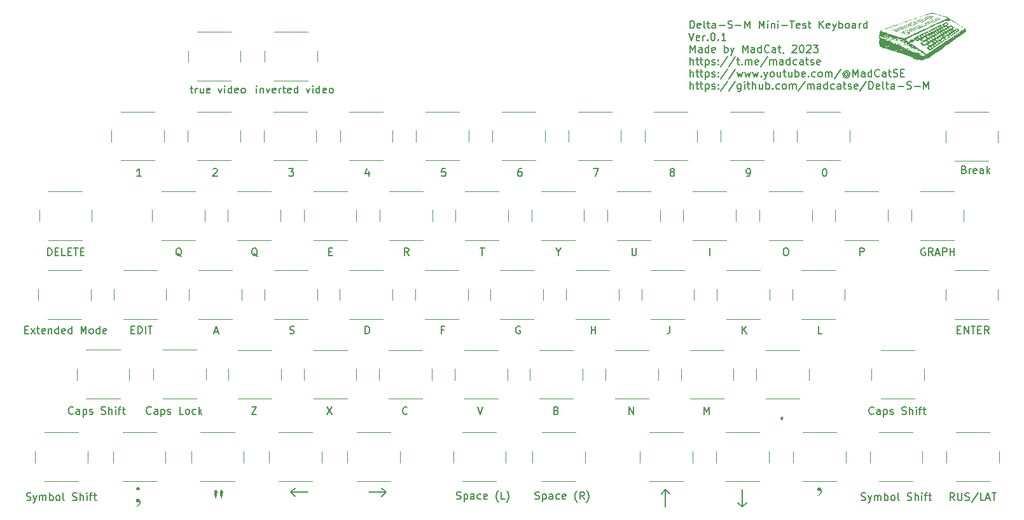
<source format=gbr>
%TF.GenerationSoftware,KiCad,Pcbnew,7.0.1*%
%TF.CreationDate,2023-09-25T23:55:44+03:00*%
%TF.ProjectId,keyboard_test,6b657962-6f61-4726-945f-746573742e6b,rev?*%
%TF.SameCoordinates,Original*%
%TF.FileFunction,Legend,Top*%
%TF.FilePolarity,Positive*%
%FSLAX46Y46*%
G04 Gerber Fmt 4.6, Leading zero omitted, Abs format (unit mm)*
G04 Created by KiCad (PCBNEW 7.0.1) date 2023-09-25 23:55:44*
%MOMM*%
%LPD*%
G01*
G04 APERTURE LIST*
%ADD10C,0.200000*%
%ADD11C,0.150000*%
%ADD12C,0.120000*%
G04 APERTURE END LIST*
D10*
X129143095Y-83725619D02*
X129143095Y-82725619D01*
X129143095Y-82725619D02*
X129381190Y-82725619D01*
X129381190Y-82725619D02*
X129524047Y-82773238D01*
X129524047Y-82773238D02*
X129619285Y-82868476D01*
X129619285Y-82868476D02*
X129666904Y-82963714D01*
X129666904Y-82963714D02*
X129714523Y-83154190D01*
X129714523Y-83154190D02*
X129714523Y-83297047D01*
X129714523Y-83297047D02*
X129666904Y-83487523D01*
X129666904Y-83487523D02*
X129619285Y-83582761D01*
X129619285Y-83582761D02*
X129524047Y-83678000D01*
X129524047Y-83678000D02*
X129381190Y-83725619D01*
X129381190Y-83725619D02*
X129143095Y-83725619D01*
X130524047Y-83678000D02*
X130428809Y-83725619D01*
X130428809Y-83725619D02*
X130238333Y-83725619D01*
X130238333Y-83725619D02*
X130143095Y-83678000D01*
X130143095Y-83678000D02*
X130095476Y-83582761D01*
X130095476Y-83582761D02*
X130095476Y-83201809D01*
X130095476Y-83201809D02*
X130143095Y-83106571D01*
X130143095Y-83106571D02*
X130238333Y-83058952D01*
X130238333Y-83058952D02*
X130428809Y-83058952D01*
X130428809Y-83058952D02*
X130524047Y-83106571D01*
X130524047Y-83106571D02*
X130571666Y-83201809D01*
X130571666Y-83201809D02*
X130571666Y-83297047D01*
X130571666Y-83297047D02*
X130095476Y-83392285D01*
X131143095Y-83725619D02*
X131047857Y-83678000D01*
X131047857Y-83678000D02*
X131000238Y-83582761D01*
X131000238Y-83582761D02*
X131000238Y-82725619D01*
X131381191Y-83058952D02*
X131762143Y-83058952D01*
X131524048Y-82725619D02*
X131524048Y-83582761D01*
X131524048Y-83582761D02*
X131571667Y-83678000D01*
X131571667Y-83678000D02*
X131666905Y-83725619D01*
X131666905Y-83725619D02*
X131762143Y-83725619D01*
X132524048Y-83725619D02*
X132524048Y-83201809D01*
X132524048Y-83201809D02*
X132476429Y-83106571D01*
X132476429Y-83106571D02*
X132381191Y-83058952D01*
X132381191Y-83058952D02*
X132190715Y-83058952D01*
X132190715Y-83058952D02*
X132095477Y-83106571D01*
X132524048Y-83678000D02*
X132428810Y-83725619D01*
X132428810Y-83725619D02*
X132190715Y-83725619D01*
X132190715Y-83725619D02*
X132095477Y-83678000D01*
X132095477Y-83678000D02*
X132047858Y-83582761D01*
X132047858Y-83582761D02*
X132047858Y-83487523D01*
X132047858Y-83487523D02*
X132095477Y-83392285D01*
X132095477Y-83392285D02*
X132190715Y-83344666D01*
X132190715Y-83344666D02*
X132428810Y-83344666D01*
X132428810Y-83344666D02*
X132524048Y-83297047D01*
X133000239Y-83344666D02*
X133762144Y-83344666D01*
X134190715Y-83678000D02*
X134333572Y-83725619D01*
X134333572Y-83725619D02*
X134571667Y-83725619D01*
X134571667Y-83725619D02*
X134666905Y-83678000D01*
X134666905Y-83678000D02*
X134714524Y-83630380D01*
X134714524Y-83630380D02*
X134762143Y-83535142D01*
X134762143Y-83535142D02*
X134762143Y-83439904D01*
X134762143Y-83439904D02*
X134714524Y-83344666D01*
X134714524Y-83344666D02*
X134666905Y-83297047D01*
X134666905Y-83297047D02*
X134571667Y-83249428D01*
X134571667Y-83249428D02*
X134381191Y-83201809D01*
X134381191Y-83201809D02*
X134285953Y-83154190D01*
X134285953Y-83154190D02*
X134238334Y-83106571D01*
X134238334Y-83106571D02*
X134190715Y-83011333D01*
X134190715Y-83011333D02*
X134190715Y-82916095D01*
X134190715Y-82916095D02*
X134238334Y-82820857D01*
X134238334Y-82820857D02*
X134285953Y-82773238D01*
X134285953Y-82773238D02*
X134381191Y-82725619D01*
X134381191Y-82725619D02*
X134619286Y-82725619D01*
X134619286Y-82725619D02*
X134762143Y-82773238D01*
X135190715Y-83344666D02*
X135952620Y-83344666D01*
X136428810Y-83725619D02*
X136428810Y-82725619D01*
X136428810Y-82725619D02*
X136762143Y-83439904D01*
X136762143Y-83439904D02*
X137095476Y-82725619D01*
X137095476Y-82725619D02*
X137095476Y-83725619D01*
X138333572Y-83725619D02*
X138333572Y-82725619D01*
X138333572Y-82725619D02*
X138666905Y-83439904D01*
X138666905Y-83439904D02*
X139000238Y-82725619D01*
X139000238Y-82725619D02*
X139000238Y-83725619D01*
X139476429Y-83725619D02*
X139476429Y-83058952D01*
X139476429Y-82725619D02*
X139428810Y-82773238D01*
X139428810Y-82773238D02*
X139476429Y-82820857D01*
X139476429Y-82820857D02*
X139524048Y-82773238D01*
X139524048Y-82773238D02*
X139476429Y-82725619D01*
X139476429Y-82725619D02*
X139476429Y-82820857D01*
X139952619Y-83058952D02*
X139952619Y-83725619D01*
X139952619Y-83154190D02*
X140000238Y-83106571D01*
X140000238Y-83106571D02*
X140095476Y-83058952D01*
X140095476Y-83058952D02*
X140238333Y-83058952D01*
X140238333Y-83058952D02*
X140333571Y-83106571D01*
X140333571Y-83106571D02*
X140381190Y-83201809D01*
X140381190Y-83201809D02*
X140381190Y-83725619D01*
X140857381Y-83725619D02*
X140857381Y-83058952D01*
X140857381Y-82725619D02*
X140809762Y-82773238D01*
X140809762Y-82773238D02*
X140857381Y-82820857D01*
X140857381Y-82820857D02*
X140905000Y-82773238D01*
X140905000Y-82773238D02*
X140857381Y-82725619D01*
X140857381Y-82725619D02*
X140857381Y-82820857D01*
X141333571Y-83344666D02*
X142095476Y-83344666D01*
X142428809Y-82725619D02*
X143000237Y-82725619D01*
X142714523Y-83725619D02*
X142714523Y-82725619D01*
X143714523Y-83678000D02*
X143619285Y-83725619D01*
X143619285Y-83725619D02*
X143428809Y-83725619D01*
X143428809Y-83725619D02*
X143333571Y-83678000D01*
X143333571Y-83678000D02*
X143285952Y-83582761D01*
X143285952Y-83582761D02*
X143285952Y-83201809D01*
X143285952Y-83201809D02*
X143333571Y-83106571D01*
X143333571Y-83106571D02*
X143428809Y-83058952D01*
X143428809Y-83058952D02*
X143619285Y-83058952D01*
X143619285Y-83058952D02*
X143714523Y-83106571D01*
X143714523Y-83106571D02*
X143762142Y-83201809D01*
X143762142Y-83201809D02*
X143762142Y-83297047D01*
X143762142Y-83297047D02*
X143285952Y-83392285D01*
X144143095Y-83678000D02*
X144238333Y-83725619D01*
X144238333Y-83725619D02*
X144428809Y-83725619D01*
X144428809Y-83725619D02*
X144524047Y-83678000D01*
X144524047Y-83678000D02*
X144571666Y-83582761D01*
X144571666Y-83582761D02*
X144571666Y-83535142D01*
X144571666Y-83535142D02*
X144524047Y-83439904D01*
X144524047Y-83439904D02*
X144428809Y-83392285D01*
X144428809Y-83392285D02*
X144285952Y-83392285D01*
X144285952Y-83392285D02*
X144190714Y-83344666D01*
X144190714Y-83344666D02*
X144143095Y-83249428D01*
X144143095Y-83249428D02*
X144143095Y-83201809D01*
X144143095Y-83201809D02*
X144190714Y-83106571D01*
X144190714Y-83106571D02*
X144285952Y-83058952D01*
X144285952Y-83058952D02*
X144428809Y-83058952D01*
X144428809Y-83058952D02*
X144524047Y-83106571D01*
X144857381Y-83058952D02*
X145238333Y-83058952D01*
X145000238Y-82725619D02*
X145000238Y-83582761D01*
X145000238Y-83582761D02*
X145047857Y-83678000D01*
X145047857Y-83678000D02*
X145143095Y-83725619D01*
X145143095Y-83725619D02*
X145238333Y-83725619D01*
X146333572Y-83725619D02*
X146333572Y-82725619D01*
X146905000Y-83725619D02*
X146476429Y-83154190D01*
X146905000Y-82725619D02*
X146333572Y-83297047D01*
X147714524Y-83678000D02*
X147619286Y-83725619D01*
X147619286Y-83725619D02*
X147428810Y-83725619D01*
X147428810Y-83725619D02*
X147333572Y-83678000D01*
X147333572Y-83678000D02*
X147285953Y-83582761D01*
X147285953Y-83582761D02*
X147285953Y-83201809D01*
X147285953Y-83201809D02*
X147333572Y-83106571D01*
X147333572Y-83106571D02*
X147428810Y-83058952D01*
X147428810Y-83058952D02*
X147619286Y-83058952D01*
X147619286Y-83058952D02*
X147714524Y-83106571D01*
X147714524Y-83106571D02*
X147762143Y-83201809D01*
X147762143Y-83201809D02*
X147762143Y-83297047D01*
X147762143Y-83297047D02*
X147285953Y-83392285D01*
X148095477Y-83058952D02*
X148333572Y-83725619D01*
X148571667Y-83058952D02*
X148333572Y-83725619D01*
X148333572Y-83725619D02*
X148238334Y-83963714D01*
X148238334Y-83963714D02*
X148190715Y-84011333D01*
X148190715Y-84011333D02*
X148095477Y-84058952D01*
X148952620Y-83725619D02*
X148952620Y-82725619D01*
X148952620Y-83106571D02*
X149047858Y-83058952D01*
X149047858Y-83058952D02*
X149238334Y-83058952D01*
X149238334Y-83058952D02*
X149333572Y-83106571D01*
X149333572Y-83106571D02*
X149381191Y-83154190D01*
X149381191Y-83154190D02*
X149428810Y-83249428D01*
X149428810Y-83249428D02*
X149428810Y-83535142D01*
X149428810Y-83535142D02*
X149381191Y-83630380D01*
X149381191Y-83630380D02*
X149333572Y-83678000D01*
X149333572Y-83678000D02*
X149238334Y-83725619D01*
X149238334Y-83725619D02*
X149047858Y-83725619D01*
X149047858Y-83725619D02*
X148952620Y-83678000D01*
X150000239Y-83725619D02*
X149905001Y-83678000D01*
X149905001Y-83678000D02*
X149857382Y-83630380D01*
X149857382Y-83630380D02*
X149809763Y-83535142D01*
X149809763Y-83535142D02*
X149809763Y-83249428D01*
X149809763Y-83249428D02*
X149857382Y-83154190D01*
X149857382Y-83154190D02*
X149905001Y-83106571D01*
X149905001Y-83106571D02*
X150000239Y-83058952D01*
X150000239Y-83058952D02*
X150143096Y-83058952D01*
X150143096Y-83058952D02*
X150238334Y-83106571D01*
X150238334Y-83106571D02*
X150285953Y-83154190D01*
X150285953Y-83154190D02*
X150333572Y-83249428D01*
X150333572Y-83249428D02*
X150333572Y-83535142D01*
X150333572Y-83535142D02*
X150285953Y-83630380D01*
X150285953Y-83630380D02*
X150238334Y-83678000D01*
X150238334Y-83678000D02*
X150143096Y-83725619D01*
X150143096Y-83725619D02*
X150000239Y-83725619D01*
X151190715Y-83725619D02*
X151190715Y-83201809D01*
X151190715Y-83201809D02*
X151143096Y-83106571D01*
X151143096Y-83106571D02*
X151047858Y-83058952D01*
X151047858Y-83058952D02*
X150857382Y-83058952D01*
X150857382Y-83058952D02*
X150762144Y-83106571D01*
X151190715Y-83678000D02*
X151095477Y-83725619D01*
X151095477Y-83725619D02*
X150857382Y-83725619D01*
X150857382Y-83725619D02*
X150762144Y-83678000D01*
X150762144Y-83678000D02*
X150714525Y-83582761D01*
X150714525Y-83582761D02*
X150714525Y-83487523D01*
X150714525Y-83487523D02*
X150762144Y-83392285D01*
X150762144Y-83392285D02*
X150857382Y-83344666D01*
X150857382Y-83344666D02*
X151095477Y-83344666D01*
X151095477Y-83344666D02*
X151190715Y-83297047D01*
X151666906Y-83725619D02*
X151666906Y-83058952D01*
X151666906Y-83249428D02*
X151714525Y-83154190D01*
X151714525Y-83154190D02*
X151762144Y-83106571D01*
X151762144Y-83106571D02*
X151857382Y-83058952D01*
X151857382Y-83058952D02*
X151952620Y-83058952D01*
X152714525Y-83725619D02*
X152714525Y-82725619D01*
X152714525Y-83678000D02*
X152619287Y-83725619D01*
X152619287Y-83725619D02*
X152428811Y-83725619D01*
X152428811Y-83725619D02*
X152333573Y-83678000D01*
X152333573Y-83678000D02*
X152285954Y-83630380D01*
X152285954Y-83630380D02*
X152238335Y-83535142D01*
X152238335Y-83535142D02*
X152238335Y-83249428D01*
X152238335Y-83249428D02*
X152285954Y-83154190D01*
X152285954Y-83154190D02*
X152333573Y-83106571D01*
X152333573Y-83106571D02*
X152428811Y-83058952D01*
X152428811Y-83058952D02*
X152619287Y-83058952D01*
X152619287Y-83058952D02*
X152714525Y-83106571D01*
X129000238Y-84345619D02*
X129333571Y-85345619D01*
X129333571Y-85345619D02*
X129666904Y-84345619D01*
X130381190Y-85298000D02*
X130285952Y-85345619D01*
X130285952Y-85345619D02*
X130095476Y-85345619D01*
X130095476Y-85345619D02*
X130000238Y-85298000D01*
X130000238Y-85298000D02*
X129952619Y-85202761D01*
X129952619Y-85202761D02*
X129952619Y-84821809D01*
X129952619Y-84821809D02*
X130000238Y-84726571D01*
X130000238Y-84726571D02*
X130095476Y-84678952D01*
X130095476Y-84678952D02*
X130285952Y-84678952D01*
X130285952Y-84678952D02*
X130381190Y-84726571D01*
X130381190Y-84726571D02*
X130428809Y-84821809D01*
X130428809Y-84821809D02*
X130428809Y-84917047D01*
X130428809Y-84917047D02*
X129952619Y-85012285D01*
X130857381Y-85345619D02*
X130857381Y-84678952D01*
X130857381Y-84869428D02*
X130905000Y-84774190D01*
X130905000Y-84774190D02*
X130952619Y-84726571D01*
X130952619Y-84726571D02*
X131047857Y-84678952D01*
X131047857Y-84678952D02*
X131143095Y-84678952D01*
X131476429Y-85250380D02*
X131524048Y-85298000D01*
X131524048Y-85298000D02*
X131476429Y-85345619D01*
X131476429Y-85345619D02*
X131428810Y-85298000D01*
X131428810Y-85298000D02*
X131476429Y-85250380D01*
X131476429Y-85250380D02*
X131476429Y-85345619D01*
X132143095Y-84345619D02*
X132238333Y-84345619D01*
X132238333Y-84345619D02*
X132333571Y-84393238D01*
X132333571Y-84393238D02*
X132381190Y-84440857D01*
X132381190Y-84440857D02*
X132428809Y-84536095D01*
X132428809Y-84536095D02*
X132476428Y-84726571D01*
X132476428Y-84726571D02*
X132476428Y-84964666D01*
X132476428Y-84964666D02*
X132428809Y-85155142D01*
X132428809Y-85155142D02*
X132381190Y-85250380D01*
X132381190Y-85250380D02*
X132333571Y-85298000D01*
X132333571Y-85298000D02*
X132238333Y-85345619D01*
X132238333Y-85345619D02*
X132143095Y-85345619D01*
X132143095Y-85345619D02*
X132047857Y-85298000D01*
X132047857Y-85298000D02*
X132000238Y-85250380D01*
X132000238Y-85250380D02*
X131952619Y-85155142D01*
X131952619Y-85155142D02*
X131905000Y-84964666D01*
X131905000Y-84964666D02*
X131905000Y-84726571D01*
X131905000Y-84726571D02*
X131952619Y-84536095D01*
X131952619Y-84536095D02*
X132000238Y-84440857D01*
X132000238Y-84440857D02*
X132047857Y-84393238D01*
X132047857Y-84393238D02*
X132143095Y-84345619D01*
X132905000Y-85250380D02*
X132952619Y-85298000D01*
X132952619Y-85298000D02*
X132905000Y-85345619D01*
X132905000Y-85345619D02*
X132857381Y-85298000D01*
X132857381Y-85298000D02*
X132905000Y-85250380D01*
X132905000Y-85250380D02*
X132905000Y-85345619D01*
X133904999Y-85345619D02*
X133333571Y-85345619D01*
X133619285Y-85345619D02*
X133619285Y-84345619D01*
X133619285Y-84345619D02*
X133524047Y-84488476D01*
X133524047Y-84488476D02*
X133428809Y-84583714D01*
X133428809Y-84583714D02*
X133333571Y-84631333D01*
X129143095Y-86965619D02*
X129143095Y-85965619D01*
X129143095Y-85965619D02*
X129476428Y-86679904D01*
X129476428Y-86679904D02*
X129809761Y-85965619D01*
X129809761Y-85965619D02*
X129809761Y-86965619D01*
X130714523Y-86965619D02*
X130714523Y-86441809D01*
X130714523Y-86441809D02*
X130666904Y-86346571D01*
X130666904Y-86346571D02*
X130571666Y-86298952D01*
X130571666Y-86298952D02*
X130381190Y-86298952D01*
X130381190Y-86298952D02*
X130285952Y-86346571D01*
X130714523Y-86918000D02*
X130619285Y-86965619D01*
X130619285Y-86965619D02*
X130381190Y-86965619D01*
X130381190Y-86965619D02*
X130285952Y-86918000D01*
X130285952Y-86918000D02*
X130238333Y-86822761D01*
X130238333Y-86822761D02*
X130238333Y-86727523D01*
X130238333Y-86727523D02*
X130285952Y-86632285D01*
X130285952Y-86632285D02*
X130381190Y-86584666D01*
X130381190Y-86584666D02*
X130619285Y-86584666D01*
X130619285Y-86584666D02*
X130714523Y-86537047D01*
X131619285Y-86965619D02*
X131619285Y-85965619D01*
X131619285Y-86918000D02*
X131524047Y-86965619D01*
X131524047Y-86965619D02*
X131333571Y-86965619D01*
X131333571Y-86965619D02*
X131238333Y-86918000D01*
X131238333Y-86918000D02*
X131190714Y-86870380D01*
X131190714Y-86870380D02*
X131143095Y-86775142D01*
X131143095Y-86775142D02*
X131143095Y-86489428D01*
X131143095Y-86489428D02*
X131190714Y-86394190D01*
X131190714Y-86394190D02*
X131238333Y-86346571D01*
X131238333Y-86346571D02*
X131333571Y-86298952D01*
X131333571Y-86298952D02*
X131524047Y-86298952D01*
X131524047Y-86298952D02*
X131619285Y-86346571D01*
X132476428Y-86918000D02*
X132381190Y-86965619D01*
X132381190Y-86965619D02*
X132190714Y-86965619D01*
X132190714Y-86965619D02*
X132095476Y-86918000D01*
X132095476Y-86918000D02*
X132047857Y-86822761D01*
X132047857Y-86822761D02*
X132047857Y-86441809D01*
X132047857Y-86441809D02*
X132095476Y-86346571D01*
X132095476Y-86346571D02*
X132190714Y-86298952D01*
X132190714Y-86298952D02*
X132381190Y-86298952D01*
X132381190Y-86298952D02*
X132476428Y-86346571D01*
X132476428Y-86346571D02*
X132524047Y-86441809D01*
X132524047Y-86441809D02*
X132524047Y-86537047D01*
X132524047Y-86537047D02*
X132047857Y-86632285D01*
X133714524Y-86965619D02*
X133714524Y-85965619D01*
X133714524Y-86346571D02*
X133809762Y-86298952D01*
X133809762Y-86298952D02*
X134000238Y-86298952D01*
X134000238Y-86298952D02*
X134095476Y-86346571D01*
X134095476Y-86346571D02*
X134143095Y-86394190D01*
X134143095Y-86394190D02*
X134190714Y-86489428D01*
X134190714Y-86489428D02*
X134190714Y-86775142D01*
X134190714Y-86775142D02*
X134143095Y-86870380D01*
X134143095Y-86870380D02*
X134095476Y-86918000D01*
X134095476Y-86918000D02*
X134000238Y-86965619D01*
X134000238Y-86965619D02*
X133809762Y-86965619D01*
X133809762Y-86965619D02*
X133714524Y-86918000D01*
X134524048Y-86298952D02*
X134762143Y-86965619D01*
X135000238Y-86298952D02*
X134762143Y-86965619D01*
X134762143Y-86965619D02*
X134666905Y-87203714D01*
X134666905Y-87203714D02*
X134619286Y-87251333D01*
X134619286Y-87251333D02*
X134524048Y-87298952D01*
X136143096Y-86965619D02*
X136143096Y-85965619D01*
X136143096Y-85965619D02*
X136476429Y-86679904D01*
X136476429Y-86679904D02*
X136809762Y-85965619D01*
X136809762Y-85965619D02*
X136809762Y-86965619D01*
X137714524Y-86965619D02*
X137714524Y-86441809D01*
X137714524Y-86441809D02*
X137666905Y-86346571D01*
X137666905Y-86346571D02*
X137571667Y-86298952D01*
X137571667Y-86298952D02*
X137381191Y-86298952D01*
X137381191Y-86298952D02*
X137285953Y-86346571D01*
X137714524Y-86918000D02*
X137619286Y-86965619D01*
X137619286Y-86965619D02*
X137381191Y-86965619D01*
X137381191Y-86965619D02*
X137285953Y-86918000D01*
X137285953Y-86918000D02*
X137238334Y-86822761D01*
X137238334Y-86822761D02*
X137238334Y-86727523D01*
X137238334Y-86727523D02*
X137285953Y-86632285D01*
X137285953Y-86632285D02*
X137381191Y-86584666D01*
X137381191Y-86584666D02*
X137619286Y-86584666D01*
X137619286Y-86584666D02*
X137714524Y-86537047D01*
X138619286Y-86965619D02*
X138619286Y-85965619D01*
X138619286Y-86918000D02*
X138524048Y-86965619D01*
X138524048Y-86965619D02*
X138333572Y-86965619D01*
X138333572Y-86965619D02*
X138238334Y-86918000D01*
X138238334Y-86918000D02*
X138190715Y-86870380D01*
X138190715Y-86870380D02*
X138143096Y-86775142D01*
X138143096Y-86775142D02*
X138143096Y-86489428D01*
X138143096Y-86489428D02*
X138190715Y-86394190D01*
X138190715Y-86394190D02*
X138238334Y-86346571D01*
X138238334Y-86346571D02*
X138333572Y-86298952D01*
X138333572Y-86298952D02*
X138524048Y-86298952D01*
X138524048Y-86298952D02*
X138619286Y-86346571D01*
X139666905Y-86870380D02*
X139619286Y-86918000D01*
X139619286Y-86918000D02*
X139476429Y-86965619D01*
X139476429Y-86965619D02*
X139381191Y-86965619D01*
X139381191Y-86965619D02*
X139238334Y-86918000D01*
X139238334Y-86918000D02*
X139143096Y-86822761D01*
X139143096Y-86822761D02*
X139095477Y-86727523D01*
X139095477Y-86727523D02*
X139047858Y-86537047D01*
X139047858Y-86537047D02*
X139047858Y-86394190D01*
X139047858Y-86394190D02*
X139095477Y-86203714D01*
X139095477Y-86203714D02*
X139143096Y-86108476D01*
X139143096Y-86108476D02*
X139238334Y-86013238D01*
X139238334Y-86013238D02*
X139381191Y-85965619D01*
X139381191Y-85965619D02*
X139476429Y-85965619D01*
X139476429Y-85965619D02*
X139619286Y-86013238D01*
X139619286Y-86013238D02*
X139666905Y-86060857D01*
X140524048Y-86965619D02*
X140524048Y-86441809D01*
X140524048Y-86441809D02*
X140476429Y-86346571D01*
X140476429Y-86346571D02*
X140381191Y-86298952D01*
X140381191Y-86298952D02*
X140190715Y-86298952D01*
X140190715Y-86298952D02*
X140095477Y-86346571D01*
X140524048Y-86918000D02*
X140428810Y-86965619D01*
X140428810Y-86965619D02*
X140190715Y-86965619D01*
X140190715Y-86965619D02*
X140095477Y-86918000D01*
X140095477Y-86918000D02*
X140047858Y-86822761D01*
X140047858Y-86822761D02*
X140047858Y-86727523D01*
X140047858Y-86727523D02*
X140095477Y-86632285D01*
X140095477Y-86632285D02*
X140190715Y-86584666D01*
X140190715Y-86584666D02*
X140428810Y-86584666D01*
X140428810Y-86584666D02*
X140524048Y-86537047D01*
X140857382Y-86298952D02*
X141238334Y-86298952D01*
X141000239Y-85965619D02*
X141000239Y-86822761D01*
X141000239Y-86822761D02*
X141047858Y-86918000D01*
X141047858Y-86918000D02*
X141143096Y-86965619D01*
X141143096Y-86965619D02*
X141238334Y-86965619D01*
X141619287Y-86918000D02*
X141619287Y-86965619D01*
X141619287Y-86965619D02*
X141571668Y-87060857D01*
X141571668Y-87060857D02*
X141524049Y-87108476D01*
X142762144Y-86060857D02*
X142809763Y-86013238D01*
X142809763Y-86013238D02*
X142905001Y-85965619D01*
X142905001Y-85965619D02*
X143143096Y-85965619D01*
X143143096Y-85965619D02*
X143238334Y-86013238D01*
X143238334Y-86013238D02*
X143285953Y-86060857D01*
X143285953Y-86060857D02*
X143333572Y-86156095D01*
X143333572Y-86156095D02*
X143333572Y-86251333D01*
X143333572Y-86251333D02*
X143285953Y-86394190D01*
X143285953Y-86394190D02*
X142714525Y-86965619D01*
X142714525Y-86965619D02*
X143333572Y-86965619D01*
X143952620Y-85965619D02*
X144047858Y-85965619D01*
X144047858Y-85965619D02*
X144143096Y-86013238D01*
X144143096Y-86013238D02*
X144190715Y-86060857D01*
X144190715Y-86060857D02*
X144238334Y-86156095D01*
X144238334Y-86156095D02*
X144285953Y-86346571D01*
X144285953Y-86346571D02*
X144285953Y-86584666D01*
X144285953Y-86584666D02*
X144238334Y-86775142D01*
X144238334Y-86775142D02*
X144190715Y-86870380D01*
X144190715Y-86870380D02*
X144143096Y-86918000D01*
X144143096Y-86918000D02*
X144047858Y-86965619D01*
X144047858Y-86965619D02*
X143952620Y-86965619D01*
X143952620Y-86965619D02*
X143857382Y-86918000D01*
X143857382Y-86918000D02*
X143809763Y-86870380D01*
X143809763Y-86870380D02*
X143762144Y-86775142D01*
X143762144Y-86775142D02*
X143714525Y-86584666D01*
X143714525Y-86584666D02*
X143714525Y-86346571D01*
X143714525Y-86346571D02*
X143762144Y-86156095D01*
X143762144Y-86156095D02*
X143809763Y-86060857D01*
X143809763Y-86060857D02*
X143857382Y-86013238D01*
X143857382Y-86013238D02*
X143952620Y-85965619D01*
X144666906Y-86060857D02*
X144714525Y-86013238D01*
X144714525Y-86013238D02*
X144809763Y-85965619D01*
X144809763Y-85965619D02*
X145047858Y-85965619D01*
X145047858Y-85965619D02*
X145143096Y-86013238D01*
X145143096Y-86013238D02*
X145190715Y-86060857D01*
X145190715Y-86060857D02*
X145238334Y-86156095D01*
X145238334Y-86156095D02*
X145238334Y-86251333D01*
X145238334Y-86251333D02*
X145190715Y-86394190D01*
X145190715Y-86394190D02*
X144619287Y-86965619D01*
X144619287Y-86965619D02*
X145238334Y-86965619D01*
X145571668Y-85965619D02*
X146190715Y-85965619D01*
X146190715Y-85965619D02*
X145857382Y-86346571D01*
X145857382Y-86346571D02*
X146000239Y-86346571D01*
X146000239Y-86346571D02*
X146095477Y-86394190D01*
X146095477Y-86394190D02*
X146143096Y-86441809D01*
X146143096Y-86441809D02*
X146190715Y-86537047D01*
X146190715Y-86537047D02*
X146190715Y-86775142D01*
X146190715Y-86775142D02*
X146143096Y-86870380D01*
X146143096Y-86870380D02*
X146095477Y-86918000D01*
X146095477Y-86918000D02*
X146000239Y-86965619D01*
X146000239Y-86965619D02*
X145714525Y-86965619D01*
X145714525Y-86965619D02*
X145619287Y-86918000D01*
X145619287Y-86918000D02*
X145571668Y-86870380D01*
X129143095Y-88585619D02*
X129143095Y-87585619D01*
X129571666Y-88585619D02*
X129571666Y-88061809D01*
X129571666Y-88061809D02*
X129524047Y-87966571D01*
X129524047Y-87966571D02*
X129428809Y-87918952D01*
X129428809Y-87918952D02*
X129285952Y-87918952D01*
X129285952Y-87918952D02*
X129190714Y-87966571D01*
X129190714Y-87966571D02*
X129143095Y-88014190D01*
X129905000Y-87918952D02*
X130285952Y-87918952D01*
X130047857Y-87585619D02*
X130047857Y-88442761D01*
X130047857Y-88442761D02*
X130095476Y-88538000D01*
X130095476Y-88538000D02*
X130190714Y-88585619D01*
X130190714Y-88585619D02*
X130285952Y-88585619D01*
X130476429Y-87918952D02*
X130857381Y-87918952D01*
X130619286Y-87585619D02*
X130619286Y-88442761D01*
X130619286Y-88442761D02*
X130666905Y-88538000D01*
X130666905Y-88538000D02*
X130762143Y-88585619D01*
X130762143Y-88585619D02*
X130857381Y-88585619D01*
X131190715Y-87918952D02*
X131190715Y-88918952D01*
X131190715Y-87966571D02*
X131285953Y-87918952D01*
X131285953Y-87918952D02*
X131476429Y-87918952D01*
X131476429Y-87918952D02*
X131571667Y-87966571D01*
X131571667Y-87966571D02*
X131619286Y-88014190D01*
X131619286Y-88014190D02*
X131666905Y-88109428D01*
X131666905Y-88109428D02*
X131666905Y-88395142D01*
X131666905Y-88395142D02*
X131619286Y-88490380D01*
X131619286Y-88490380D02*
X131571667Y-88538000D01*
X131571667Y-88538000D02*
X131476429Y-88585619D01*
X131476429Y-88585619D02*
X131285953Y-88585619D01*
X131285953Y-88585619D02*
X131190715Y-88538000D01*
X132047858Y-88538000D02*
X132143096Y-88585619D01*
X132143096Y-88585619D02*
X132333572Y-88585619D01*
X132333572Y-88585619D02*
X132428810Y-88538000D01*
X132428810Y-88538000D02*
X132476429Y-88442761D01*
X132476429Y-88442761D02*
X132476429Y-88395142D01*
X132476429Y-88395142D02*
X132428810Y-88299904D01*
X132428810Y-88299904D02*
X132333572Y-88252285D01*
X132333572Y-88252285D02*
X132190715Y-88252285D01*
X132190715Y-88252285D02*
X132095477Y-88204666D01*
X132095477Y-88204666D02*
X132047858Y-88109428D01*
X132047858Y-88109428D02*
X132047858Y-88061809D01*
X132047858Y-88061809D02*
X132095477Y-87966571D01*
X132095477Y-87966571D02*
X132190715Y-87918952D01*
X132190715Y-87918952D02*
X132333572Y-87918952D01*
X132333572Y-87918952D02*
X132428810Y-87966571D01*
X132905001Y-88490380D02*
X132952620Y-88538000D01*
X132952620Y-88538000D02*
X132905001Y-88585619D01*
X132905001Y-88585619D02*
X132857382Y-88538000D01*
X132857382Y-88538000D02*
X132905001Y-88490380D01*
X132905001Y-88490380D02*
X132905001Y-88585619D01*
X132905001Y-87966571D02*
X132952620Y-88014190D01*
X132952620Y-88014190D02*
X132905001Y-88061809D01*
X132905001Y-88061809D02*
X132857382Y-88014190D01*
X132857382Y-88014190D02*
X132905001Y-87966571D01*
X132905001Y-87966571D02*
X132905001Y-88061809D01*
X134095476Y-87538000D02*
X133238334Y-88823714D01*
X135143095Y-87538000D02*
X134285953Y-88823714D01*
X135333572Y-87918952D02*
X135714524Y-87918952D01*
X135476429Y-87585619D02*
X135476429Y-88442761D01*
X135476429Y-88442761D02*
X135524048Y-88538000D01*
X135524048Y-88538000D02*
X135619286Y-88585619D01*
X135619286Y-88585619D02*
X135714524Y-88585619D01*
X136047858Y-88490380D02*
X136095477Y-88538000D01*
X136095477Y-88538000D02*
X136047858Y-88585619D01*
X136047858Y-88585619D02*
X136000239Y-88538000D01*
X136000239Y-88538000D02*
X136047858Y-88490380D01*
X136047858Y-88490380D02*
X136047858Y-88585619D01*
X136524048Y-88585619D02*
X136524048Y-87918952D01*
X136524048Y-88014190D02*
X136571667Y-87966571D01*
X136571667Y-87966571D02*
X136666905Y-87918952D01*
X136666905Y-87918952D02*
X136809762Y-87918952D01*
X136809762Y-87918952D02*
X136905000Y-87966571D01*
X136905000Y-87966571D02*
X136952619Y-88061809D01*
X136952619Y-88061809D02*
X136952619Y-88585619D01*
X136952619Y-88061809D02*
X137000238Y-87966571D01*
X137000238Y-87966571D02*
X137095476Y-87918952D01*
X137095476Y-87918952D02*
X137238333Y-87918952D01*
X137238333Y-87918952D02*
X137333572Y-87966571D01*
X137333572Y-87966571D02*
X137381191Y-88061809D01*
X137381191Y-88061809D02*
X137381191Y-88585619D01*
X138238333Y-88538000D02*
X138143095Y-88585619D01*
X138143095Y-88585619D02*
X137952619Y-88585619D01*
X137952619Y-88585619D02*
X137857381Y-88538000D01*
X137857381Y-88538000D02*
X137809762Y-88442761D01*
X137809762Y-88442761D02*
X137809762Y-88061809D01*
X137809762Y-88061809D02*
X137857381Y-87966571D01*
X137857381Y-87966571D02*
X137952619Y-87918952D01*
X137952619Y-87918952D02*
X138143095Y-87918952D01*
X138143095Y-87918952D02*
X138238333Y-87966571D01*
X138238333Y-87966571D02*
X138285952Y-88061809D01*
X138285952Y-88061809D02*
X138285952Y-88157047D01*
X138285952Y-88157047D02*
X137809762Y-88252285D01*
X139428809Y-87538000D02*
X138571667Y-88823714D01*
X139762143Y-88585619D02*
X139762143Y-87918952D01*
X139762143Y-88014190D02*
X139809762Y-87966571D01*
X139809762Y-87966571D02*
X139905000Y-87918952D01*
X139905000Y-87918952D02*
X140047857Y-87918952D01*
X140047857Y-87918952D02*
X140143095Y-87966571D01*
X140143095Y-87966571D02*
X140190714Y-88061809D01*
X140190714Y-88061809D02*
X140190714Y-88585619D01*
X140190714Y-88061809D02*
X140238333Y-87966571D01*
X140238333Y-87966571D02*
X140333571Y-87918952D01*
X140333571Y-87918952D02*
X140476428Y-87918952D01*
X140476428Y-87918952D02*
X140571667Y-87966571D01*
X140571667Y-87966571D02*
X140619286Y-88061809D01*
X140619286Y-88061809D02*
X140619286Y-88585619D01*
X141524047Y-88585619D02*
X141524047Y-88061809D01*
X141524047Y-88061809D02*
X141476428Y-87966571D01*
X141476428Y-87966571D02*
X141381190Y-87918952D01*
X141381190Y-87918952D02*
X141190714Y-87918952D01*
X141190714Y-87918952D02*
X141095476Y-87966571D01*
X141524047Y-88538000D02*
X141428809Y-88585619D01*
X141428809Y-88585619D02*
X141190714Y-88585619D01*
X141190714Y-88585619D02*
X141095476Y-88538000D01*
X141095476Y-88538000D02*
X141047857Y-88442761D01*
X141047857Y-88442761D02*
X141047857Y-88347523D01*
X141047857Y-88347523D02*
X141095476Y-88252285D01*
X141095476Y-88252285D02*
X141190714Y-88204666D01*
X141190714Y-88204666D02*
X141428809Y-88204666D01*
X141428809Y-88204666D02*
X141524047Y-88157047D01*
X142428809Y-88585619D02*
X142428809Y-87585619D01*
X142428809Y-88538000D02*
X142333571Y-88585619D01*
X142333571Y-88585619D02*
X142143095Y-88585619D01*
X142143095Y-88585619D02*
X142047857Y-88538000D01*
X142047857Y-88538000D02*
X142000238Y-88490380D01*
X142000238Y-88490380D02*
X141952619Y-88395142D01*
X141952619Y-88395142D02*
X141952619Y-88109428D01*
X141952619Y-88109428D02*
X142000238Y-88014190D01*
X142000238Y-88014190D02*
X142047857Y-87966571D01*
X142047857Y-87966571D02*
X142143095Y-87918952D01*
X142143095Y-87918952D02*
X142333571Y-87918952D01*
X142333571Y-87918952D02*
X142428809Y-87966571D01*
X143333571Y-88538000D02*
X143238333Y-88585619D01*
X143238333Y-88585619D02*
X143047857Y-88585619D01*
X143047857Y-88585619D02*
X142952619Y-88538000D01*
X142952619Y-88538000D02*
X142905000Y-88490380D01*
X142905000Y-88490380D02*
X142857381Y-88395142D01*
X142857381Y-88395142D02*
X142857381Y-88109428D01*
X142857381Y-88109428D02*
X142905000Y-88014190D01*
X142905000Y-88014190D02*
X142952619Y-87966571D01*
X142952619Y-87966571D02*
X143047857Y-87918952D01*
X143047857Y-87918952D02*
X143238333Y-87918952D01*
X143238333Y-87918952D02*
X143333571Y-87966571D01*
X144190714Y-88585619D02*
X144190714Y-88061809D01*
X144190714Y-88061809D02*
X144143095Y-87966571D01*
X144143095Y-87966571D02*
X144047857Y-87918952D01*
X144047857Y-87918952D02*
X143857381Y-87918952D01*
X143857381Y-87918952D02*
X143762143Y-87966571D01*
X144190714Y-88538000D02*
X144095476Y-88585619D01*
X144095476Y-88585619D02*
X143857381Y-88585619D01*
X143857381Y-88585619D02*
X143762143Y-88538000D01*
X143762143Y-88538000D02*
X143714524Y-88442761D01*
X143714524Y-88442761D02*
X143714524Y-88347523D01*
X143714524Y-88347523D02*
X143762143Y-88252285D01*
X143762143Y-88252285D02*
X143857381Y-88204666D01*
X143857381Y-88204666D02*
X144095476Y-88204666D01*
X144095476Y-88204666D02*
X144190714Y-88157047D01*
X144524048Y-87918952D02*
X144905000Y-87918952D01*
X144666905Y-87585619D02*
X144666905Y-88442761D01*
X144666905Y-88442761D02*
X144714524Y-88538000D01*
X144714524Y-88538000D02*
X144809762Y-88585619D01*
X144809762Y-88585619D02*
X144905000Y-88585619D01*
X145190715Y-88538000D02*
X145285953Y-88585619D01*
X145285953Y-88585619D02*
X145476429Y-88585619D01*
X145476429Y-88585619D02*
X145571667Y-88538000D01*
X145571667Y-88538000D02*
X145619286Y-88442761D01*
X145619286Y-88442761D02*
X145619286Y-88395142D01*
X145619286Y-88395142D02*
X145571667Y-88299904D01*
X145571667Y-88299904D02*
X145476429Y-88252285D01*
X145476429Y-88252285D02*
X145333572Y-88252285D01*
X145333572Y-88252285D02*
X145238334Y-88204666D01*
X145238334Y-88204666D02*
X145190715Y-88109428D01*
X145190715Y-88109428D02*
X145190715Y-88061809D01*
X145190715Y-88061809D02*
X145238334Y-87966571D01*
X145238334Y-87966571D02*
X145333572Y-87918952D01*
X145333572Y-87918952D02*
X145476429Y-87918952D01*
X145476429Y-87918952D02*
X145571667Y-87966571D01*
X146428810Y-88538000D02*
X146333572Y-88585619D01*
X146333572Y-88585619D02*
X146143096Y-88585619D01*
X146143096Y-88585619D02*
X146047858Y-88538000D01*
X146047858Y-88538000D02*
X146000239Y-88442761D01*
X146000239Y-88442761D02*
X146000239Y-88061809D01*
X146000239Y-88061809D02*
X146047858Y-87966571D01*
X146047858Y-87966571D02*
X146143096Y-87918952D01*
X146143096Y-87918952D02*
X146333572Y-87918952D01*
X146333572Y-87918952D02*
X146428810Y-87966571D01*
X146428810Y-87966571D02*
X146476429Y-88061809D01*
X146476429Y-88061809D02*
X146476429Y-88157047D01*
X146476429Y-88157047D02*
X146000239Y-88252285D01*
X129143095Y-90205619D02*
X129143095Y-89205619D01*
X129571666Y-90205619D02*
X129571666Y-89681809D01*
X129571666Y-89681809D02*
X129524047Y-89586571D01*
X129524047Y-89586571D02*
X129428809Y-89538952D01*
X129428809Y-89538952D02*
X129285952Y-89538952D01*
X129285952Y-89538952D02*
X129190714Y-89586571D01*
X129190714Y-89586571D02*
X129143095Y-89634190D01*
X129905000Y-89538952D02*
X130285952Y-89538952D01*
X130047857Y-89205619D02*
X130047857Y-90062761D01*
X130047857Y-90062761D02*
X130095476Y-90158000D01*
X130095476Y-90158000D02*
X130190714Y-90205619D01*
X130190714Y-90205619D02*
X130285952Y-90205619D01*
X130476429Y-89538952D02*
X130857381Y-89538952D01*
X130619286Y-89205619D02*
X130619286Y-90062761D01*
X130619286Y-90062761D02*
X130666905Y-90158000D01*
X130666905Y-90158000D02*
X130762143Y-90205619D01*
X130762143Y-90205619D02*
X130857381Y-90205619D01*
X131190715Y-89538952D02*
X131190715Y-90538952D01*
X131190715Y-89586571D02*
X131285953Y-89538952D01*
X131285953Y-89538952D02*
X131476429Y-89538952D01*
X131476429Y-89538952D02*
X131571667Y-89586571D01*
X131571667Y-89586571D02*
X131619286Y-89634190D01*
X131619286Y-89634190D02*
X131666905Y-89729428D01*
X131666905Y-89729428D02*
X131666905Y-90015142D01*
X131666905Y-90015142D02*
X131619286Y-90110380D01*
X131619286Y-90110380D02*
X131571667Y-90158000D01*
X131571667Y-90158000D02*
X131476429Y-90205619D01*
X131476429Y-90205619D02*
X131285953Y-90205619D01*
X131285953Y-90205619D02*
X131190715Y-90158000D01*
X132047858Y-90158000D02*
X132143096Y-90205619D01*
X132143096Y-90205619D02*
X132333572Y-90205619D01*
X132333572Y-90205619D02*
X132428810Y-90158000D01*
X132428810Y-90158000D02*
X132476429Y-90062761D01*
X132476429Y-90062761D02*
X132476429Y-90015142D01*
X132476429Y-90015142D02*
X132428810Y-89919904D01*
X132428810Y-89919904D02*
X132333572Y-89872285D01*
X132333572Y-89872285D02*
X132190715Y-89872285D01*
X132190715Y-89872285D02*
X132095477Y-89824666D01*
X132095477Y-89824666D02*
X132047858Y-89729428D01*
X132047858Y-89729428D02*
X132047858Y-89681809D01*
X132047858Y-89681809D02*
X132095477Y-89586571D01*
X132095477Y-89586571D02*
X132190715Y-89538952D01*
X132190715Y-89538952D02*
X132333572Y-89538952D01*
X132333572Y-89538952D02*
X132428810Y-89586571D01*
X132905001Y-90110380D02*
X132952620Y-90158000D01*
X132952620Y-90158000D02*
X132905001Y-90205619D01*
X132905001Y-90205619D02*
X132857382Y-90158000D01*
X132857382Y-90158000D02*
X132905001Y-90110380D01*
X132905001Y-90110380D02*
X132905001Y-90205619D01*
X132905001Y-89586571D02*
X132952620Y-89634190D01*
X132952620Y-89634190D02*
X132905001Y-89681809D01*
X132905001Y-89681809D02*
X132857382Y-89634190D01*
X132857382Y-89634190D02*
X132905001Y-89586571D01*
X132905001Y-89586571D02*
X132905001Y-89681809D01*
X134095476Y-89158000D02*
X133238334Y-90443714D01*
X135143095Y-89158000D02*
X134285953Y-90443714D01*
X135381191Y-89538952D02*
X135571667Y-90205619D01*
X135571667Y-90205619D02*
X135762143Y-89729428D01*
X135762143Y-89729428D02*
X135952619Y-90205619D01*
X135952619Y-90205619D02*
X136143095Y-89538952D01*
X136428810Y-89538952D02*
X136619286Y-90205619D01*
X136619286Y-90205619D02*
X136809762Y-89729428D01*
X136809762Y-89729428D02*
X137000238Y-90205619D01*
X137000238Y-90205619D02*
X137190714Y-89538952D01*
X137476429Y-89538952D02*
X137666905Y-90205619D01*
X137666905Y-90205619D02*
X137857381Y-89729428D01*
X137857381Y-89729428D02*
X138047857Y-90205619D01*
X138047857Y-90205619D02*
X138238333Y-89538952D01*
X138619286Y-90110380D02*
X138666905Y-90158000D01*
X138666905Y-90158000D02*
X138619286Y-90205619D01*
X138619286Y-90205619D02*
X138571667Y-90158000D01*
X138571667Y-90158000D02*
X138619286Y-90110380D01*
X138619286Y-90110380D02*
X138619286Y-90205619D01*
X139000238Y-89538952D02*
X139238333Y-90205619D01*
X139476428Y-89538952D02*
X139238333Y-90205619D01*
X139238333Y-90205619D02*
X139143095Y-90443714D01*
X139143095Y-90443714D02*
X139095476Y-90491333D01*
X139095476Y-90491333D02*
X139000238Y-90538952D01*
X140000238Y-90205619D02*
X139905000Y-90158000D01*
X139905000Y-90158000D02*
X139857381Y-90110380D01*
X139857381Y-90110380D02*
X139809762Y-90015142D01*
X139809762Y-90015142D02*
X139809762Y-89729428D01*
X139809762Y-89729428D02*
X139857381Y-89634190D01*
X139857381Y-89634190D02*
X139905000Y-89586571D01*
X139905000Y-89586571D02*
X140000238Y-89538952D01*
X140000238Y-89538952D02*
X140143095Y-89538952D01*
X140143095Y-89538952D02*
X140238333Y-89586571D01*
X140238333Y-89586571D02*
X140285952Y-89634190D01*
X140285952Y-89634190D02*
X140333571Y-89729428D01*
X140333571Y-89729428D02*
X140333571Y-90015142D01*
X140333571Y-90015142D02*
X140285952Y-90110380D01*
X140285952Y-90110380D02*
X140238333Y-90158000D01*
X140238333Y-90158000D02*
X140143095Y-90205619D01*
X140143095Y-90205619D02*
X140000238Y-90205619D01*
X141190714Y-89538952D02*
X141190714Y-90205619D01*
X140762143Y-89538952D02*
X140762143Y-90062761D01*
X140762143Y-90062761D02*
X140809762Y-90158000D01*
X140809762Y-90158000D02*
X140905000Y-90205619D01*
X140905000Y-90205619D02*
X141047857Y-90205619D01*
X141047857Y-90205619D02*
X141143095Y-90158000D01*
X141143095Y-90158000D02*
X141190714Y-90110380D01*
X141524048Y-89538952D02*
X141905000Y-89538952D01*
X141666905Y-89205619D02*
X141666905Y-90062761D01*
X141666905Y-90062761D02*
X141714524Y-90158000D01*
X141714524Y-90158000D02*
X141809762Y-90205619D01*
X141809762Y-90205619D02*
X141905000Y-90205619D01*
X142666905Y-89538952D02*
X142666905Y-90205619D01*
X142238334Y-89538952D02*
X142238334Y-90062761D01*
X142238334Y-90062761D02*
X142285953Y-90158000D01*
X142285953Y-90158000D02*
X142381191Y-90205619D01*
X142381191Y-90205619D02*
X142524048Y-90205619D01*
X142524048Y-90205619D02*
X142619286Y-90158000D01*
X142619286Y-90158000D02*
X142666905Y-90110380D01*
X143143096Y-90205619D02*
X143143096Y-89205619D01*
X143143096Y-89586571D02*
X143238334Y-89538952D01*
X143238334Y-89538952D02*
X143428810Y-89538952D01*
X143428810Y-89538952D02*
X143524048Y-89586571D01*
X143524048Y-89586571D02*
X143571667Y-89634190D01*
X143571667Y-89634190D02*
X143619286Y-89729428D01*
X143619286Y-89729428D02*
X143619286Y-90015142D01*
X143619286Y-90015142D02*
X143571667Y-90110380D01*
X143571667Y-90110380D02*
X143524048Y-90158000D01*
X143524048Y-90158000D02*
X143428810Y-90205619D01*
X143428810Y-90205619D02*
X143238334Y-90205619D01*
X143238334Y-90205619D02*
X143143096Y-90158000D01*
X144428810Y-90158000D02*
X144333572Y-90205619D01*
X144333572Y-90205619D02*
X144143096Y-90205619D01*
X144143096Y-90205619D02*
X144047858Y-90158000D01*
X144047858Y-90158000D02*
X144000239Y-90062761D01*
X144000239Y-90062761D02*
X144000239Y-89681809D01*
X144000239Y-89681809D02*
X144047858Y-89586571D01*
X144047858Y-89586571D02*
X144143096Y-89538952D01*
X144143096Y-89538952D02*
X144333572Y-89538952D01*
X144333572Y-89538952D02*
X144428810Y-89586571D01*
X144428810Y-89586571D02*
X144476429Y-89681809D01*
X144476429Y-89681809D02*
X144476429Y-89777047D01*
X144476429Y-89777047D02*
X144000239Y-89872285D01*
X144905001Y-90110380D02*
X144952620Y-90158000D01*
X144952620Y-90158000D02*
X144905001Y-90205619D01*
X144905001Y-90205619D02*
X144857382Y-90158000D01*
X144857382Y-90158000D02*
X144905001Y-90110380D01*
X144905001Y-90110380D02*
X144905001Y-90205619D01*
X145809762Y-90158000D02*
X145714524Y-90205619D01*
X145714524Y-90205619D02*
X145524048Y-90205619D01*
X145524048Y-90205619D02*
X145428810Y-90158000D01*
X145428810Y-90158000D02*
X145381191Y-90110380D01*
X145381191Y-90110380D02*
X145333572Y-90015142D01*
X145333572Y-90015142D02*
X145333572Y-89729428D01*
X145333572Y-89729428D02*
X145381191Y-89634190D01*
X145381191Y-89634190D02*
X145428810Y-89586571D01*
X145428810Y-89586571D02*
X145524048Y-89538952D01*
X145524048Y-89538952D02*
X145714524Y-89538952D01*
X145714524Y-89538952D02*
X145809762Y-89586571D01*
X146381191Y-90205619D02*
X146285953Y-90158000D01*
X146285953Y-90158000D02*
X146238334Y-90110380D01*
X146238334Y-90110380D02*
X146190715Y-90015142D01*
X146190715Y-90015142D02*
X146190715Y-89729428D01*
X146190715Y-89729428D02*
X146238334Y-89634190D01*
X146238334Y-89634190D02*
X146285953Y-89586571D01*
X146285953Y-89586571D02*
X146381191Y-89538952D01*
X146381191Y-89538952D02*
X146524048Y-89538952D01*
X146524048Y-89538952D02*
X146619286Y-89586571D01*
X146619286Y-89586571D02*
X146666905Y-89634190D01*
X146666905Y-89634190D02*
X146714524Y-89729428D01*
X146714524Y-89729428D02*
X146714524Y-90015142D01*
X146714524Y-90015142D02*
X146666905Y-90110380D01*
X146666905Y-90110380D02*
X146619286Y-90158000D01*
X146619286Y-90158000D02*
X146524048Y-90205619D01*
X146524048Y-90205619D02*
X146381191Y-90205619D01*
X147143096Y-90205619D02*
X147143096Y-89538952D01*
X147143096Y-89634190D02*
X147190715Y-89586571D01*
X147190715Y-89586571D02*
X147285953Y-89538952D01*
X147285953Y-89538952D02*
X147428810Y-89538952D01*
X147428810Y-89538952D02*
X147524048Y-89586571D01*
X147524048Y-89586571D02*
X147571667Y-89681809D01*
X147571667Y-89681809D02*
X147571667Y-90205619D01*
X147571667Y-89681809D02*
X147619286Y-89586571D01*
X147619286Y-89586571D02*
X147714524Y-89538952D01*
X147714524Y-89538952D02*
X147857381Y-89538952D01*
X147857381Y-89538952D02*
X147952620Y-89586571D01*
X147952620Y-89586571D02*
X148000239Y-89681809D01*
X148000239Y-89681809D02*
X148000239Y-90205619D01*
X149190714Y-89158000D02*
X148333572Y-90443714D01*
X150143095Y-89729428D02*
X150095476Y-89681809D01*
X150095476Y-89681809D02*
X150000238Y-89634190D01*
X150000238Y-89634190D02*
X149905000Y-89634190D01*
X149905000Y-89634190D02*
X149809762Y-89681809D01*
X149809762Y-89681809D02*
X149762143Y-89729428D01*
X149762143Y-89729428D02*
X149714524Y-89824666D01*
X149714524Y-89824666D02*
X149714524Y-89919904D01*
X149714524Y-89919904D02*
X149762143Y-90015142D01*
X149762143Y-90015142D02*
X149809762Y-90062761D01*
X149809762Y-90062761D02*
X149905000Y-90110380D01*
X149905000Y-90110380D02*
X150000238Y-90110380D01*
X150000238Y-90110380D02*
X150095476Y-90062761D01*
X150095476Y-90062761D02*
X150143095Y-90015142D01*
X150143095Y-89634190D02*
X150143095Y-90015142D01*
X150143095Y-90015142D02*
X150190714Y-90062761D01*
X150190714Y-90062761D02*
X150238333Y-90062761D01*
X150238333Y-90062761D02*
X150333572Y-90015142D01*
X150333572Y-90015142D02*
X150381191Y-89919904D01*
X150381191Y-89919904D02*
X150381191Y-89681809D01*
X150381191Y-89681809D02*
X150285953Y-89538952D01*
X150285953Y-89538952D02*
X150143095Y-89443714D01*
X150143095Y-89443714D02*
X149952619Y-89396095D01*
X149952619Y-89396095D02*
X149762143Y-89443714D01*
X149762143Y-89443714D02*
X149619286Y-89538952D01*
X149619286Y-89538952D02*
X149524048Y-89681809D01*
X149524048Y-89681809D02*
X149476429Y-89872285D01*
X149476429Y-89872285D02*
X149524048Y-90062761D01*
X149524048Y-90062761D02*
X149619286Y-90205619D01*
X149619286Y-90205619D02*
X149762143Y-90300857D01*
X149762143Y-90300857D02*
X149952619Y-90348476D01*
X149952619Y-90348476D02*
X150143095Y-90300857D01*
X150143095Y-90300857D02*
X150285953Y-90205619D01*
X150809762Y-90205619D02*
X150809762Y-89205619D01*
X150809762Y-89205619D02*
X151143095Y-89919904D01*
X151143095Y-89919904D02*
X151476428Y-89205619D01*
X151476428Y-89205619D02*
X151476428Y-90205619D01*
X152381190Y-90205619D02*
X152381190Y-89681809D01*
X152381190Y-89681809D02*
X152333571Y-89586571D01*
X152333571Y-89586571D02*
X152238333Y-89538952D01*
X152238333Y-89538952D02*
X152047857Y-89538952D01*
X152047857Y-89538952D02*
X151952619Y-89586571D01*
X152381190Y-90158000D02*
X152285952Y-90205619D01*
X152285952Y-90205619D02*
X152047857Y-90205619D01*
X152047857Y-90205619D02*
X151952619Y-90158000D01*
X151952619Y-90158000D02*
X151905000Y-90062761D01*
X151905000Y-90062761D02*
X151905000Y-89967523D01*
X151905000Y-89967523D02*
X151952619Y-89872285D01*
X151952619Y-89872285D02*
X152047857Y-89824666D01*
X152047857Y-89824666D02*
X152285952Y-89824666D01*
X152285952Y-89824666D02*
X152381190Y-89777047D01*
X153285952Y-90205619D02*
X153285952Y-89205619D01*
X153285952Y-90158000D02*
X153190714Y-90205619D01*
X153190714Y-90205619D02*
X153000238Y-90205619D01*
X153000238Y-90205619D02*
X152905000Y-90158000D01*
X152905000Y-90158000D02*
X152857381Y-90110380D01*
X152857381Y-90110380D02*
X152809762Y-90015142D01*
X152809762Y-90015142D02*
X152809762Y-89729428D01*
X152809762Y-89729428D02*
X152857381Y-89634190D01*
X152857381Y-89634190D02*
X152905000Y-89586571D01*
X152905000Y-89586571D02*
X153000238Y-89538952D01*
X153000238Y-89538952D02*
X153190714Y-89538952D01*
X153190714Y-89538952D02*
X153285952Y-89586571D01*
X154333571Y-90110380D02*
X154285952Y-90158000D01*
X154285952Y-90158000D02*
X154143095Y-90205619D01*
X154143095Y-90205619D02*
X154047857Y-90205619D01*
X154047857Y-90205619D02*
X153905000Y-90158000D01*
X153905000Y-90158000D02*
X153809762Y-90062761D01*
X153809762Y-90062761D02*
X153762143Y-89967523D01*
X153762143Y-89967523D02*
X153714524Y-89777047D01*
X153714524Y-89777047D02*
X153714524Y-89634190D01*
X153714524Y-89634190D02*
X153762143Y-89443714D01*
X153762143Y-89443714D02*
X153809762Y-89348476D01*
X153809762Y-89348476D02*
X153905000Y-89253238D01*
X153905000Y-89253238D02*
X154047857Y-89205619D01*
X154047857Y-89205619D02*
X154143095Y-89205619D01*
X154143095Y-89205619D02*
X154285952Y-89253238D01*
X154285952Y-89253238D02*
X154333571Y-89300857D01*
X155190714Y-90205619D02*
X155190714Y-89681809D01*
X155190714Y-89681809D02*
X155143095Y-89586571D01*
X155143095Y-89586571D02*
X155047857Y-89538952D01*
X155047857Y-89538952D02*
X154857381Y-89538952D01*
X154857381Y-89538952D02*
X154762143Y-89586571D01*
X155190714Y-90158000D02*
X155095476Y-90205619D01*
X155095476Y-90205619D02*
X154857381Y-90205619D01*
X154857381Y-90205619D02*
X154762143Y-90158000D01*
X154762143Y-90158000D02*
X154714524Y-90062761D01*
X154714524Y-90062761D02*
X154714524Y-89967523D01*
X154714524Y-89967523D02*
X154762143Y-89872285D01*
X154762143Y-89872285D02*
X154857381Y-89824666D01*
X154857381Y-89824666D02*
X155095476Y-89824666D01*
X155095476Y-89824666D02*
X155190714Y-89777047D01*
X155524048Y-89538952D02*
X155905000Y-89538952D01*
X155666905Y-89205619D02*
X155666905Y-90062761D01*
X155666905Y-90062761D02*
X155714524Y-90158000D01*
X155714524Y-90158000D02*
X155809762Y-90205619D01*
X155809762Y-90205619D02*
X155905000Y-90205619D01*
X156190715Y-90158000D02*
X156333572Y-90205619D01*
X156333572Y-90205619D02*
X156571667Y-90205619D01*
X156571667Y-90205619D02*
X156666905Y-90158000D01*
X156666905Y-90158000D02*
X156714524Y-90110380D01*
X156714524Y-90110380D02*
X156762143Y-90015142D01*
X156762143Y-90015142D02*
X156762143Y-89919904D01*
X156762143Y-89919904D02*
X156714524Y-89824666D01*
X156714524Y-89824666D02*
X156666905Y-89777047D01*
X156666905Y-89777047D02*
X156571667Y-89729428D01*
X156571667Y-89729428D02*
X156381191Y-89681809D01*
X156381191Y-89681809D02*
X156285953Y-89634190D01*
X156285953Y-89634190D02*
X156238334Y-89586571D01*
X156238334Y-89586571D02*
X156190715Y-89491333D01*
X156190715Y-89491333D02*
X156190715Y-89396095D01*
X156190715Y-89396095D02*
X156238334Y-89300857D01*
X156238334Y-89300857D02*
X156285953Y-89253238D01*
X156285953Y-89253238D02*
X156381191Y-89205619D01*
X156381191Y-89205619D02*
X156619286Y-89205619D01*
X156619286Y-89205619D02*
X156762143Y-89253238D01*
X157190715Y-89681809D02*
X157524048Y-89681809D01*
X157666905Y-90205619D02*
X157190715Y-90205619D01*
X157190715Y-90205619D02*
X157190715Y-89205619D01*
X157190715Y-89205619D02*
X157666905Y-89205619D01*
X129143095Y-91825619D02*
X129143095Y-90825619D01*
X129571666Y-91825619D02*
X129571666Y-91301809D01*
X129571666Y-91301809D02*
X129524047Y-91206571D01*
X129524047Y-91206571D02*
X129428809Y-91158952D01*
X129428809Y-91158952D02*
X129285952Y-91158952D01*
X129285952Y-91158952D02*
X129190714Y-91206571D01*
X129190714Y-91206571D02*
X129143095Y-91254190D01*
X129905000Y-91158952D02*
X130285952Y-91158952D01*
X130047857Y-90825619D02*
X130047857Y-91682761D01*
X130047857Y-91682761D02*
X130095476Y-91778000D01*
X130095476Y-91778000D02*
X130190714Y-91825619D01*
X130190714Y-91825619D02*
X130285952Y-91825619D01*
X130476429Y-91158952D02*
X130857381Y-91158952D01*
X130619286Y-90825619D02*
X130619286Y-91682761D01*
X130619286Y-91682761D02*
X130666905Y-91778000D01*
X130666905Y-91778000D02*
X130762143Y-91825619D01*
X130762143Y-91825619D02*
X130857381Y-91825619D01*
X131190715Y-91158952D02*
X131190715Y-92158952D01*
X131190715Y-91206571D02*
X131285953Y-91158952D01*
X131285953Y-91158952D02*
X131476429Y-91158952D01*
X131476429Y-91158952D02*
X131571667Y-91206571D01*
X131571667Y-91206571D02*
X131619286Y-91254190D01*
X131619286Y-91254190D02*
X131666905Y-91349428D01*
X131666905Y-91349428D02*
X131666905Y-91635142D01*
X131666905Y-91635142D02*
X131619286Y-91730380D01*
X131619286Y-91730380D02*
X131571667Y-91778000D01*
X131571667Y-91778000D02*
X131476429Y-91825619D01*
X131476429Y-91825619D02*
X131285953Y-91825619D01*
X131285953Y-91825619D02*
X131190715Y-91778000D01*
X132047858Y-91778000D02*
X132143096Y-91825619D01*
X132143096Y-91825619D02*
X132333572Y-91825619D01*
X132333572Y-91825619D02*
X132428810Y-91778000D01*
X132428810Y-91778000D02*
X132476429Y-91682761D01*
X132476429Y-91682761D02*
X132476429Y-91635142D01*
X132476429Y-91635142D02*
X132428810Y-91539904D01*
X132428810Y-91539904D02*
X132333572Y-91492285D01*
X132333572Y-91492285D02*
X132190715Y-91492285D01*
X132190715Y-91492285D02*
X132095477Y-91444666D01*
X132095477Y-91444666D02*
X132047858Y-91349428D01*
X132047858Y-91349428D02*
X132047858Y-91301809D01*
X132047858Y-91301809D02*
X132095477Y-91206571D01*
X132095477Y-91206571D02*
X132190715Y-91158952D01*
X132190715Y-91158952D02*
X132333572Y-91158952D01*
X132333572Y-91158952D02*
X132428810Y-91206571D01*
X132905001Y-91730380D02*
X132952620Y-91778000D01*
X132952620Y-91778000D02*
X132905001Y-91825619D01*
X132905001Y-91825619D02*
X132857382Y-91778000D01*
X132857382Y-91778000D02*
X132905001Y-91730380D01*
X132905001Y-91730380D02*
X132905001Y-91825619D01*
X132905001Y-91206571D02*
X132952620Y-91254190D01*
X132952620Y-91254190D02*
X132905001Y-91301809D01*
X132905001Y-91301809D02*
X132857382Y-91254190D01*
X132857382Y-91254190D02*
X132905001Y-91206571D01*
X132905001Y-91206571D02*
X132905001Y-91301809D01*
X134095476Y-90778000D02*
X133238334Y-92063714D01*
X135143095Y-90778000D02*
X134285953Y-92063714D01*
X135905000Y-91158952D02*
X135905000Y-91968476D01*
X135905000Y-91968476D02*
X135857381Y-92063714D01*
X135857381Y-92063714D02*
X135809762Y-92111333D01*
X135809762Y-92111333D02*
X135714524Y-92158952D01*
X135714524Y-92158952D02*
X135571667Y-92158952D01*
X135571667Y-92158952D02*
X135476429Y-92111333D01*
X135905000Y-91778000D02*
X135809762Y-91825619D01*
X135809762Y-91825619D02*
X135619286Y-91825619D01*
X135619286Y-91825619D02*
X135524048Y-91778000D01*
X135524048Y-91778000D02*
X135476429Y-91730380D01*
X135476429Y-91730380D02*
X135428810Y-91635142D01*
X135428810Y-91635142D02*
X135428810Y-91349428D01*
X135428810Y-91349428D02*
X135476429Y-91254190D01*
X135476429Y-91254190D02*
X135524048Y-91206571D01*
X135524048Y-91206571D02*
X135619286Y-91158952D01*
X135619286Y-91158952D02*
X135809762Y-91158952D01*
X135809762Y-91158952D02*
X135905000Y-91206571D01*
X136381191Y-91825619D02*
X136381191Y-91158952D01*
X136381191Y-90825619D02*
X136333572Y-90873238D01*
X136333572Y-90873238D02*
X136381191Y-90920857D01*
X136381191Y-90920857D02*
X136428810Y-90873238D01*
X136428810Y-90873238D02*
X136381191Y-90825619D01*
X136381191Y-90825619D02*
X136381191Y-90920857D01*
X136714524Y-91158952D02*
X137095476Y-91158952D01*
X136857381Y-90825619D02*
X136857381Y-91682761D01*
X136857381Y-91682761D02*
X136905000Y-91778000D01*
X136905000Y-91778000D02*
X137000238Y-91825619D01*
X137000238Y-91825619D02*
X137095476Y-91825619D01*
X137428810Y-91825619D02*
X137428810Y-90825619D01*
X137857381Y-91825619D02*
X137857381Y-91301809D01*
X137857381Y-91301809D02*
X137809762Y-91206571D01*
X137809762Y-91206571D02*
X137714524Y-91158952D01*
X137714524Y-91158952D02*
X137571667Y-91158952D01*
X137571667Y-91158952D02*
X137476429Y-91206571D01*
X137476429Y-91206571D02*
X137428810Y-91254190D01*
X138762143Y-91158952D02*
X138762143Y-91825619D01*
X138333572Y-91158952D02*
X138333572Y-91682761D01*
X138333572Y-91682761D02*
X138381191Y-91778000D01*
X138381191Y-91778000D02*
X138476429Y-91825619D01*
X138476429Y-91825619D02*
X138619286Y-91825619D01*
X138619286Y-91825619D02*
X138714524Y-91778000D01*
X138714524Y-91778000D02*
X138762143Y-91730380D01*
X139238334Y-91825619D02*
X139238334Y-90825619D01*
X139238334Y-91206571D02*
X139333572Y-91158952D01*
X139333572Y-91158952D02*
X139524048Y-91158952D01*
X139524048Y-91158952D02*
X139619286Y-91206571D01*
X139619286Y-91206571D02*
X139666905Y-91254190D01*
X139666905Y-91254190D02*
X139714524Y-91349428D01*
X139714524Y-91349428D02*
X139714524Y-91635142D01*
X139714524Y-91635142D02*
X139666905Y-91730380D01*
X139666905Y-91730380D02*
X139619286Y-91778000D01*
X139619286Y-91778000D02*
X139524048Y-91825619D01*
X139524048Y-91825619D02*
X139333572Y-91825619D01*
X139333572Y-91825619D02*
X139238334Y-91778000D01*
X140143096Y-91730380D02*
X140190715Y-91778000D01*
X140190715Y-91778000D02*
X140143096Y-91825619D01*
X140143096Y-91825619D02*
X140095477Y-91778000D01*
X140095477Y-91778000D02*
X140143096Y-91730380D01*
X140143096Y-91730380D02*
X140143096Y-91825619D01*
X141047857Y-91778000D02*
X140952619Y-91825619D01*
X140952619Y-91825619D02*
X140762143Y-91825619D01*
X140762143Y-91825619D02*
X140666905Y-91778000D01*
X140666905Y-91778000D02*
X140619286Y-91730380D01*
X140619286Y-91730380D02*
X140571667Y-91635142D01*
X140571667Y-91635142D02*
X140571667Y-91349428D01*
X140571667Y-91349428D02*
X140619286Y-91254190D01*
X140619286Y-91254190D02*
X140666905Y-91206571D01*
X140666905Y-91206571D02*
X140762143Y-91158952D01*
X140762143Y-91158952D02*
X140952619Y-91158952D01*
X140952619Y-91158952D02*
X141047857Y-91206571D01*
X141619286Y-91825619D02*
X141524048Y-91778000D01*
X141524048Y-91778000D02*
X141476429Y-91730380D01*
X141476429Y-91730380D02*
X141428810Y-91635142D01*
X141428810Y-91635142D02*
X141428810Y-91349428D01*
X141428810Y-91349428D02*
X141476429Y-91254190D01*
X141476429Y-91254190D02*
X141524048Y-91206571D01*
X141524048Y-91206571D02*
X141619286Y-91158952D01*
X141619286Y-91158952D02*
X141762143Y-91158952D01*
X141762143Y-91158952D02*
X141857381Y-91206571D01*
X141857381Y-91206571D02*
X141905000Y-91254190D01*
X141905000Y-91254190D02*
X141952619Y-91349428D01*
X141952619Y-91349428D02*
X141952619Y-91635142D01*
X141952619Y-91635142D02*
X141905000Y-91730380D01*
X141905000Y-91730380D02*
X141857381Y-91778000D01*
X141857381Y-91778000D02*
X141762143Y-91825619D01*
X141762143Y-91825619D02*
X141619286Y-91825619D01*
X142381191Y-91825619D02*
X142381191Y-91158952D01*
X142381191Y-91254190D02*
X142428810Y-91206571D01*
X142428810Y-91206571D02*
X142524048Y-91158952D01*
X142524048Y-91158952D02*
X142666905Y-91158952D01*
X142666905Y-91158952D02*
X142762143Y-91206571D01*
X142762143Y-91206571D02*
X142809762Y-91301809D01*
X142809762Y-91301809D02*
X142809762Y-91825619D01*
X142809762Y-91301809D02*
X142857381Y-91206571D01*
X142857381Y-91206571D02*
X142952619Y-91158952D01*
X142952619Y-91158952D02*
X143095476Y-91158952D01*
X143095476Y-91158952D02*
X143190715Y-91206571D01*
X143190715Y-91206571D02*
X143238334Y-91301809D01*
X143238334Y-91301809D02*
X143238334Y-91825619D01*
X144428809Y-90778000D02*
X143571667Y-92063714D01*
X144762143Y-91825619D02*
X144762143Y-91158952D01*
X144762143Y-91254190D02*
X144809762Y-91206571D01*
X144809762Y-91206571D02*
X144905000Y-91158952D01*
X144905000Y-91158952D02*
X145047857Y-91158952D01*
X145047857Y-91158952D02*
X145143095Y-91206571D01*
X145143095Y-91206571D02*
X145190714Y-91301809D01*
X145190714Y-91301809D02*
X145190714Y-91825619D01*
X145190714Y-91301809D02*
X145238333Y-91206571D01*
X145238333Y-91206571D02*
X145333571Y-91158952D01*
X145333571Y-91158952D02*
X145476428Y-91158952D01*
X145476428Y-91158952D02*
X145571667Y-91206571D01*
X145571667Y-91206571D02*
X145619286Y-91301809D01*
X145619286Y-91301809D02*
X145619286Y-91825619D01*
X146524047Y-91825619D02*
X146524047Y-91301809D01*
X146524047Y-91301809D02*
X146476428Y-91206571D01*
X146476428Y-91206571D02*
X146381190Y-91158952D01*
X146381190Y-91158952D02*
X146190714Y-91158952D01*
X146190714Y-91158952D02*
X146095476Y-91206571D01*
X146524047Y-91778000D02*
X146428809Y-91825619D01*
X146428809Y-91825619D02*
X146190714Y-91825619D01*
X146190714Y-91825619D02*
X146095476Y-91778000D01*
X146095476Y-91778000D02*
X146047857Y-91682761D01*
X146047857Y-91682761D02*
X146047857Y-91587523D01*
X146047857Y-91587523D02*
X146095476Y-91492285D01*
X146095476Y-91492285D02*
X146190714Y-91444666D01*
X146190714Y-91444666D02*
X146428809Y-91444666D01*
X146428809Y-91444666D02*
X146524047Y-91397047D01*
X147428809Y-91825619D02*
X147428809Y-90825619D01*
X147428809Y-91778000D02*
X147333571Y-91825619D01*
X147333571Y-91825619D02*
X147143095Y-91825619D01*
X147143095Y-91825619D02*
X147047857Y-91778000D01*
X147047857Y-91778000D02*
X147000238Y-91730380D01*
X147000238Y-91730380D02*
X146952619Y-91635142D01*
X146952619Y-91635142D02*
X146952619Y-91349428D01*
X146952619Y-91349428D02*
X147000238Y-91254190D01*
X147000238Y-91254190D02*
X147047857Y-91206571D01*
X147047857Y-91206571D02*
X147143095Y-91158952D01*
X147143095Y-91158952D02*
X147333571Y-91158952D01*
X147333571Y-91158952D02*
X147428809Y-91206571D01*
X148333571Y-91778000D02*
X148238333Y-91825619D01*
X148238333Y-91825619D02*
X148047857Y-91825619D01*
X148047857Y-91825619D02*
X147952619Y-91778000D01*
X147952619Y-91778000D02*
X147905000Y-91730380D01*
X147905000Y-91730380D02*
X147857381Y-91635142D01*
X147857381Y-91635142D02*
X147857381Y-91349428D01*
X147857381Y-91349428D02*
X147905000Y-91254190D01*
X147905000Y-91254190D02*
X147952619Y-91206571D01*
X147952619Y-91206571D02*
X148047857Y-91158952D01*
X148047857Y-91158952D02*
X148238333Y-91158952D01*
X148238333Y-91158952D02*
X148333571Y-91206571D01*
X149190714Y-91825619D02*
X149190714Y-91301809D01*
X149190714Y-91301809D02*
X149143095Y-91206571D01*
X149143095Y-91206571D02*
X149047857Y-91158952D01*
X149047857Y-91158952D02*
X148857381Y-91158952D01*
X148857381Y-91158952D02*
X148762143Y-91206571D01*
X149190714Y-91778000D02*
X149095476Y-91825619D01*
X149095476Y-91825619D02*
X148857381Y-91825619D01*
X148857381Y-91825619D02*
X148762143Y-91778000D01*
X148762143Y-91778000D02*
X148714524Y-91682761D01*
X148714524Y-91682761D02*
X148714524Y-91587523D01*
X148714524Y-91587523D02*
X148762143Y-91492285D01*
X148762143Y-91492285D02*
X148857381Y-91444666D01*
X148857381Y-91444666D02*
X149095476Y-91444666D01*
X149095476Y-91444666D02*
X149190714Y-91397047D01*
X149524048Y-91158952D02*
X149905000Y-91158952D01*
X149666905Y-90825619D02*
X149666905Y-91682761D01*
X149666905Y-91682761D02*
X149714524Y-91778000D01*
X149714524Y-91778000D02*
X149809762Y-91825619D01*
X149809762Y-91825619D02*
X149905000Y-91825619D01*
X150190715Y-91778000D02*
X150285953Y-91825619D01*
X150285953Y-91825619D02*
X150476429Y-91825619D01*
X150476429Y-91825619D02*
X150571667Y-91778000D01*
X150571667Y-91778000D02*
X150619286Y-91682761D01*
X150619286Y-91682761D02*
X150619286Y-91635142D01*
X150619286Y-91635142D02*
X150571667Y-91539904D01*
X150571667Y-91539904D02*
X150476429Y-91492285D01*
X150476429Y-91492285D02*
X150333572Y-91492285D01*
X150333572Y-91492285D02*
X150238334Y-91444666D01*
X150238334Y-91444666D02*
X150190715Y-91349428D01*
X150190715Y-91349428D02*
X150190715Y-91301809D01*
X150190715Y-91301809D02*
X150238334Y-91206571D01*
X150238334Y-91206571D02*
X150333572Y-91158952D01*
X150333572Y-91158952D02*
X150476429Y-91158952D01*
X150476429Y-91158952D02*
X150571667Y-91206571D01*
X151428810Y-91778000D02*
X151333572Y-91825619D01*
X151333572Y-91825619D02*
X151143096Y-91825619D01*
X151143096Y-91825619D02*
X151047858Y-91778000D01*
X151047858Y-91778000D02*
X151000239Y-91682761D01*
X151000239Y-91682761D02*
X151000239Y-91301809D01*
X151000239Y-91301809D02*
X151047858Y-91206571D01*
X151047858Y-91206571D02*
X151143096Y-91158952D01*
X151143096Y-91158952D02*
X151333572Y-91158952D01*
X151333572Y-91158952D02*
X151428810Y-91206571D01*
X151428810Y-91206571D02*
X151476429Y-91301809D01*
X151476429Y-91301809D02*
X151476429Y-91397047D01*
X151476429Y-91397047D02*
X151000239Y-91492285D01*
X152619286Y-90778000D02*
X151762144Y-92063714D01*
X152952620Y-91825619D02*
X152952620Y-90825619D01*
X152952620Y-90825619D02*
X153190715Y-90825619D01*
X153190715Y-90825619D02*
X153333572Y-90873238D01*
X153333572Y-90873238D02*
X153428810Y-90968476D01*
X153428810Y-90968476D02*
X153476429Y-91063714D01*
X153476429Y-91063714D02*
X153524048Y-91254190D01*
X153524048Y-91254190D02*
X153524048Y-91397047D01*
X153524048Y-91397047D02*
X153476429Y-91587523D01*
X153476429Y-91587523D02*
X153428810Y-91682761D01*
X153428810Y-91682761D02*
X153333572Y-91778000D01*
X153333572Y-91778000D02*
X153190715Y-91825619D01*
X153190715Y-91825619D02*
X152952620Y-91825619D01*
X154333572Y-91778000D02*
X154238334Y-91825619D01*
X154238334Y-91825619D02*
X154047858Y-91825619D01*
X154047858Y-91825619D02*
X153952620Y-91778000D01*
X153952620Y-91778000D02*
X153905001Y-91682761D01*
X153905001Y-91682761D02*
X153905001Y-91301809D01*
X153905001Y-91301809D02*
X153952620Y-91206571D01*
X153952620Y-91206571D02*
X154047858Y-91158952D01*
X154047858Y-91158952D02*
X154238334Y-91158952D01*
X154238334Y-91158952D02*
X154333572Y-91206571D01*
X154333572Y-91206571D02*
X154381191Y-91301809D01*
X154381191Y-91301809D02*
X154381191Y-91397047D01*
X154381191Y-91397047D02*
X153905001Y-91492285D01*
X154952620Y-91825619D02*
X154857382Y-91778000D01*
X154857382Y-91778000D02*
X154809763Y-91682761D01*
X154809763Y-91682761D02*
X154809763Y-90825619D01*
X155190716Y-91158952D02*
X155571668Y-91158952D01*
X155333573Y-90825619D02*
X155333573Y-91682761D01*
X155333573Y-91682761D02*
X155381192Y-91778000D01*
X155381192Y-91778000D02*
X155476430Y-91825619D01*
X155476430Y-91825619D02*
X155571668Y-91825619D01*
X156333573Y-91825619D02*
X156333573Y-91301809D01*
X156333573Y-91301809D02*
X156285954Y-91206571D01*
X156285954Y-91206571D02*
X156190716Y-91158952D01*
X156190716Y-91158952D02*
X156000240Y-91158952D01*
X156000240Y-91158952D02*
X155905002Y-91206571D01*
X156333573Y-91778000D02*
X156238335Y-91825619D01*
X156238335Y-91825619D02*
X156000240Y-91825619D01*
X156000240Y-91825619D02*
X155905002Y-91778000D01*
X155905002Y-91778000D02*
X155857383Y-91682761D01*
X155857383Y-91682761D02*
X155857383Y-91587523D01*
X155857383Y-91587523D02*
X155905002Y-91492285D01*
X155905002Y-91492285D02*
X156000240Y-91444666D01*
X156000240Y-91444666D02*
X156238335Y-91444666D01*
X156238335Y-91444666D02*
X156333573Y-91397047D01*
X156809764Y-91444666D02*
X157571669Y-91444666D01*
X158000240Y-91778000D02*
X158143097Y-91825619D01*
X158143097Y-91825619D02*
X158381192Y-91825619D01*
X158381192Y-91825619D02*
X158476430Y-91778000D01*
X158476430Y-91778000D02*
X158524049Y-91730380D01*
X158524049Y-91730380D02*
X158571668Y-91635142D01*
X158571668Y-91635142D02*
X158571668Y-91539904D01*
X158571668Y-91539904D02*
X158524049Y-91444666D01*
X158524049Y-91444666D02*
X158476430Y-91397047D01*
X158476430Y-91397047D02*
X158381192Y-91349428D01*
X158381192Y-91349428D02*
X158190716Y-91301809D01*
X158190716Y-91301809D02*
X158095478Y-91254190D01*
X158095478Y-91254190D02*
X158047859Y-91206571D01*
X158047859Y-91206571D02*
X158000240Y-91111333D01*
X158000240Y-91111333D02*
X158000240Y-91016095D01*
X158000240Y-91016095D02*
X158047859Y-90920857D01*
X158047859Y-90920857D02*
X158095478Y-90873238D01*
X158095478Y-90873238D02*
X158190716Y-90825619D01*
X158190716Y-90825619D02*
X158428811Y-90825619D01*
X158428811Y-90825619D02*
X158571668Y-90873238D01*
X159000240Y-91444666D02*
X159762145Y-91444666D01*
X160238335Y-91825619D02*
X160238335Y-90825619D01*
X160238335Y-90825619D02*
X160571668Y-91539904D01*
X160571668Y-91539904D02*
X160905001Y-90825619D01*
X160905001Y-90825619D02*
X160905001Y-91825619D01*
D11*
%TO.C,SW21*%
X121396486Y-113000619D02*
X121396486Y-113810142D01*
X121396486Y-113810142D02*
X121444105Y-113905380D01*
X121444105Y-113905380D02*
X121491724Y-113953000D01*
X121491724Y-113953000D02*
X121586962Y-114000619D01*
X121586962Y-114000619D02*
X121777438Y-114000619D01*
X121777438Y-114000619D02*
X121872676Y-113953000D01*
X121872676Y-113953000D02*
X121920295Y-113905380D01*
X121920295Y-113905380D02*
X121967914Y-113810142D01*
X121967914Y-113810142D02*
X121967914Y-113000619D01*
%TO.C,SW59*%
X151927552Y-146566600D02*
X152070409Y-146614219D01*
X152070409Y-146614219D02*
X152308504Y-146614219D01*
X152308504Y-146614219D02*
X152403742Y-146566600D01*
X152403742Y-146566600D02*
X152451361Y-146518980D01*
X152451361Y-146518980D02*
X152498980Y-146423742D01*
X152498980Y-146423742D02*
X152498980Y-146328504D01*
X152498980Y-146328504D02*
X152451361Y-146233266D01*
X152451361Y-146233266D02*
X152403742Y-146185647D01*
X152403742Y-146185647D02*
X152308504Y-146138028D01*
X152308504Y-146138028D02*
X152118028Y-146090409D01*
X152118028Y-146090409D02*
X152022790Y-146042790D01*
X152022790Y-146042790D02*
X151975171Y-145995171D01*
X151975171Y-145995171D02*
X151927552Y-145899933D01*
X151927552Y-145899933D02*
X151927552Y-145804695D01*
X151927552Y-145804695D02*
X151975171Y-145709457D01*
X151975171Y-145709457D02*
X152022790Y-145661838D01*
X152022790Y-145661838D02*
X152118028Y-145614219D01*
X152118028Y-145614219D02*
X152356123Y-145614219D01*
X152356123Y-145614219D02*
X152498980Y-145661838D01*
X152832314Y-145947552D02*
X153070409Y-146614219D01*
X153308504Y-145947552D02*
X153070409Y-146614219D01*
X153070409Y-146614219D02*
X152975171Y-146852314D01*
X152975171Y-146852314D02*
X152927552Y-146899933D01*
X152927552Y-146899933D02*
X152832314Y-146947552D01*
X153689457Y-146614219D02*
X153689457Y-145947552D01*
X153689457Y-146042790D02*
X153737076Y-145995171D01*
X153737076Y-145995171D02*
X153832314Y-145947552D01*
X153832314Y-145947552D02*
X153975171Y-145947552D01*
X153975171Y-145947552D02*
X154070409Y-145995171D01*
X154070409Y-145995171D02*
X154118028Y-146090409D01*
X154118028Y-146090409D02*
X154118028Y-146614219D01*
X154118028Y-146090409D02*
X154165647Y-145995171D01*
X154165647Y-145995171D02*
X154260885Y-145947552D01*
X154260885Y-145947552D02*
X154403742Y-145947552D01*
X154403742Y-145947552D02*
X154498981Y-145995171D01*
X154498981Y-145995171D02*
X154546600Y-146090409D01*
X154546600Y-146090409D02*
X154546600Y-146614219D01*
X155022790Y-146614219D02*
X155022790Y-145614219D01*
X155022790Y-145995171D02*
X155118028Y-145947552D01*
X155118028Y-145947552D02*
X155308504Y-145947552D01*
X155308504Y-145947552D02*
X155403742Y-145995171D01*
X155403742Y-145995171D02*
X155451361Y-146042790D01*
X155451361Y-146042790D02*
X155498980Y-146138028D01*
X155498980Y-146138028D02*
X155498980Y-146423742D01*
X155498980Y-146423742D02*
X155451361Y-146518980D01*
X155451361Y-146518980D02*
X155403742Y-146566600D01*
X155403742Y-146566600D02*
X155308504Y-146614219D01*
X155308504Y-146614219D02*
X155118028Y-146614219D01*
X155118028Y-146614219D02*
X155022790Y-146566600D01*
X156070409Y-146614219D02*
X155975171Y-146566600D01*
X155975171Y-146566600D02*
X155927552Y-146518980D01*
X155927552Y-146518980D02*
X155879933Y-146423742D01*
X155879933Y-146423742D02*
X155879933Y-146138028D01*
X155879933Y-146138028D02*
X155927552Y-146042790D01*
X155927552Y-146042790D02*
X155975171Y-145995171D01*
X155975171Y-145995171D02*
X156070409Y-145947552D01*
X156070409Y-145947552D02*
X156213266Y-145947552D01*
X156213266Y-145947552D02*
X156308504Y-145995171D01*
X156308504Y-145995171D02*
X156356123Y-146042790D01*
X156356123Y-146042790D02*
X156403742Y-146138028D01*
X156403742Y-146138028D02*
X156403742Y-146423742D01*
X156403742Y-146423742D02*
X156356123Y-146518980D01*
X156356123Y-146518980D02*
X156308504Y-146566600D01*
X156308504Y-146566600D02*
X156213266Y-146614219D01*
X156213266Y-146614219D02*
X156070409Y-146614219D01*
X156975171Y-146614219D02*
X156879933Y-146566600D01*
X156879933Y-146566600D02*
X156832314Y-146471361D01*
X156832314Y-146471361D02*
X156832314Y-145614219D01*
X158070410Y-146566600D02*
X158213267Y-146614219D01*
X158213267Y-146614219D02*
X158451362Y-146614219D01*
X158451362Y-146614219D02*
X158546600Y-146566600D01*
X158546600Y-146566600D02*
X158594219Y-146518980D01*
X158594219Y-146518980D02*
X158641838Y-146423742D01*
X158641838Y-146423742D02*
X158641838Y-146328504D01*
X158641838Y-146328504D02*
X158594219Y-146233266D01*
X158594219Y-146233266D02*
X158546600Y-146185647D01*
X158546600Y-146185647D02*
X158451362Y-146138028D01*
X158451362Y-146138028D02*
X158260886Y-146090409D01*
X158260886Y-146090409D02*
X158165648Y-146042790D01*
X158165648Y-146042790D02*
X158118029Y-145995171D01*
X158118029Y-145995171D02*
X158070410Y-145899933D01*
X158070410Y-145899933D02*
X158070410Y-145804695D01*
X158070410Y-145804695D02*
X158118029Y-145709457D01*
X158118029Y-145709457D02*
X158165648Y-145661838D01*
X158165648Y-145661838D02*
X158260886Y-145614219D01*
X158260886Y-145614219D02*
X158498981Y-145614219D01*
X158498981Y-145614219D02*
X158641838Y-145661838D01*
X159070410Y-146614219D02*
X159070410Y-145614219D01*
X159498981Y-146614219D02*
X159498981Y-146090409D01*
X159498981Y-146090409D02*
X159451362Y-145995171D01*
X159451362Y-145995171D02*
X159356124Y-145947552D01*
X159356124Y-145947552D02*
X159213267Y-145947552D01*
X159213267Y-145947552D02*
X159118029Y-145995171D01*
X159118029Y-145995171D02*
X159070410Y-146042790D01*
X159975172Y-146614219D02*
X159975172Y-145947552D01*
X159975172Y-145614219D02*
X159927553Y-145661838D01*
X159927553Y-145661838D02*
X159975172Y-145709457D01*
X159975172Y-145709457D02*
X160022791Y-145661838D01*
X160022791Y-145661838D02*
X159975172Y-145614219D01*
X159975172Y-145614219D02*
X159975172Y-145709457D01*
X160308505Y-145947552D02*
X160689457Y-145947552D01*
X160451362Y-146614219D02*
X160451362Y-145757076D01*
X160451362Y-145757076D02*
X160498981Y-145661838D01*
X160498981Y-145661838D02*
X160594219Y-145614219D01*
X160594219Y-145614219D02*
X160689457Y-145614219D01*
X160879934Y-145947552D02*
X161260886Y-145947552D01*
X161022791Y-145614219D02*
X161022791Y-146471361D01*
X161022791Y-146471361D02*
X161070410Y-146566600D01*
X161070410Y-146566600D02*
X161165648Y-146614219D01*
X161165648Y-146614219D02*
X161260886Y-146614219D01*
%TO.C,SW33*%
X115988605Y-124414619D02*
X115988605Y-123414619D01*
X115988605Y-123890809D02*
X116560033Y-123890809D01*
X116560033Y-124414619D02*
X116560033Y-123414619D01*
%TO.C,SW60*%
X164322428Y-146614219D02*
X163989095Y-146138028D01*
X163751000Y-146614219D02*
X163751000Y-145614219D01*
X163751000Y-145614219D02*
X164131952Y-145614219D01*
X164131952Y-145614219D02*
X164227190Y-145661838D01*
X164227190Y-145661838D02*
X164274809Y-145709457D01*
X164274809Y-145709457D02*
X164322428Y-145804695D01*
X164322428Y-145804695D02*
X164322428Y-145947552D01*
X164322428Y-145947552D02*
X164274809Y-146042790D01*
X164274809Y-146042790D02*
X164227190Y-146090409D01*
X164227190Y-146090409D02*
X164131952Y-146138028D01*
X164131952Y-146138028D02*
X163751000Y-146138028D01*
X164751000Y-145614219D02*
X164751000Y-146423742D01*
X164751000Y-146423742D02*
X164798619Y-146518980D01*
X164798619Y-146518980D02*
X164846238Y-146566600D01*
X164846238Y-146566600D02*
X164941476Y-146614219D01*
X164941476Y-146614219D02*
X165131952Y-146614219D01*
X165131952Y-146614219D02*
X165227190Y-146566600D01*
X165227190Y-146566600D02*
X165274809Y-146518980D01*
X165274809Y-146518980D02*
X165322428Y-146423742D01*
X165322428Y-146423742D02*
X165322428Y-145614219D01*
X165751000Y-146566600D02*
X165893857Y-146614219D01*
X165893857Y-146614219D02*
X166131952Y-146614219D01*
X166131952Y-146614219D02*
X166227190Y-146566600D01*
X166227190Y-146566600D02*
X166274809Y-146518980D01*
X166274809Y-146518980D02*
X166322428Y-146423742D01*
X166322428Y-146423742D02*
X166322428Y-146328504D01*
X166322428Y-146328504D02*
X166274809Y-146233266D01*
X166274809Y-146233266D02*
X166227190Y-146185647D01*
X166227190Y-146185647D02*
X166131952Y-146138028D01*
X166131952Y-146138028D02*
X165941476Y-146090409D01*
X165941476Y-146090409D02*
X165846238Y-146042790D01*
X165846238Y-146042790D02*
X165798619Y-145995171D01*
X165798619Y-145995171D02*
X165751000Y-145899933D01*
X165751000Y-145899933D02*
X165751000Y-145804695D01*
X165751000Y-145804695D02*
X165798619Y-145709457D01*
X165798619Y-145709457D02*
X165846238Y-145661838D01*
X165846238Y-145661838D02*
X165941476Y-145614219D01*
X165941476Y-145614219D02*
X166179571Y-145614219D01*
X166179571Y-145614219D02*
X166322428Y-145661838D01*
X167465285Y-145566600D02*
X166608143Y-146852314D01*
X168274809Y-146614219D02*
X167798619Y-146614219D01*
X167798619Y-146614219D02*
X167798619Y-145614219D01*
X168560524Y-146328504D02*
X169036714Y-146328504D01*
X168465286Y-146614219D02*
X168798619Y-145614219D01*
X168798619Y-145614219D02*
X169131952Y-146614219D01*
X169322429Y-145614219D02*
X169893857Y-145614219D01*
X169608143Y-146614219D02*
X169608143Y-145614219D01*
%TO.C,SW2*%
X71436871Y-92364819D02*
X71436871Y-91698152D01*
X71436871Y-91364819D02*
X71389252Y-91412438D01*
X71389252Y-91412438D02*
X71436871Y-91460057D01*
X71436871Y-91460057D02*
X71484490Y-91412438D01*
X71484490Y-91412438D02*
X71436871Y-91364819D01*
X71436871Y-91364819D02*
X71436871Y-91460057D01*
X71913061Y-91698152D02*
X71913061Y-92364819D01*
X71913061Y-91793390D02*
X71960680Y-91745771D01*
X71960680Y-91745771D02*
X72055918Y-91698152D01*
X72055918Y-91698152D02*
X72198775Y-91698152D01*
X72198775Y-91698152D02*
X72294013Y-91745771D01*
X72294013Y-91745771D02*
X72341632Y-91841009D01*
X72341632Y-91841009D02*
X72341632Y-92364819D01*
X72722585Y-91698152D02*
X72960680Y-92364819D01*
X72960680Y-92364819D02*
X73198775Y-91698152D01*
X73960680Y-92317200D02*
X73865442Y-92364819D01*
X73865442Y-92364819D02*
X73674966Y-92364819D01*
X73674966Y-92364819D02*
X73579728Y-92317200D01*
X73579728Y-92317200D02*
X73532109Y-92221961D01*
X73532109Y-92221961D02*
X73532109Y-91841009D01*
X73532109Y-91841009D02*
X73579728Y-91745771D01*
X73579728Y-91745771D02*
X73674966Y-91698152D01*
X73674966Y-91698152D02*
X73865442Y-91698152D01*
X73865442Y-91698152D02*
X73960680Y-91745771D01*
X73960680Y-91745771D02*
X74008299Y-91841009D01*
X74008299Y-91841009D02*
X74008299Y-91936247D01*
X74008299Y-91936247D02*
X73532109Y-92031485D01*
X74436871Y-92364819D02*
X74436871Y-91698152D01*
X74436871Y-91888628D02*
X74484490Y-91793390D01*
X74484490Y-91793390D02*
X74532109Y-91745771D01*
X74532109Y-91745771D02*
X74627347Y-91698152D01*
X74627347Y-91698152D02*
X74722585Y-91698152D01*
X74913062Y-91698152D02*
X75294014Y-91698152D01*
X75055919Y-91364819D02*
X75055919Y-92221961D01*
X75055919Y-92221961D02*
X75103538Y-92317200D01*
X75103538Y-92317200D02*
X75198776Y-92364819D01*
X75198776Y-92364819D02*
X75294014Y-92364819D01*
X76008300Y-92317200D02*
X75913062Y-92364819D01*
X75913062Y-92364819D02*
X75722586Y-92364819D01*
X75722586Y-92364819D02*
X75627348Y-92317200D01*
X75627348Y-92317200D02*
X75579729Y-92221961D01*
X75579729Y-92221961D02*
X75579729Y-91841009D01*
X75579729Y-91841009D02*
X75627348Y-91745771D01*
X75627348Y-91745771D02*
X75722586Y-91698152D01*
X75722586Y-91698152D02*
X75913062Y-91698152D01*
X75913062Y-91698152D02*
X76008300Y-91745771D01*
X76008300Y-91745771D02*
X76055919Y-91841009D01*
X76055919Y-91841009D02*
X76055919Y-91936247D01*
X76055919Y-91936247D02*
X75579729Y-92031485D01*
X76913062Y-92364819D02*
X76913062Y-91364819D01*
X76913062Y-92317200D02*
X76817824Y-92364819D01*
X76817824Y-92364819D02*
X76627348Y-92364819D01*
X76627348Y-92364819D02*
X76532110Y-92317200D01*
X76532110Y-92317200D02*
X76484491Y-92269580D01*
X76484491Y-92269580D02*
X76436872Y-92174342D01*
X76436872Y-92174342D02*
X76436872Y-91888628D01*
X76436872Y-91888628D02*
X76484491Y-91793390D01*
X76484491Y-91793390D02*
X76532110Y-91745771D01*
X76532110Y-91745771D02*
X76627348Y-91698152D01*
X76627348Y-91698152D02*
X76817824Y-91698152D01*
X76817824Y-91698152D02*
X76913062Y-91745771D01*
X78055920Y-91698152D02*
X78294015Y-92364819D01*
X78294015Y-92364819D02*
X78532110Y-91698152D01*
X78913063Y-92364819D02*
X78913063Y-91698152D01*
X78913063Y-91364819D02*
X78865444Y-91412438D01*
X78865444Y-91412438D02*
X78913063Y-91460057D01*
X78913063Y-91460057D02*
X78960682Y-91412438D01*
X78960682Y-91412438D02*
X78913063Y-91364819D01*
X78913063Y-91364819D02*
X78913063Y-91460057D01*
X79817824Y-92364819D02*
X79817824Y-91364819D01*
X79817824Y-92317200D02*
X79722586Y-92364819D01*
X79722586Y-92364819D02*
X79532110Y-92364819D01*
X79532110Y-92364819D02*
X79436872Y-92317200D01*
X79436872Y-92317200D02*
X79389253Y-92269580D01*
X79389253Y-92269580D02*
X79341634Y-92174342D01*
X79341634Y-92174342D02*
X79341634Y-91888628D01*
X79341634Y-91888628D02*
X79389253Y-91793390D01*
X79389253Y-91793390D02*
X79436872Y-91745771D01*
X79436872Y-91745771D02*
X79532110Y-91698152D01*
X79532110Y-91698152D02*
X79722586Y-91698152D01*
X79722586Y-91698152D02*
X79817824Y-91745771D01*
X80674967Y-92317200D02*
X80579729Y-92364819D01*
X80579729Y-92364819D02*
X80389253Y-92364819D01*
X80389253Y-92364819D02*
X80294015Y-92317200D01*
X80294015Y-92317200D02*
X80246396Y-92221961D01*
X80246396Y-92221961D02*
X80246396Y-91841009D01*
X80246396Y-91841009D02*
X80294015Y-91745771D01*
X80294015Y-91745771D02*
X80389253Y-91698152D01*
X80389253Y-91698152D02*
X80579729Y-91698152D01*
X80579729Y-91698152D02*
X80674967Y-91745771D01*
X80674967Y-91745771D02*
X80722586Y-91841009D01*
X80722586Y-91841009D02*
X80722586Y-91936247D01*
X80722586Y-91936247D02*
X80246396Y-92031485D01*
X81294015Y-92364819D02*
X81198777Y-92317200D01*
X81198777Y-92317200D02*
X81151158Y-92269580D01*
X81151158Y-92269580D02*
X81103539Y-92174342D01*
X81103539Y-92174342D02*
X81103539Y-91888628D01*
X81103539Y-91888628D02*
X81151158Y-91793390D01*
X81151158Y-91793390D02*
X81198777Y-91745771D01*
X81198777Y-91745771D02*
X81294015Y-91698152D01*
X81294015Y-91698152D02*
X81436872Y-91698152D01*
X81436872Y-91698152D02*
X81532110Y-91745771D01*
X81532110Y-91745771D02*
X81579729Y-91793390D01*
X81579729Y-91793390D02*
X81627348Y-91888628D01*
X81627348Y-91888628D02*
X81627348Y-92174342D01*
X81627348Y-92174342D02*
X81579729Y-92269580D01*
X81579729Y-92269580D02*
X81532110Y-92317200D01*
X81532110Y-92317200D02*
X81436872Y-92364819D01*
X81436872Y-92364819D02*
X81294015Y-92364819D01*
%TO.C,SW23*%
X141796062Y-113000619D02*
X141986538Y-113000619D01*
X141986538Y-113000619D02*
X142081776Y-113048238D01*
X142081776Y-113048238D02*
X142177014Y-113143476D01*
X142177014Y-113143476D02*
X142224633Y-113333952D01*
X142224633Y-113333952D02*
X142224633Y-113667285D01*
X142224633Y-113667285D02*
X142177014Y-113857761D01*
X142177014Y-113857761D02*
X142081776Y-113953000D01*
X142081776Y-113953000D02*
X141986538Y-114000619D01*
X141986538Y-114000619D02*
X141796062Y-114000619D01*
X141796062Y-114000619D02*
X141700824Y-113953000D01*
X141700824Y-113953000D02*
X141605586Y-113857761D01*
X141605586Y-113857761D02*
X141557967Y-113667285D01*
X141557967Y-113667285D02*
X141557967Y-113333952D01*
X141557967Y-113333952D02*
X141605586Y-113143476D01*
X141605586Y-113143476D02*
X141700824Y-113048238D01*
X141700824Y-113048238D02*
X141796062Y-113000619D01*
%TO.C,SW25*%
X160410023Y-113048238D02*
X160314785Y-113000619D01*
X160314785Y-113000619D02*
X160171928Y-113000619D01*
X160171928Y-113000619D02*
X160029071Y-113048238D01*
X160029071Y-113048238D02*
X159933833Y-113143476D01*
X159933833Y-113143476D02*
X159886214Y-113238714D01*
X159886214Y-113238714D02*
X159838595Y-113429190D01*
X159838595Y-113429190D02*
X159838595Y-113572047D01*
X159838595Y-113572047D02*
X159886214Y-113762523D01*
X159886214Y-113762523D02*
X159933833Y-113857761D01*
X159933833Y-113857761D02*
X160029071Y-113953000D01*
X160029071Y-113953000D02*
X160171928Y-114000619D01*
X160171928Y-114000619D02*
X160267166Y-114000619D01*
X160267166Y-114000619D02*
X160410023Y-113953000D01*
X160410023Y-113953000D02*
X160457642Y-113905380D01*
X160457642Y-113905380D02*
X160457642Y-113572047D01*
X160457642Y-113572047D02*
X160267166Y-113572047D01*
X161457642Y-114000619D02*
X161124309Y-113524428D01*
X160886214Y-114000619D02*
X160886214Y-113000619D01*
X160886214Y-113000619D02*
X161267166Y-113000619D01*
X161267166Y-113000619D02*
X161362404Y-113048238D01*
X161362404Y-113048238D02*
X161410023Y-113095857D01*
X161410023Y-113095857D02*
X161457642Y-113191095D01*
X161457642Y-113191095D02*
X161457642Y-113333952D01*
X161457642Y-113333952D02*
X161410023Y-113429190D01*
X161410023Y-113429190D02*
X161362404Y-113476809D01*
X161362404Y-113476809D02*
X161267166Y-113524428D01*
X161267166Y-113524428D02*
X160886214Y-113524428D01*
X161838595Y-113714904D02*
X162314785Y-113714904D01*
X161743357Y-114000619D02*
X162076690Y-113000619D01*
X162076690Y-113000619D02*
X162410023Y-114000619D01*
X162743357Y-114000619D02*
X162743357Y-113000619D01*
X162743357Y-113000619D02*
X163124309Y-113000619D01*
X163124309Y-113000619D02*
X163219547Y-113048238D01*
X163219547Y-113048238D02*
X163267166Y-113095857D01*
X163267166Y-113095857D02*
X163314785Y-113191095D01*
X163314785Y-113191095D02*
X163314785Y-113333952D01*
X163314785Y-113333952D02*
X163267166Y-113429190D01*
X163267166Y-113429190D02*
X163219547Y-113476809D01*
X163219547Y-113476809D02*
X163124309Y-113524428D01*
X163124309Y-113524428D02*
X162743357Y-113524428D01*
X163743357Y-114000619D02*
X163743357Y-113000619D01*
X163743357Y-113476809D02*
X164314785Y-113476809D01*
X164314785Y-114000619D02*
X164314785Y-113000619D01*
%TO.C,SW46*%
X130999867Y-135158819D02*
X130999867Y-134158819D01*
X130999867Y-134158819D02*
X131333200Y-134873104D01*
X131333200Y-134873104D02*
X131666533Y-134158819D01*
X131666533Y-134158819D02*
X131666533Y-135158819D01*
%TO.C,SW29*%
X75847305Y-124367000D02*
X75990162Y-124414619D01*
X75990162Y-124414619D02*
X76228257Y-124414619D01*
X76228257Y-124414619D02*
X76323495Y-124367000D01*
X76323495Y-124367000D02*
X76371114Y-124319380D01*
X76371114Y-124319380D02*
X76418733Y-124224142D01*
X76418733Y-124224142D02*
X76418733Y-124128904D01*
X76418733Y-124128904D02*
X76371114Y-124033666D01*
X76371114Y-124033666D02*
X76323495Y-123986047D01*
X76323495Y-123986047D02*
X76228257Y-123938428D01*
X76228257Y-123938428D02*
X76037781Y-123890809D01*
X76037781Y-123890809D02*
X75942543Y-123843190D01*
X75942543Y-123843190D02*
X75894924Y-123795571D01*
X75894924Y-123795571D02*
X75847305Y-123700333D01*
X75847305Y-123700333D02*
X75847305Y-123605095D01*
X75847305Y-123605095D02*
X75894924Y-123509857D01*
X75894924Y-123509857D02*
X75942543Y-123462238D01*
X75942543Y-123462238D02*
X76037781Y-123414619D01*
X76037781Y-123414619D02*
X76275876Y-123414619D01*
X76275876Y-123414619D02*
X76418733Y-123462238D01*
%TO.C,SW32*%
X106500823Y-123462238D02*
X106405585Y-123414619D01*
X106405585Y-123414619D02*
X106262728Y-123414619D01*
X106262728Y-123414619D02*
X106119871Y-123462238D01*
X106119871Y-123462238D02*
X106024633Y-123557476D01*
X106024633Y-123557476D02*
X105977014Y-123652714D01*
X105977014Y-123652714D02*
X105929395Y-123843190D01*
X105929395Y-123843190D02*
X105929395Y-123986047D01*
X105929395Y-123986047D02*
X105977014Y-124176523D01*
X105977014Y-124176523D02*
X106024633Y-124271761D01*
X106024633Y-124271761D02*
X106119871Y-124367000D01*
X106119871Y-124367000D02*
X106262728Y-124414619D01*
X106262728Y-124414619D02*
X106357966Y-124414619D01*
X106357966Y-124414619D02*
X106500823Y-124367000D01*
X106500823Y-124367000D02*
X106548442Y-124319380D01*
X106548442Y-124319380D02*
X106548442Y-123986047D01*
X106548442Y-123986047D02*
X106357966Y-123986047D01*
%TO.C,SW17*%
X81049514Y-113476809D02*
X81382847Y-113476809D01*
X81525704Y-114000619D02*
X81049514Y-114000619D01*
X81049514Y-114000619D02*
X81049514Y-113000619D01*
X81049514Y-113000619D02*
X81525704Y-113000619D01*
%TO.C,SW49*%
X40794952Y-146566600D02*
X40937809Y-146614219D01*
X40937809Y-146614219D02*
X41175904Y-146614219D01*
X41175904Y-146614219D02*
X41271142Y-146566600D01*
X41271142Y-146566600D02*
X41318761Y-146518980D01*
X41318761Y-146518980D02*
X41366380Y-146423742D01*
X41366380Y-146423742D02*
X41366380Y-146328504D01*
X41366380Y-146328504D02*
X41318761Y-146233266D01*
X41318761Y-146233266D02*
X41271142Y-146185647D01*
X41271142Y-146185647D02*
X41175904Y-146138028D01*
X41175904Y-146138028D02*
X40985428Y-146090409D01*
X40985428Y-146090409D02*
X40890190Y-146042790D01*
X40890190Y-146042790D02*
X40842571Y-145995171D01*
X40842571Y-145995171D02*
X40794952Y-145899933D01*
X40794952Y-145899933D02*
X40794952Y-145804695D01*
X40794952Y-145804695D02*
X40842571Y-145709457D01*
X40842571Y-145709457D02*
X40890190Y-145661838D01*
X40890190Y-145661838D02*
X40985428Y-145614219D01*
X40985428Y-145614219D02*
X41223523Y-145614219D01*
X41223523Y-145614219D02*
X41366380Y-145661838D01*
X41699714Y-145947552D02*
X41937809Y-146614219D01*
X42175904Y-145947552D02*
X41937809Y-146614219D01*
X41937809Y-146614219D02*
X41842571Y-146852314D01*
X41842571Y-146852314D02*
X41794952Y-146899933D01*
X41794952Y-146899933D02*
X41699714Y-146947552D01*
X42556857Y-146614219D02*
X42556857Y-145947552D01*
X42556857Y-146042790D02*
X42604476Y-145995171D01*
X42604476Y-145995171D02*
X42699714Y-145947552D01*
X42699714Y-145947552D02*
X42842571Y-145947552D01*
X42842571Y-145947552D02*
X42937809Y-145995171D01*
X42937809Y-145995171D02*
X42985428Y-146090409D01*
X42985428Y-146090409D02*
X42985428Y-146614219D01*
X42985428Y-146090409D02*
X43033047Y-145995171D01*
X43033047Y-145995171D02*
X43128285Y-145947552D01*
X43128285Y-145947552D02*
X43271142Y-145947552D01*
X43271142Y-145947552D02*
X43366381Y-145995171D01*
X43366381Y-145995171D02*
X43414000Y-146090409D01*
X43414000Y-146090409D02*
X43414000Y-146614219D01*
X43890190Y-146614219D02*
X43890190Y-145614219D01*
X43890190Y-145995171D02*
X43985428Y-145947552D01*
X43985428Y-145947552D02*
X44175904Y-145947552D01*
X44175904Y-145947552D02*
X44271142Y-145995171D01*
X44271142Y-145995171D02*
X44318761Y-146042790D01*
X44318761Y-146042790D02*
X44366380Y-146138028D01*
X44366380Y-146138028D02*
X44366380Y-146423742D01*
X44366380Y-146423742D02*
X44318761Y-146518980D01*
X44318761Y-146518980D02*
X44271142Y-146566600D01*
X44271142Y-146566600D02*
X44175904Y-146614219D01*
X44175904Y-146614219D02*
X43985428Y-146614219D01*
X43985428Y-146614219D02*
X43890190Y-146566600D01*
X44937809Y-146614219D02*
X44842571Y-146566600D01*
X44842571Y-146566600D02*
X44794952Y-146518980D01*
X44794952Y-146518980D02*
X44747333Y-146423742D01*
X44747333Y-146423742D02*
X44747333Y-146138028D01*
X44747333Y-146138028D02*
X44794952Y-146042790D01*
X44794952Y-146042790D02*
X44842571Y-145995171D01*
X44842571Y-145995171D02*
X44937809Y-145947552D01*
X44937809Y-145947552D02*
X45080666Y-145947552D01*
X45080666Y-145947552D02*
X45175904Y-145995171D01*
X45175904Y-145995171D02*
X45223523Y-146042790D01*
X45223523Y-146042790D02*
X45271142Y-146138028D01*
X45271142Y-146138028D02*
X45271142Y-146423742D01*
X45271142Y-146423742D02*
X45223523Y-146518980D01*
X45223523Y-146518980D02*
X45175904Y-146566600D01*
X45175904Y-146566600D02*
X45080666Y-146614219D01*
X45080666Y-146614219D02*
X44937809Y-146614219D01*
X45842571Y-146614219D02*
X45747333Y-146566600D01*
X45747333Y-146566600D02*
X45699714Y-146471361D01*
X45699714Y-146471361D02*
X45699714Y-145614219D01*
X46937810Y-146566600D02*
X47080667Y-146614219D01*
X47080667Y-146614219D02*
X47318762Y-146614219D01*
X47318762Y-146614219D02*
X47414000Y-146566600D01*
X47414000Y-146566600D02*
X47461619Y-146518980D01*
X47461619Y-146518980D02*
X47509238Y-146423742D01*
X47509238Y-146423742D02*
X47509238Y-146328504D01*
X47509238Y-146328504D02*
X47461619Y-146233266D01*
X47461619Y-146233266D02*
X47414000Y-146185647D01*
X47414000Y-146185647D02*
X47318762Y-146138028D01*
X47318762Y-146138028D02*
X47128286Y-146090409D01*
X47128286Y-146090409D02*
X47033048Y-146042790D01*
X47033048Y-146042790D02*
X46985429Y-145995171D01*
X46985429Y-145995171D02*
X46937810Y-145899933D01*
X46937810Y-145899933D02*
X46937810Y-145804695D01*
X46937810Y-145804695D02*
X46985429Y-145709457D01*
X46985429Y-145709457D02*
X47033048Y-145661838D01*
X47033048Y-145661838D02*
X47128286Y-145614219D01*
X47128286Y-145614219D02*
X47366381Y-145614219D01*
X47366381Y-145614219D02*
X47509238Y-145661838D01*
X47937810Y-146614219D02*
X47937810Y-145614219D01*
X48366381Y-146614219D02*
X48366381Y-146090409D01*
X48366381Y-146090409D02*
X48318762Y-145995171D01*
X48318762Y-145995171D02*
X48223524Y-145947552D01*
X48223524Y-145947552D02*
X48080667Y-145947552D01*
X48080667Y-145947552D02*
X47985429Y-145995171D01*
X47985429Y-145995171D02*
X47937810Y-146042790D01*
X48842572Y-146614219D02*
X48842572Y-145947552D01*
X48842572Y-145614219D02*
X48794953Y-145661838D01*
X48794953Y-145661838D02*
X48842572Y-145709457D01*
X48842572Y-145709457D02*
X48890191Y-145661838D01*
X48890191Y-145661838D02*
X48842572Y-145614219D01*
X48842572Y-145614219D02*
X48842572Y-145709457D01*
X49175905Y-145947552D02*
X49556857Y-145947552D01*
X49318762Y-146614219D02*
X49318762Y-145757076D01*
X49318762Y-145757076D02*
X49366381Y-145661838D01*
X49366381Y-145661838D02*
X49461619Y-145614219D01*
X49461619Y-145614219D02*
X49556857Y-145614219D01*
X49747334Y-145947552D02*
X50128286Y-145947552D01*
X49890191Y-145614219D02*
X49890191Y-146471361D01*
X49890191Y-146471361D02*
X49937810Y-146566600D01*
X49937810Y-146566600D02*
X50033048Y-146614219D01*
X50033048Y-146614219D02*
X50128286Y-146614219D01*
%TO.C,SW37*%
X164710790Y-123890809D02*
X165044123Y-123890809D01*
X165186980Y-124414619D02*
X164710790Y-124414619D01*
X164710790Y-124414619D02*
X164710790Y-123414619D01*
X164710790Y-123414619D02*
X165186980Y-123414619D01*
X165615552Y-124414619D02*
X165615552Y-123414619D01*
X165615552Y-123414619D02*
X166186980Y-124414619D01*
X166186980Y-124414619D02*
X166186980Y-123414619D01*
X166520314Y-123414619D02*
X167091742Y-123414619D01*
X166806028Y-124414619D02*
X166806028Y-123414619D01*
X167425076Y-123890809D02*
X167758409Y-123890809D01*
X167901266Y-124414619D02*
X167425076Y-124414619D01*
X167425076Y-124414619D02*
X167425076Y-123414619D01*
X167425076Y-123414619D02*
X167901266Y-123414619D01*
X168901266Y-124414619D02*
X168567933Y-123938428D01*
X168329838Y-124414619D02*
X168329838Y-123414619D01*
X168329838Y-123414619D02*
X168710790Y-123414619D01*
X168710790Y-123414619D02*
X168806028Y-123462238D01*
X168806028Y-123462238D02*
X168853647Y-123509857D01*
X168853647Y-123509857D02*
X168901266Y-123605095D01*
X168901266Y-123605095D02*
X168901266Y-123747952D01*
X168901266Y-123747952D02*
X168853647Y-123843190D01*
X168853647Y-123843190D02*
X168806028Y-123890809D01*
X168806028Y-123890809D02*
X168710790Y-123938428D01*
X168710790Y-123938428D02*
X168329838Y-123938428D01*
%TO.C,SW13*%
X165611690Y-102549209D02*
X165754547Y-102596828D01*
X165754547Y-102596828D02*
X165802166Y-102644447D01*
X165802166Y-102644447D02*
X165849785Y-102739685D01*
X165849785Y-102739685D02*
X165849785Y-102882542D01*
X165849785Y-102882542D02*
X165802166Y-102977780D01*
X165802166Y-102977780D02*
X165754547Y-103025400D01*
X165754547Y-103025400D02*
X165659309Y-103073019D01*
X165659309Y-103073019D02*
X165278357Y-103073019D01*
X165278357Y-103073019D02*
X165278357Y-102073019D01*
X165278357Y-102073019D02*
X165611690Y-102073019D01*
X165611690Y-102073019D02*
X165706928Y-102120638D01*
X165706928Y-102120638D02*
X165754547Y-102168257D01*
X165754547Y-102168257D02*
X165802166Y-102263495D01*
X165802166Y-102263495D02*
X165802166Y-102358733D01*
X165802166Y-102358733D02*
X165754547Y-102453971D01*
X165754547Y-102453971D02*
X165706928Y-102501590D01*
X165706928Y-102501590D02*
X165611690Y-102549209D01*
X165611690Y-102549209D02*
X165278357Y-102549209D01*
X166278357Y-103073019D02*
X166278357Y-102406352D01*
X166278357Y-102596828D02*
X166325976Y-102501590D01*
X166325976Y-102501590D02*
X166373595Y-102453971D01*
X166373595Y-102453971D02*
X166468833Y-102406352D01*
X166468833Y-102406352D02*
X166564071Y-102406352D01*
X167278357Y-103025400D02*
X167183119Y-103073019D01*
X167183119Y-103073019D02*
X166992643Y-103073019D01*
X166992643Y-103073019D02*
X166897405Y-103025400D01*
X166897405Y-103025400D02*
X166849786Y-102930161D01*
X166849786Y-102930161D02*
X166849786Y-102549209D01*
X166849786Y-102549209D02*
X166897405Y-102453971D01*
X166897405Y-102453971D02*
X166992643Y-102406352D01*
X166992643Y-102406352D02*
X167183119Y-102406352D01*
X167183119Y-102406352D02*
X167278357Y-102453971D01*
X167278357Y-102453971D02*
X167325976Y-102549209D01*
X167325976Y-102549209D02*
X167325976Y-102644447D01*
X167325976Y-102644447D02*
X166849786Y-102739685D01*
X168183119Y-103073019D02*
X168183119Y-102549209D01*
X168183119Y-102549209D02*
X168135500Y-102453971D01*
X168135500Y-102453971D02*
X168040262Y-102406352D01*
X168040262Y-102406352D02*
X167849786Y-102406352D01*
X167849786Y-102406352D02*
X167754548Y-102453971D01*
X168183119Y-103025400D02*
X168087881Y-103073019D01*
X168087881Y-103073019D02*
X167849786Y-103073019D01*
X167849786Y-103073019D02*
X167754548Y-103025400D01*
X167754548Y-103025400D02*
X167706929Y-102930161D01*
X167706929Y-102930161D02*
X167706929Y-102834923D01*
X167706929Y-102834923D02*
X167754548Y-102739685D01*
X167754548Y-102739685D02*
X167849786Y-102692066D01*
X167849786Y-102692066D02*
X168087881Y-102692066D01*
X168087881Y-102692066D02*
X168183119Y-102644447D01*
X168659310Y-103073019D02*
X168659310Y-102073019D01*
X168754548Y-102692066D02*
X169040262Y-103073019D01*
X169040262Y-102406352D02*
X168659310Y-102787304D01*
%TO.C,SW39*%
X57389770Y-135033180D02*
X57342151Y-135080800D01*
X57342151Y-135080800D02*
X57199294Y-135128419D01*
X57199294Y-135128419D02*
X57104056Y-135128419D01*
X57104056Y-135128419D02*
X56961199Y-135080800D01*
X56961199Y-135080800D02*
X56865961Y-134985561D01*
X56865961Y-134985561D02*
X56818342Y-134890323D01*
X56818342Y-134890323D02*
X56770723Y-134699847D01*
X56770723Y-134699847D02*
X56770723Y-134556990D01*
X56770723Y-134556990D02*
X56818342Y-134366514D01*
X56818342Y-134366514D02*
X56865961Y-134271276D01*
X56865961Y-134271276D02*
X56961199Y-134176038D01*
X56961199Y-134176038D02*
X57104056Y-134128419D01*
X57104056Y-134128419D02*
X57199294Y-134128419D01*
X57199294Y-134128419D02*
X57342151Y-134176038D01*
X57342151Y-134176038D02*
X57389770Y-134223657D01*
X58246913Y-135128419D02*
X58246913Y-134604609D01*
X58246913Y-134604609D02*
X58199294Y-134509371D01*
X58199294Y-134509371D02*
X58104056Y-134461752D01*
X58104056Y-134461752D02*
X57913580Y-134461752D01*
X57913580Y-134461752D02*
X57818342Y-134509371D01*
X58246913Y-135080800D02*
X58151675Y-135128419D01*
X58151675Y-135128419D02*
X57913580Y-135128419D01*
X57913580Y-135128419D02*
X57818342Y-135080800D01*
X57818342Y-135080800D02*
X57770723Y-134985561D01*
X57770723Y-134985561D02*
X57770723Y-134890323D01*
X57770723Y-134890323D02*
X57818342Y-134795085D01*
X57818342Y-134795085D02*
X57913580Y-134747466D01*
X57913580Y-134747466D02*
X58151675Y-134747466D01*
X58151675Y-134747466D02*
X58246913Y-134699847D01*
X58723104Y-134461752D02*
X58723104Y-135461752D01*
X58723104Y-134509371D02*
X58818342Y-134461752D01*
X58818342Y-134461752D02*
X59008818Y-134461752D01*
X59008818Y-134461752D02*
X59104056Y-134509371D01*
X59104056Y-134509371D02*
X59151675Y-134556990D01*
X59151675Y-134556990D02*
X59199294Y-134652228D01*
X59199294Y-134652228D02*
X59199294Y-134937942D01*
X59199294Y-134937942D02*
X59151675Y-135033180D01*
X59151675Y-135033180D02*
X59104056Y-135080800D01*
X59104056Y-135080800D02*
X59008818Y-135128419D01*
X59008818Y-135128419D02*
X58818342Y-135128419D01*
X58818342Y-135128419D02*
X58723104Y-135080800D01*
X59580247Y-135080800D02*
X59675485Y-135128419D01*
X59675485Y-135128419D02*
X59865961Y-135128419D01*
X59865961Y-135128419D02*
X59961199Y-135080800D01*
X59961199Y-135080800D02*
X60008818Y-134985561D01*
X60008818Y-134985561D02*
X60008818Y-134937942D01*
X60008818Y-134937942D02*
X59961199Y-134842704D01*
X59961199Y-134842704D02*
X59865961Y-134795085D01*
X59865961Y-134795085D02*
X59723104Y-134795085D01*
X59723104Y-134795085D02*
X59627866Y-134747466D01*
X59627866Y-134747466D02*
X59580247Y-134652228D01*
X59580247Y-134652228D02*
X59580247Y-134604609D01*
X59580247Y-134604609D02*
X59627866Y-134509371D01*
X59627866Y-134509371D02*
X59723104Y-134461752D01*
X59723104Y-134461752D02*
X59865961Y-134461752D01*
X59865961Y-134461752D02*
X59961199Y-134509371D01*
X61675485Y-135128419D02*
X61199295Y-135128419D01*
X61199295Y-135128419D02*
X61199295Y-134128419D01*
X62151676Y-135128419D02*
X62056438Y-135080800D01*
X62056438Y-135080800D02*
X62008819Y-135033180D01*
X62008819Y-135033180D02*
X61961200Y-134937942D01*
X61961200Y-134937942D02*
X61961200Y-134652228D01*
X61961200Y-134652228D02*
X62008819Y-134556990D01*
X62008819Y-134556990D02*
X62056438Y-134509371D01*
X62056438Y-134509371D02*
X62151676Y-134461752D01*
X62151676Y-134461752D02*
X62294533Y-134461752D01*
X62294533Y-134461752D02*
X62389771Y-134509371D01*
X62389771Y-134509371D02*
X62437390Y-134556990D01*
X62437390Y-134556990D02*
X62485009Y-134652228D01*
X62485009Y-134652228D02*
X62485009Y-134937942D01*
X62485009Y-134937942D02*
X62437390Y-135033180D01*
X62437390Y-135033180D02*
X62389771Y-135080800D01*
X62389771Y-135080800D02*
X62294533Y-135128419D01*
X62294533Y-135128419D02*
X62151676Y-135128419D01*
X63342152Y-135080800D02*
X63246914Y-135128419D01*
X63246914Y-135128419D02*
X63056438Y-135128419D01*
X63056438Y-135128419D02*
X62961200Y-135080800D01*
X62961200Y-135080800D02*
X62913581Y-135033180D01*
X62913581Y-135033180D02*
X62865962Y-134937942D01*
X62865962Y-134937942D02*
X62865962Y-134652228D01*
X62865962Y-134652228D02*
X62913581Y-134556990D01*
X62913581Y-134556990D02*
X62961200Y-134509371D01*
X62961200Y-134509371D02*
X63056438Y-134461752D01*
X63056438Y-134461752D02*
X63246914Y-134461752D01*
X63246914Y-134461752D02*
X63342152Y-134509371D01*
X63770724Y-135128419D02*
X63770724Y-134128419D01*
X63865962Y-134747466D02*
X64151676Y-135128419D01*
X64151676Y-134461752D02*
X63770724Y-134842704D01*
%TO.C,SW19*%
X101187286Y-113000619D02*
X101758714Y-113000619D01*
X101473000Y-114000619D02*
X101473000Y-113000619D01*
%TO.C,SW28*%
X65859624Y-124128904D02*
X66335814Y-124128904D01*
X65764386Y-124414619D02*
X66097719Y-123414619D01*
X66097719Y-123414619D02*
X66431052Y-124414619D01*
%TO.C,SW24*%
X151733995Y-114000619D02*
X151733995Y-113000619D01*
X151733995Y-113000619D02*
X152114947Y-113000619D01*
X152114947Y-113000619D02*
X152210185Y-113048238D01*
X152210185Y-113048238D02*
X152257804Y-113095857D01*
X152257804Y-113095857D02*
X152305423Y-113191095D01*
X152305423Y-113191095D02*
X152305423Y-113333952D01*
X152305423Y-113333952D02*
X152257804Y-113429190D01*
X152257804Y-113429190D02*
X152210185Y-113476809D01*
X152210185Y-113476809D02*
X152114947Y-113524428D01*
X152114947Y-113524428D02*
X151733995Y-113524428D01*
%TO.C,SW9*%
X116286567Y-102434219D02*
X116953233Y-102434219D01*
X116953233Y-102434219D02*
X116524662Y-103434219D01*
%TO.C,SW34*%
X126452476Y-123414619D02*
X126452476Y-124128904D01*
X126452476Y-124128904D02*
X126404857Y-124271761D01*
X126404857Y-124271761D02*
X126309619Y-124367000D01*
X126309619Y-124367000D02*
X126166762Y-124414619D01*
X126166762Y-124414619D02*
X126071524Y-124414619D01*
%TO.C,SW6*%
X86389576Y-102767552D02*
X86389576Y-103434219D01*
X86151481Y-102386600D02*
X85913386Y-103100885D01*
X85913386Y-103100885D02*
X86532433Y-103100885D01*
%TO.C,SW12*%
X146992981Y-102434219D02*
X147088219Y-102434219D01*
X147088219Y-102434219D02*
X147183457Y-102481838D01*
X147183457Y-102481838D02*
X147231076Y-102529457D01*
X147231076Y-102529457D02*
X147278695Y-102624695D01*
X147278695Y-102624695D02*
X147326314Y-102815171D01*
X147326314Y-102815171D02*
X147326314Y-103053266D01*
X147326314Y-103053266D02*
X147278695Y-103243742D01*
X147278695Y-103243742D02*
X147231076Y-103338980D01*
X147231076Y-103338980D02*
X147183457Y-103386600D01*
X147183457Y-103386600D02*
X147088219Y-103434219D01*
X147088219Y-103434219D02*
X146992981Y-103434219D01*
X146992981Y-103434219D02*
X146897743Y-103386600D01*
X146897743Y-103386600D02*
X146850124Y-103338980D01*
X146850124Y-103338980D02*
X146802505Y-103243742D01*
X146802505Y-103243742D02*
X146754886Y-103053266D01*
X146754886Y-103053266D02*
X146754886Y-102815171D01*
X146754886Y-102815171D02*
X146802505Y-102624695D01*
X146802505Y-102624695D02*
X146850124Y-102529457D01*
X146850124Y-102529457D02*
X146897743Y-102481838D01*
X146897743Y-102481838D02*
X146992981Y-102434219D01*
%TO.C,SW22*%
X131786700Y-114000619D02*
X131786700Y-113000619D01*
%TO.C,SW45*%
X121009486Y-135158819D02*
X121009486Y-134158819D01*
X121009486Y-134158819D02*
X121580914Y-135158819D01*
X121580914Y-135158819D02*
X121580914Y-134158819D01*
%TO.C,SW57*%
X136071799Y-145197542D02*
X136071799Y-147483257D01*
X136643228Y-146911828D02*
X136071799Y-147483257D01*
X136071799Y-147483257D02*
X135500371Y-146911828D01*
%TO.C,SW58*%
G36*
X146055380Y-146025419D02*
G01*
X146055380Y-145934561D01*
X146094378Y-145920408D01*
X146131689Y-145904876D01*
X146167313Y-145887967D01*
X146201250Y-145869680D01*
X146233499Y-145850014D01*
X146264061Y-145828970D01*
X146292936Y-145806548D01*
X146320124Y-145782748D01*
X146345624Y-145757570D01*
X146369437Y-145731014D01*
X146384375Y-145712544D01*
X146405195Y-145684219D01*
X146423968Y-145655571D01*
X146440693Y-145626602D01*
X146455369Y-145597311D01*
X146467998Y-145567698D01*
X146478579Y-145537762D01*
X146487112Y-145507505D01*
X146493597Y-145476926D01*
X146498034Y-145446025D01*
X146500423Y-145414801D01*
X146500879Y-145393807D01*
X146497855Y-145363835D01*
X146486854Y-145334662D01*
X146482560Y-145327861D01*
X146458747Y-145309480D01*
X146453251Y-145308810D01*
X146423138Y-145316664D01*
X146392966Y-145330008D01*
X146363649Y-145344874D01*
X146354333Y-145349843D01*
X146326134Y-145361452D01*
X146296493Y-145367703D01*
X146275931Y-145368894D01*
X146245545Y-145367445D01*
X146211679Y-145361881D01*
X146180647Y-145352144D01*
X146152448Y-145338233D01*
X146127083Y-145320150D01*
X146115463Y-145309543D01*
X146095044Y-145285440D01*
X146078850Y-145258195D01*
X146066880Y-145227807D01*
X146059135Y-145194276D01*
X146055908Y-145163933D01*
X146055380Y-145144679D01*
X146057258Y-145113796D01*
X146062893Y-145084344D01*
X146072285Y-145056322D01*
X146085433Y-145029732D01*
X146102338Y-145004573D01*
X146123000Y-144980846D01*
X146132316Y-144971755D01*
X146157411Y-144951069D01*
X146184151Y-144933888D01*
X146212537Y-144920214D01*
X146242569Y-144910046D01*
X146274246Y-144903384D01*
X146307570Y-144900228D01*
X146321360Y-144899948D01*
X146354963Y-144901825D01*
X146387626Y-144907458D01*
X146419351Y-144916846D01*
X146450137Y-144929990D01*
X146479984Y-144946888D01*
X146508893Y-144967542D01*
X146536862Y-144991951D01*
X146563893Y-145020115D01*
X146582880Y-145043192D01*
X146600000Y-145067634D01*
X146615252Y-145093441D01*
X146628637Y-145120614D01*
X146640154Y-145149151D01*
X146649803Y-145179054D01*
X146657584Y-145210323D01*
X146663499Y-145242956D01*
X146667545Y-145276955D01*
X146669724Y-145312319D01*
X146670139Y-145336654D01*
X146668838Y-145376638D01*
X146664935Y-145416081D01*
X146658431Y-145454983D01*
X146649325Y-145493343D01*
X146637617Y-145531163D01*
X146623307Y-145568442D01*
X146606396Y-145605180D01*
X146586883Y-145641378D01*
X146564768Y-145677034D01*
X146540051Y-145712149D01*
X146522128Y-145735258D01*
X146503045Y-145757944D01*
X146482618Y-145780024D01*
X146460845Y-145801496D01*
X146437727Y-145822362D01*
X146413263Y-145842620D01*
X146387454Y-145862272D01*
X146360301Y-145881318D01*
X146331801Y-145899756D01*
X146301957Y-145917588D01*
X146270767Y-145934812D01*
X146238233Y-145951430D01*
X146204352Y-145967442D01*
X146169127Y-145982846D01*
X146132557Y-145997644D01*
X146094641Y-146011835D01*
X146055380Y-146025419D01*
G37*
%TO.C,SW41*%
X80809467Y-134158819D02*
X81476133Y-135158819D01*
X81476133Y-134158819D02*
X80809467Y-135158819D01*
%TO.C,SW51*%
G36*
X66710228Y-146450488D02*
G01*
X66598853Y-145840857D01*
X66553424Y-145588066D01*
X66551653Y-145558803D01*
X66550365Y-145526288D01*
X66549792Y-145493773D01*
X66549760Y-145484019D01*
X66550653Y-145452168D01*
X66553332Y-145422561D01*
X66559193Y-145388708D01*
X66567844Y-145358361D01*
X66581909Y-145326574D01*
X66599992Y-145299835D01*
X66606913Y-145292044D01*
X66629934Y-145271376D01*
X66655582Y-145254984D01*
X66683858Y-145242868D01*
X66714761Y-145235028D01*
X66748292Y-145231465D01*
X66760053Y-145231227D01*
X66791996Y-145233365D01*
X66821877Y-145239780D01*
X66849698Y-145250470D01*
X66875458Y-145265437D01*
X66899157Y-145284679D01*
X66906599Y-145292044D01*
X66926769Y-145316069D01*
X66942766Y-145343083D01*
X66954590Y-145373085D01*
X66962241Y-145406075D01*
X66965428Y-145435849D01*
X66965950Y-145454709D01*
X66965602Y-145488215D01*
X66964559Y-145522235D01*
X66962820Y-145556771D01*
X66960386Y-145591821D01*
X66957256Y-145627387D01*
X66953431Y-145663468D01*
X66948910Y-145700065D01*
X66943693Y-145737176D01*
X66937781Y-145774803D01*
X66931174Y-145812945D01*
X66926383Y-145838659D01*
X66809146Y-146450488D01*
X66710228Y-146450488D01*
G37*
G36*
X65956250Y-146450488D02*
G01*
X65842677Y-145832797D01*
X65837176Y-145801562D01*
X65832030Y-145771603D01*
X65824976Y-145729058D01*
X65818720Y-145689386D01*
X65813264Y-145652586D01*
X65808605Y-145618657D01*
X65804746Y-145587602D01*
X65800841Y-145550662D01*
X65798357Y-145518828D01*
X65797248Y-145486217D01*
X65798095Y-145453851D01*
X65800637Y-145423797D01*
X65806197Y-145389483D01*
X65814404Y-145358782D01*
X65827748Y-145326711D01*
X65844904Y-145299843D01*
X65851470Y-145292044D01*
X65873417Y-145271376D01*
X65898044Y-145254984D01*
X65925350Y-145242868D01*
X65955334Y-145235028D01*
X65987998Y-145231465D01*
X65999481Y-145231227D01*
X66032222Y-145233391D01*
X66062851Y-145239883D01*
X66091367Y-145250702D01*
X66117771Y-145265849D01*
X66142063Y-145285323D01*
X66149690Y-145292776D01*
X66170109Y-145317300D01*
X66186304Y-145344709D01*
X66198274Y-145375002D01*
X66206019Y-145408181D01*
X66209246Y-145438034D01*
X66209774Y-145456908D01*
X66208450Y-145487566D01*
X66205485Y-145519640D01*
X66200825Y-145558423D01*
X66196219Y-145591913D01*
X66190659Y-145629177D01*
X66184146Y-145670215D01*
X66179274Y-145699670D01*
X66173979Y-145730802D01*
X66168260Y-145763612D01*
X66162118Y-145798099D01*
X66155552Y-145834263D01*
X66044910Y-146450488D01*
X65956250Y-146450488D01*
G37*
%TO.C,SW36*%
X146689723Y-124414619D02*
X146213533Y-124414619D01*
X146213533Y-124414619D02*
X146213533Y-123414619D01*
%TO.C,SW48*%
X153573551Y-135063580D02*
X153525932Y-135111200D01*
X153525932Y-135111200D02*
X153383075Y-135158819D01*
X153383075Y-135158819D02*
X153287837Y-135158819D01*
X153287837Y-135158819D02*
X153144980Y-135111200D01*
X153144980Y-135111200D02*
X153049742Y-135015961D01*
X153049742Y-135015961D02*
X153002123Y-134920723D01*
X153002123Y-134920723D02*
X152954504Y-134730247D01*
X152954504Y-134730247D02*
X152954504Y-134587390D01*
X152954504Y-134587390D02*
X153002123Y-134396914D01*
X153002123Y-134396914D02*
X153049742Y-134301676D01*
X153049742Y-134301676D02*
X153144980Y-134206438D01*
X153144980Y-134206438D02*
X153287837Y-134158819D01*
X153287837Y-134158819D02*
X153383075Y-134158819D01*
X153383075Y-134158819D02*
X153525932Y-134206438D01*
X153525932Y-134206438D02*
X153573551Y-134254057D01*
X154430694Y-135158819D02*
X154430694Y-134635009D01*
X154430694Y-134635009D02*
X154383075Y-134539771D01*
X154383075Y-134539771D02*
X154287837Y-134492152D01*
X154287837Y-134492152D02*
X154097361Y-134492152D01*
X154097361Y-134492152D02*
X154002123Y-134539771D01*
X154430694Y-135111200D02*
X154335456Y-135158819D01*
X154335456Y-135158819D02*
X154097361Y-135158819D01*
X154097361Y-135158819D02*
X154002123Y-135111200D01*
X154002123Y-135111200D02*
X153954504Y-135015961D01*
X153954504Y-135015961D02*
X153954504Y-134920723D01*
X153954504Y-134920723D02*
X154002123Y-134825485D01*
X154002123Y-134825485D02*
X154097361Y-134777866D01*
X154097361Y-134777866D02*
X154335456Y-134777866D01*
X154335456Y-134777866D02*
X154430694Y-134730247D01*
X154906885Y-134492152D02*
X154906885Y-135492152D01*
X154906885Y-134539771D02*
X155002123Y-134492152D01*
X155002123Y-134492152D02*
X155192599Y-134492152D01*
X155192599Y-134492152D02*
X155287837Y-134539771D01*
X155287837Y-134539771D02*
X155335456Y-134587390D01*
X155335456Y-134587390D02*
X155383075Y-134682628D01*
X155383075Y-134682628D02*
X155383075Y-134968342D01*
X155383075Y-134968342D02*
X155335456Y-135063580D01*
X155335456Y-135063580D02*
X155287837Y-135111200D01*
X155287837Y-135111200D02*
X155192599Y-135158819D01*
X155192599Y-135158819D02*
X155002123Y-135158819D01*
X155002123Y-135158819D02*
X154906885Y-135111200D01*
X155764028Y-135111200D02*
X155859266Y-135158819D01*
X155859266Y-135158819D02*
X156049742Y-135158819D01*
X156049742Y-135158819D02*
X156144980Y-135111200D01*
X156144980Y-135111200D02*
X156192599Y-135015961D01*
X156192599Y-135015961D02*
X156192599Y-134968342D01*
X156192599Y-134968342D02*
X156144980Y-134873104D01*
X156144980Y-134873104D02*
X156049742Y-134825485D01*
X156049742Y-134825485D02*
X155906885Y-134825485D01*
X155906885Y-134825485D02*
X155811647Y-134777866D01*
X155811647Y-134777866D02*
X155764028Y-134682628D01*
X155764028Y-134682628D02*
X155764028Y-134635009D01*
X155764028Y-134635009D02*
X155811647Y-134539771D01*
X155811647Y-134539771D02*
X155906885Y-134492152D01*
X155906885Y-134492152D02*
X156049742Y-134492152D01*
X156049742Y-134492152D02*
X156144980Y-134539771D01*
X157335457Y-135111200D02*
X157478314Y-135158819D01*
X157478314Y-135158819D02*
X157716409Y-135158819D01*
X157716409Y-135158819D02*
X157811647Y-135111200D01*
X157811647Y-135111200D02*
X157859266Y-135063580D01*
X157859266Y-135063580D02*
X157906885Y-134968342D01*
X157906885Y-134968342D02*
X157906885Y-134873104D01*
X157906885Y-134873104D02*
X157859266Y-134777866D01*
X157859266Y-134777866D02*
X157811647Y-134730247D01*
X157811647Y-134730247D02*
X157716409Y-134682628D01*
X157716409Y-134682628D02*
X157525933Y-134635009D01*
X157525933Y-134635009D02*
X157430695Y-134587390D01*
X157430695Y-134587390D02*
X157383076Y-134539771D01*
X157383076Y-134539771D02*
X157335457Y-134444533D01*
X157335457Y-134444533D02*
X157335457Y-134349295D01*
X157335457Y-134349295D02*
X157383076Y-134254057D01*
X157383076Y-134254057D02*
X157430695Y-134206438D01*
X157430695Y-134206438D02*
X157525933Y-134158819D01*
X157525933Y-134158819D02*
X157764028Y-134158819D01*
X157764028Y-134158819D02*
X157906885Y-134206438D01*
X158335457Y-135158819D02*
X158335457Y-134158819D01*
X158764028Y-135158819D02*
X158764028Y-134635009D01*
X158764028Y-134635009D02*
X158716409Y-134539771D01*
X158716409Y-134539771D02*
X158621171Y-134492152D01*
X158621171Y-134492152D02*
X158478314Y-134492152D01*
X158478314Y-134492152D02*
X158383076Y-134539771D01*
X158383076Y-134539771D02*
X158335457Y-134587390D01*
X159240219Y-135158819D02*
X159240219Y-134492152D01*
X159240219Y-134158819D02*
X159192600Y-134206438D01*
X159192600Y-134206438D02*
X159240219Y-134254057D01*
X159240219Y-134254057D02*
X159287838Y-134206438D01*
X159287838Y-134206438D02*
X159240219Y-134158819D01*
X159240219Y-134158819D02*
X159240219Y-134254057D01*
X159573552Y-134492152D02*
X159954504Y-134492152D01*
X159716409Y-135158819D02*
X159716409Y-134301676D01*
X159716409Y-134301676D02*
X159764028Y-134206438D01*
X159764028Y-134206438D02*
X159859266Y-134158819D01*
X159859266Y-134158819D02*
X159954504Y-134158819D01*
X160144981Y-134492152D02*
X160525933Y-134492152D01*
X160287838Y-134158819D02*
X160287838Y-135015961D01*
X160287838Y-135015961D02*
X160335457Y-135111200D01*
X160335457Y-135111200D02*
X160430695Y-135158819D01*
X160430695Y-135158819D02*
X160525933Y-135158819D01*
%TO.C,SW10*%
X126664862Y-102862790D02*
X126569624Y-102815171D01*
X126569624Y-102815171D02*
X126522005Y-102767552D01*
X126522005Y-102767552D02*
X126474386Y-102672314D01*
X126474386Y-102672314D02*
X126474386Y-102624695D01*
X126474386Y-102624695D02*
X126522005Y-102529457D01*
X126522005Y-102529457D02*
X126569624Y-102481838D01*
X126569624Y-102481838D02*
X126664862Y-102434219D01*
X126664862Y-102434219D02*
X126855338Y-102434219D01*
X126855338Y-102434219D02*
X126950576Y-102481838D01*
X126950576Y-102481838D02*
X126998195Y-102529457D01*
X126998195Y-102529457D02*
X127045814Y-102624695D01*
X127045814Y-102624695D02*
X127045814Y-102672314D01*
X127045814Y-102672314D02*
X126998195Y-102767552D01*
X126998195Y-102767552D02*
X126950576Y-102815171D01*
X126950576Y-102815171D02*
X126855338Y-102862790D01*
X126855338Y-102862790D02*
X126664862Y-102862790D01*
X126664862Y-102862790D02*
X126569624Y-102910409D01*
X126569624Y-102910409D02*
X126522005Y-102958028D01*
X126522005Y-102958028D02*
X126474386Y-103053266D01*
X126474386Y-103053266D02*
X126474386Y-103243742D01*
X126474386Y-103243742D02*
X126522005Y-103338980D01*
X126522005Y-103338980D02*
X126569624Y-103386600D01*
X126569624Y-103386600D02*
X126664862Y-103434219D01*
X126664862Y-103434219D02*
X126855338Y-103434219D01*
X126855338Y-103434219D02*
X126950576Y-103386600D01*
X126950576Y-103386600D02*
X126998195Y-103338980D01*
X126998195Y-103338980D02*
X127045814Y-103243742D01*
X127045814Y-103243742D02*
X127045814Y-103053266D01*
X127045814Y-103053266D02*
X126998195Y-102958028D01*
X126998195Y-102958028D02*
X126950576Y-102910409D01*
X126950576Y-102910409D02*
X126855338Y-102862790D01*
%TO.C,SW4*%
X65632886Y-102529457D02*
X65680505Y-102481838D01*
X65680505Y-102481838D02*
X65775743Y-102434219D01*
X65775743Y-102434219D02*
X66013838Y-102434219D01*
X66013838Y-102434219D02*
X66109076Y-102481838D01*
X66109076Y-102481838D02*
X66156695Y-102529457D01*
X66156695Y-102529457D02*
X66204314Y-102624695D01*
X66204314Y-102624695D02*
X66204314Y-102719933D01*
X66204314Y-102719933D02*
X66156695Y-102862790D01*
X66156695Y-102862790D02*
X65585267Y-103434219D01*
X65585267Y-103434219D02*
X66204314Y-103434219D01*
%TO.C,SW31*%
X96346476Y-123890809D02*
X96013143Y-123890809D01*
X96013143Y-124414619D02*
X96013143Y-123414619D01*
X96013143Y-123414619D02*
X96489333Y-123414619D01*
%TO.C,SW5*%
X75725567Y-102434219D02*
X76344614Y-102434219D01*
X76344614Y-102434219D02*
X76011281Y-102815171D01*
X76011281Y-102815171D02*
X76154138Y-102815171D01*
X76154138Y-102815171D02*
X76249376Y-102862790D01*
X76249376Y-102862790D02*
X76296995Y-102910409D01*
X76296995Y-102910409D02*
X76344614Y-103005647D01*
X76344614Y-103005647D02*
X76344614Y-103243742D01*
X76344614Y-103243742D02*
X76296995Y-103338980D01*
X76296995Y-103338980D02*
X76249376Y-103386600D01*
X76249376Y-103386600D02*
X76154138Y-103434219D01*
X76154138Y-103434219D02*
X75868424Y-103434219D01*
X75868424Y-103434219D02*
X75773186Y-103386600D01*
X75773186Y-103386600D02*
X75725567Y-103338980D01*
%TO.C,SW1*%
X62583214Y-91698152D02*
X62964166Y-91698152D01*
X62726071Y-91364819D02*
X62726071Y-92221961D01*
X62726071Y-92221961D02*
X62773690Y-92317200D01*
X62773690Y-92317200D02*
X62868928Y-92364819D01*
X62868928Y-92364819D02*
X62964166Y-92364819D01*
X63297500Y-92364819D02*
X63297500Y-91698152D01*
X63297500Y-91888628D02*
X63345119Y-91793390D01*
X63345119Y-91793390D02*
X63392738Y-91745771D01*
X63392738Y-91745771D02*
X63487976Y-91698152D01*
X63487976Y-91698152D02*
X63583214Y-91698152D01*
X64345119Y-91698152D02*
X64345119Y-92364819D01*
X63916548Y-91698152D02*
X63916548Y-92221961D01*
X63916548Y-92221961D02*
X63964167Y-92317200D01*
X63964167Y-92317200D02*
X64059405Y-92364819D01*
X64059405Y-92364819D02*
X64202262Y-92364819D01*
X64202262Y-92364819D02*
X64297500Y-92317200D01*
X64297500Y-92317200D02*
X64345119Y-92269580D01*
X65202262Y-92317200D02*
X65107024Y-92364819D01*
X65107024Y-92364819D02*
X64916548Y-92364819D01*
X64916548Y-92364819D02*
X64821310Y-92317200D01*
X64821310Y-92317200D02*
X64773691Y-92221961D01*
X64773691Y-92221961D02*
X64773691Y-91841009D01*
X64773691Y-91841009D02*
X64821310Y-91745771D01*
X64821310Y-91745771D02*
X64916548Y-91698152D01*
X64916548Y-91698152D02*
X65107024Y-91698152D01*
X65107024Y-91698152D02*
X65202262Y-91745771D01*
X65202262Y-91745771D02*
X65249881Y-91841009D01*
X65249881Y-91841009D02*
X65249881Y-91936247D01*
X65249881Y-91936247D02*
X64773691Y-92031485D01*
X66345120Y-91698152D02*
X66583215Y-92364819D01*
X66583215Y-92364819D02*
X66821310Y-91698152D01*
X67202263Y-92364819D02*
X67202263Y-91698152D01*
X67202263Y-91364819D02*
X67154644Y-91412438D01*
X67154644Y-91412438D02*
X67202263Y-91460057D01*
X67202263Y-91460057D02*
X67249882Y-91412438D01*
X67249882Y-91412438D02*
X67202263Y-91364819D01*
X67202263Y-91364819D02*
X67202263Y-91460057D01*
X68107024Y-92364819D02*
X68107024Y-91364819D01*
X68107024Y-92317200D02*
X68011786Y-92364819D01*
X68011786Y-92364819D02*
X67821310Y-92364819D01*
X67821310Y-92364819D02*
X67726072Y-92317200D01*
X67726072Y-92317200D02*
X67678453Y-92269580D01*
X67678453Y-92269580D02*
X67630834Y-92174342D01*
X67630834Y-92174342D02*
X67630834Y-91888628D01*
X67630834Y-91888628D02*
X67678453Y-91793390D01*
X67678453Y-91793390D02*
X67726072Y-91745771D01*
X67726072Y-91745771D02*
X67821310Y-91698152D01*
X67821310Y-91698152D02*
X68011786Y-91698152D01*
X68011786Y-91698152D02*
X68107024Y-91745771D01*
X68964167Y-92317200D02*
X68868929Y-92364819D01*
X68868929Y-92364819D02*
X68678453Y-92364819D01*
X68678453Y-92364819D02*
X68583215Y-92317200D01*
X68583215Y-92317200D02*
X68535596Y-92221961D01*
X68535596Y-92221961D02*
X68535596Y-91841009D01*
X68535596Y-91841009D02*
X68583215Y-91745771D01*
X68583215Y-91745771D02*
X68678453Y-91698152D01*
X68678453Y-91698152D02*
X68868929Y-91698152D01*
X68868929Y-91698152D02*
X68964167Y-91745771D01*
X68964167Y-91745771D02*
X69011786Y-91841009D01*
X69011786Y-91841009D02*
X69011786Y-91936247D01*
X69011786Y-91936247D02*
X68535596Y-92031485D01*
X69583215Y-92364819D02*
X69487977Y-92317200D01*
X69487977Y-92317200D02*
X69440358Y-92269580D01*
X69440358Y-92269580D02*
X69392739Y-92174342D01*
X69392739Y-92174342D02*
X69392739Y-91888628D01*
X69392739Y-91888628D02*
X69440358Y-91793390D01*
X69440358Y-91793390D02*
X69487977Y-91745771D01*
X69487977Y-91745771D02*
X69583215Y-91698152D01*
X69583215Y-91698152D02*
X69726072Y-91698152D01*
X69726072Y-91698152D02*
X69821310Y-91745771D01*
X69821310Y-91745771D02*
X69868929Y-91793390D01*
X69868929Y-91793390D02*
X69916548Y-91888628D01*
X69916548Y-91888628D02*
X69916548Y-92174342D01*
X69916548Y-92174342D02*
X69868929Y-92269580D01*
X69868929Y-92269580D02*
X69821310Y-92317200D01*
X69821310Y-92317200D02*
X69726072Y-92364819D01*
X69726072Y-92364819D02*
X69583215Y-92364819D01*
%TO.C,SW7*%
X96577495Y-102434219D02*
X96101305Y-102434219D01*
X96101305Y-102434219D02*
X96053686Y-102910409D01*
X96053686Y-102910409D02*
X96101305Y-102862790D01*
X96101305Y-102862790D02*
X96196543Y-102815171D01*
X96196543Y-102815171D02*
X96434638Y-102815171D01*
X96434638Y-102815171D02*
X96529876Y-102862790D01*
X96529876Y-102862790D02*
X96577495Y-102910409D01*
X96577495Y-102910409D02*
X96625114Y-103005647D01*
X96625114Y-103005647D02*
X96625114Y-103243742D01*
X96625114Y-103243742D02*
X96577495Y-103338980D01*
X96577495Y-103338980D02*
X96529876Y-103386600D01*
X96529876Y-103386600D02*
X96434638Y-103434219D01*
X96434638Y-103434219D02*
X96196543Y-103434219D01*
X96196543Y-103434219D02*
X96101305Y-103386600D01*
X96101305Y-103386600D02*
X96053686Y-103338980D01*
%TO.C,SW53*%
X86387842Y-145522000D02*
X88673557Y-145522000D01*
X88102128Y-146093428D02*
X88673557Y-145522000D01*
X88673557Y-145522000D02*
X88102128Y-144950571D01*
%TO.C,SW56*%
X125867299Y-147483257D02*
X125867299Y-145197542D01*
X125295871Y-145768971D02*
X125867299Y-145197542D01*
X125867299Y-145197542D02*
X126438728Y-145768971D01*
%TO.C,SW16*%
X71540252Y-114095857D02*
X71445014Y-114048238D01*
X71445014Y-114048238D02*
X71349776Y-113953000D01*
X71349776Y-113953000D02*
X71206919Y-113810142D01*
X71206919Y-113810142D02*
X71111681Y-113762523D01*
X71111681Y-113762523D02*
X71016443Y-113762523D01*
X71064062Y-114000619D02*
X70968824Y-113953000D01*
X70968824Y-113953000D02*
X70873586Y-113857761D01*
X70873586Y-113857761D02*
X70825967Y-113667285D01*
X70825967Y-113667285D02*
X70825967Y-113333952D01*
X70825967Y-113333952D02*
X70873586Y-113143476D01*
X70873586Y-113143476D02*
X70968824Y-113048238D01*
X70968824Y-113048238D02*
X71064062Y-113000619D01*
X71064062Y-113000619D02*
X71254538Y-113000619D01*
X71254538Y-113000619D02*
X71349776Y-113048238D01*
X71349776Y-113048238D02*
X71445014Y-113143476D01*
X71445014Y-113143476D02*
X71492633Y-113333952D01*
X71492633Y-113333952D02*
X71492633Y-113667285D01*
X71492633Y-113667285D02*
X71445014Y-113857761D01*
X71445014Y-113857761D02*
X71349776Y-113953000D01*
X71349776Y-113953000D02*
X71254538Y-114000619D01*
X71254538Y-114000619D02*
X71064062Y-114000619D01*
%TO.C,SW40*%
X70771467Y-134158819D02*
X71438133Y-134158819D01*
X71438133Y-134158819D02*
X70771467Y-135158819D01*
X70771467Y-135158819D02*
X71438133Y-135158819D01*
%TO.C,SW18*%
X91677923Y-114000619D02*
X91344590Y-113524428D01*
X91106495Y-114000619D02*
X91106495Y-113000619D01*
X91106495Y-113000619D02*
X91487447Y-113000619D01*
X91487447Y-113000619D02*
X91582685Y-113048238D01*
X91582685Y-113048238D02*
X91630304Y-113095857D01*
X91630304Y-113095857D02*
X91677923Y-113191095D01*
X91677923Y-113191095D02*
X91677923Y-113333952D01*
X91677923Y-113333952D02*
X91630304Y-113429190D01*
X91630304Y-113429190D02*
X91582685Y-113476809D01*
X91582685Y-113476809D02*
X91487447Y-113524428D01*
X91487447Y-113524428D02*
X91106495Y-113524428D01*
%TO.C,SW42*%
X91490423Y-135063580D02*
X91442804Y-135111200D01*
X91442804Y-135111200D02*
X91299947Y-135158819D01*
X91299947Y-135158819D02*
X91204709Y-135158819D01*
X91204709Y-135158819D02*
X91061852Y-135111200D01*
X91061852Y-135111200D02*
X90966614Y-135015961D01*
X90966614Y-135015961D02*
X90918995Y-134920723D01*
X90918995Y-134920723D02*
X90871376Y-134730247D01*
X90871376Y-134730247D02*
X90871376Y-134587390D01*
X90871376Y-134587390D02*
X90918995Y-134396914D01*
X90918995Y-134396914D02*
X90966614Y-134301676D01*
X90966614Y-134301676D02*
X91061852Y-134206438D01*
X91061852Y-134206438D02*
X91204709Y-134158819D01*
X91204709Y-134158819D02*
X91299947Y-134158819D01*
X91299947Y-134158819D02*
X91442804Y-134206438D01*
X91442804Y-134206438D02*
X91490423Y-134254057D01*
%TO.C,SW54*%
X98049199Y-146414200D02*
X98192056Y-146461819D01*
X98192056Y-146461819D02*
X98430151Y-146461819D01*
X98430151Y-146461819D02*
X98525389Y-146414200D01*
X98525389Y-146414200D02*
X98573008Y-146366580D01*
X98573008Y-146366580D02*
X98620627Y-146271342D01*
X98620627Y-146271342D02*
X98620627Y-146176104D01*
X98620627Y-146176104D02*
X98573008Y-146080866D01*
X98573008Y-146080866D02*
X98525389Y-146033247D01*
X98525389Y-146033247D02*
X98430151Y-145985628D01*
X98430151Y-145985628D02*
X98239675Y-145938009D01*
X98239675Y-145938009D02*
X98144437Y-145890390D01*
X98144437Y-145890390D02*
X98096818Y-145842771D01*
X98096818Y-145842771D02*
X98049199Y-145747533D01*
X98049199Y-145747533D02*
X98049199Y-145652295D01*
X98049199Y-145652295D02*
X98096818Y-145557057D01*
X98096818Y-145557057D02*
X98144437Y-145509438D01*
X98144437Y-145509438D02*
X98239675Y-145461819D01*
X98239675Y-145461819D02*
X98477770Y-145461819D01*
X98477770Y-145461819D02*
X98620627Y-145509438D01*
X99049199Y-145795152D02*
X99049199Y-146795152D01*
X99049199Y-145842771D02*
X99144437Y-145795152D01*
X99144437Y-145795152D02*
X99334913Y-145795152D01*
X99334913Y-145795152D02*
X99430151Y-145842771D01*
X99430151Y-145842771D02*
X99477770Y-145890390D01*
X99477770Y-145890390D02*
X99525389Y-145985628D01*
X99525389Y-145985628D02*
X99525389Y-146271342D01*
X99525389Y-146271342D02*
X99477770Y-146366580D01*
X99477770Y-146366580D02*
X99430151Y-146414200D01*
X99430151Y-146414200D02*
X99334913Y-146461819D01*
X99334913Y-146461819D02*
X99144437Y-146461819D01*
X99144437Y-146461819D02*
X99049199Y-146414200D01*
X100382532Y-146461819D02*
X100382532Y-145938009D01*
X100382532Y-145938009D02*
X100334913Y-145842771D01*
X100334913Y-145842771D02*
X100239675Y-145795152D01*
X100239675Y-145795152D02*
X100049199Y-145795152D01*
X100049199Y-145795152D02*
X99953961Y-145842771D01*
X100382532Y-146414200D02*
X100287294Y-146461819D01*
X100287294Y-146461819D02*
X100049199Y-146461819D01*
X100049199Y-146461819D02*
X99953961Y-146414200D01*
X99953961Y-146414200D02*
X99906342Y-146318961D01*
X99906342Y-146318961D02*
X99906342Y-146223723D01*
X99906342Y-146223723D02*
X99953961Y-146128485D01*
X99953961Y-146128485D02*
X100049199Y-146080866D01*
X100049199Y-146080866D02*
X100287294Y-146080866D01*
X100287294Y-146080866D02*
X100382532Y-146033247D01*
X101287294Y-146414200D02*
X101192056Y-146461819D01*
X101192056Y-146461819D02*
X101001580Y-146461819D01*
X101001580Y-146461819D02*
X100906342Y-146414200D01*
X100906342Y-146414200D02*
X100858723Y-146366580D01*
X100858723Y-146366580D02*
X100811104Y-146271342D01*
X100811104Y-146271342D02*
X100811104Y-145985628D01*
X100811104Y-145985628D02*
X100858723Y-145890390D01*
X100858723Y-145890390D02*
X100906342Y-145842771D01*
X100906342Y-145842771D02*
X101001580Y-145795152D01*
X101001580Y-145795152D02*
X101192056Y-145795152D01*
X101192056Y-145795152D02*
X101287294Y-145842771D01*
X102096818Y-146414200D02*
X102001580Y-146461819D01*
X102001580Y-146461819D02*
X101811104Y-146461819D01*
X101811104Y-146461819D02*
X101715866Y-146414200D01*
X101715866Y-146414200D02*
X101668247Y-146318961D01*
X101668247Y-146318961D02*
X101668247Y-145938009D01*
X101668247Y-145938009D02*
X101715866Y-145842771D01*
X101715866Y-145842771D02*
X101811104Y-145795152D01*
X101811104Y-145795152D02*
X102001580Y-145795152D01*
X102001580Y-145795152D02*
X102096818Y-145842771D01*
X102096818Y-145842771D02*
X102144437Y-145938009D01*
X102144437Y-145938009D02*
X102144437Y-146033247D01*
X102144437Y-146033247D02*
X101668247Y-146128485D01*
X103620628Y-146842771D02*
X103573009Y-146795152D01*
X103573009Y-146795152D02*
X103477771Y-146652295D01*
X103477771Y-146652295D02*
X103430152Y-146557057D01*
X103430152Y-146557057D02*
X103382533Y-146414200D01*
X103382533Y-146414200D02*
X103334914Y-146176104D01*
X103334914Y-146176104D02*
X103334914Y-145985628D01*
X103334914Y-145985628D02*
X103382533Y-145747533D01*
X103382533Y-145747533D02*
X103430152Y-145604676D01*
X103430152Y-145604676D02*
X103477771Y-145509438D01*
X103477771Y-145509438D02*
X103573009Y-145366580D01*
X103573009Y-145366580D02*
X103620628Y-145318961D01*
X104477771Y-146461819D02*
X104001581Y-146461819D01*
X104001581Y-146461819D02*
X104001581Y-145461819D01*
X104715867Y-146842771D02*
X104763486Y-146795152D01*
X104763486Y-146795152D02*
X104858724Y-146652295D01*
X104858724Y-146652295D02*
X104906343Y-146557057D01*
X104906343Y-146557057D02*
X104953962Y-146414200D01*
X104953962Y-146414200D02*
X105001581Y-146176104D01*
X105001581Y-146176104D02*
X105001581Y-145985628D01*
X105001581Y-145985628D02*
X104953962Y-145747533D01*
X104953962Y-145747533D02*
X104906343Y-145604676D01*
X104906343Y-145604676D02*
X104858724Y-145509438D01*
X104858724Y-145509438D02*
X104763486Y-145366580D01*
X104763486Y-145366580D02*
X104715867Y-145318961D01*
%TO.C,SW52*%
X78272257Y-145522000D02*
X75986542Y-145522000D01*
X76557971Y-146093428D02*
X75986542Y-145522000D01*
X75986542Y-145522000D02*
X76557971Y-144950571D01*
%TO.C,SW43*%
X100885667Y-134158819D02*
X101219000Y-135158819D01*
X101219000Y-135158819D02*
X101552333Y-134158819D01*
%TO.C,SW27*%
X54729086Y-123890809D02*
X55062419Y-123890809D01*
X55205276Y-124414619D02*
X54729086Y-124414619D01*
X54729086Y-124414619D02*
X54729086Y-123414619D01*
X54729086Y-123414619D02*
X55205276Y-123414619D01*
X55633848Y-124414619D02*
X55633848Y-123414619D01*
X55633848Y-123414619D02*
X55871943Y-123414619D01*
X55871943Y-123414619D02*
X56014800Y-123462238D01*
X56014800Y-123462238D02*
X56110038Y-123557476D01*
X56110038Y-123557476D02*
X56157657Y-123652714D01*
X56157657Y-123652714D02*
X56205276Y-123843190D01*
X56205276Y-123843190D02*
X56205276Y-123986047D01*
X56205276Y-123986047D02*
X56157657Y-124176523D01*
X56157657Y-124176523D02*
X56110038Y-124271761D01*
X56110038Y-124271761D02*
X56014800Y-124367000D01*
X56014800Y-124367000D02*
X55871943Y-124414619D01*
X55871943Y-124414619D02*
X55633848Y-124414619D01*
X56633848Y-124414619D02*
X56633848Y-123414619D01*
X56967181Y-123414619D02*
X57538609Y-123414619D01*
X57252895Y-124414619D02*
X57252895Y-123414619D01*
%TO.C,SW26*%
X40596856Y-123890809D02*
X40930189Y-123890809D01*
X41073046Y-124414619D02*
X40596856Y-124414619D01*
X40596856Y-124414619D02*
X40596856Y-123414619D01*
X40596856Y-123414619D02*
X41073046Y-123414619D01*
X41406380Y-124414619D02*
X41930189Y-123747952D01*
X41406380Y-123747952D02*
X41930189Y-124414619D01*
X42168285Y-123747952D02*
X42549237Y-123747952D01*
X42311142Y-123414619D02*
X42311142Y-124271761D01*
X42311142Y-124271761D02*
X42358761Y-124367000D01*
X42358761Y-124367000D02*
X42453999Y-124414619D01*
X42453999Y-124414619D02*
X42549237Y-124414619D01*
X43263523Y-124367000D02*
X43168285Y-124414619D01*
X43168285Y-124414619D02*
X42977809Y-124414619D01*
X42977809Y-124414619D02*
X42882571Y-124367000D01*
X42882571Y-124367000D02*
X42834952Y-124271761D01*
X42834952Y-124271761D02*
X42834952Y-123890809D01*
X42834952Y-123890809D02*
X42882571Y-123795571D01*
X42882571Y-123795571D02*
X42977809Y-123747952D01*
X42977809Y-123747952D02*
X43168285Y-123747952D01*
X43168285Y-123747952D02*
X43263523Y-123795571D01*
X43263523Y-123795571D02*
X43311142Y-123890809D01*
X43311142Y-123890809D02*
X43311142Y-123986047D01*
X43311142Y-123986047D02*
X42834952Y-124081285D01*
X43739714Y-123747952D02*
X43739714Y-124414619D01*
X43739714Y-123843190D02*
X43787333Y-123795571D01*
X43787333Y-123795571D02*
X43882571Y-123747952D01*
X43882571Y-123747952D02*
X44025428Y-123747952D01*
X44025428Y-123747952D02*
X44120666Y-123795571D01*
X44120666Y-123795571D02*
X44168285Y-123890809D01*
X44168285Y-123890809D02*
X44168285Y-124414619D01*
X45073047Y-124414619D02*
X45073047Y-123414619D01*
X45073047Y-124367000D02*
X44977809Y-124414619D01*
X44977809Y-124414619D02*
X44787333Y-124414619D01*
X44787333Y-124414619D02*
X44692095Y-124367000D01*
X44692095Y-124367000D02*
X44644476Y-124319380D01*
X44644476Y-124319380D02*
X44596857Y-124224142D01*
X44596857Y-124224142D02*
X44596857Y-123938428D01*
X44596857Y-123938428D02*
X44644476Y-123843190D01*
X44644476Y-123843190D02*
X44692095Y-123795571D01*
X44692095Y-123795571D02*
X44787333Y-123747952D01*
X44787333Y-123747952D02*
X44977809Y-123747952D01*
X44977809Y-123747952D02*
X45073047Y-123795571D01*
X45930190Y-124367000D02*
X45834952Y-124414619D01*
X45834952Y-124414619D02*
X45644476Y-124414619D01*
X45644476Y-124414619D02*
X45549238Y-124367000D01*
X45549238Y-124367000D02*
X45501619Y-124271761D01*
X45501619Y-124271761D02*
X45501619Y-123890809D01*
X45501619Y-123890809D02*
X45549238Y-123795571D01*
X45549238Y-123795571D02*
X45644476Y-123747952D01*
X45644476Y-123747952D02*
X45834952Y-123747952D01*
X45834952Y-123747952D02*
X45930190Y-123795571D01*
X45930190Y-123795571D02*
X45977809Y-123890809D01*
X45977809Y-123890809D02*
X45977809Y-123986047D01*
X45977809Y-123986047D02*
X45501619Y-124081285D01*
X46834952Y-124414619D02*
X46834952Y-123414619D01*
X46834952Y-124367000D02*
X46739714Y-124414619D01*
X46739714Y-124414619D02*
X46549238Y-124414619D01*
X46549238Y-124414619D02*
X46454000Y-124367000D01*
X46454000Y-124367000D02*
X46406381Y-124319380D01*
X46406381Y-124319380D02*
X46358762Y-124224142D01*
X46358762Y-124224142D02*
X46358762Y-123938428D01*
X46358762Y-123938428D02*
X46406381Y-123843190D01*
X46406381Y-123843190D02*
X46454000Y-123795571D01*
X46454000Y-123795571D02*
X46549238Y-123747952D01*
X46549238Y-123747952D02*
X46739714Y-123747952D01*
X46739714Y-123747952D02*
X46834952Y-123795571D01*
X48073048Y-124414619D02*
X48073048Y-123414619D01*
X48073048Y-123414619D02*
X48406381Y-124128904D01*
X48406381Y-124128904D02*
X48739714Y-123414619D01*
X48739714Y-123414619D02*
X48739714Y-124414619D01*
X49358762Y-124414619D02*
X49263524Y-124367000D01*
X49263524Y-124367000D02*
X49215905Y-124319380D01*
X49215905Y-124319380D02*
X49168286Y-124224142D01*
X49168286Y-124224142D02*
X49168286Y-123938428D01*
X49168286Y-123938428D02*
X49215905Y-123843190D01*
X49215905Y-123843190D02*
X49263524Y-123795571D01*
X49263524Y-123795571D02*
X49358762Y-123747952D01*
X49358762Y-123747952D02*
X49501619Y-123747952D01*
X49501619Y-123747952D02*
X49596857Y-123795571D01*
X49596857Y-123795571D02*
X49644476Y-123843190D01*
X49644476Y-123843190D02*
X49692095Y-123938428D01*
X49692095Y-123938428D02*
X49692095Y-124224142D01*
X49692095Y-124224142D02*
X49644476Y-124319380D01*
X49644476Y-124319380D02*
X49596857Y-124367000D01*
X49596857Y-124367000D02*
X49501619Y-124414619D01*
X49501619Y-124414619D02*
X49358762Y-124414619D01*
X50549238Y-124414619D02*
X50549238Y-123414619D01*
X50549238Y-124367000D02*
X50454000Y-124414619D01*
X50454000Y-124414619D02*
X50263524Y-124414619D01*
X50263524Y-124414619D02*
X50168286Y-124367000D01*
X50168286Y-124367000D02*
X50120667Y-124319380D01*
X50120667Y-124319380D02*
X50073048Y-124224142D01*
X50073048Y-124224142D02*
X50073048Y-123938428D01*
X50073048Y-123938428D02*
X50120667Y-123843190D01*
X50120667Y-123843190D02*
X50168286Y-123795571D01*
X50168286Y-123795571D02*
X50263524Y-123747952D01*
X50263524Y-123747952D02*
X50454000Y-123747952D01*
X50454000Y-123747952D02*
X50549238Y-123795571D01*
X51406381Y-124367000D02*
X51311143Y-124414619D01*
X51311143Y-124414619D02*
X51120667Y-124414619D01*
X51120667Y-124414619D02*
X51025429Y-124367000D01*
X51025429Y-124367000D02*
X50977810Y-124271761D01*
X50977810Y-124271761D02*
X50977810Y-123890809D01*
X50977810Y-123890809D02*
X51025429Y-123795571D01*
X51025429Y-123795571D02*
X51120667Y-123747952D01*
X51120667Y-123747952D02*
X51311143Y-123747952D01*
X51311143Y-123747952D02*
X51406381Y-123795571D01*
X51406381Y-123795571D02*
X51454000Y-123890809D01*
X51454000Y-123890809D02*
X51454000Y-123986047D01*
X51454000Y-123986047D02*
X50977810Y-124081285D01*
%TO.C,SW44*%
X111328528Y-134635009D02*
X111471385Y-134682628D01*
X111471385Y-134682628D02*
X111519004Y-134730247D01*
X111519004Y-134730247D02*
X111566623Y-134825485D01*
X111566623Y-134825485D02*
X111566623Y-134968342D01*
X111566623Y-134968342D02*
X111519004Y-135063580D01*
X111519004Y-135063580D02*
X111471385Y-135111200D01*
X111471385Y-135111200D02*
X111376147Y-135158819D01*
X111376147Y-135158819D02*
X110995195Y-135158819D01*
X110995195Y-135158819D02*
X110995195Y-134158819D01*
X110995195Y-134158819D02*
X111328528Y-134158819D01*
X111328528Y-134158819D02*
X111423766Y-134206438D01*
X111423766Y-134206438D02*
X111471385Y-134254057D01*
X111471385Y-134254057D02*
X111519004Y-134349295D01*
X111519004Y-134349295D02*
X111519004Y-134444533D01*
X111519004Y-134444533D02*
X111471385Y-134539771D01*
X111471385Y-134539771D02*
X111423766Y-134587390D01*
X111423766Y-134587390D02*
X111328528Y-134635009D01*
X111328528Y-134635009D02*
X110995195Y-134635009D01*
%TO.C,SW47*%
X141351000Y-135544342D02*
X141493857Y-135687200D01*
X141493857Y-135687200D02*
X141351000Y-135830057D01*
X141351000Y-135830057D02*
X141208143Y-135687200D01*
X141208143Y-135687200D02*
X141351000Y-135544342D01*
X141351000Y-135544342D02*
X141351000Y-135830057D01*
%TO.C,SW15*%
X61435652Y-114095857D02*
X61340414Y-114048238D01*
X61340414Y-114048238D02*
X61245176Y-113953000D01*
X61245176Y-113953000D02*
X61102319Y-113810142D01*
X61102319Y-113810142D02*
X61007081Y-113762523D01*
X61007081Y-113762523D02*
X60911843Y-113762523D01*
X60959462Y-114000619D02*
X60864224Y-113953000D01*
X60864224Y-113953000D02*
X60768986Y-113857761D01*
X60768986Y-113857761D02*
X60721367Y-113667285D01*
X60721367Y-113667285D02*
X60721367Y-113333952D01*
X60721367Y-113333952D02*
X60768986Y-113143476D01*
X60768986Y-113143476D02*
X60864224Y-113048238D01*
X60864224Y-113048238D02*
X60959462Y-113000619D01*
X60959462Y-113000619D02*
X61149938Y-113000619D01*
X61149938Y-113000619D02*
X61245176Y-113048238D01*
X61245176Y-113048238D02*
X61340414Y-113143476D01*
X61340414Y-113143476D02*
X61388033Y-113333952D01*
X61388033Y-113333952D02*
X61388033Y-113667285D01*
X61388033Y-113667285D02*
X61340414Y-113857761D01*
X61340414Y-113857761D02*
X61245176Y-113953000D01*
X61245176Y-113953000D02*
X61149938Y-114000619D01*
X61149938Y-114000619D02*
X60959462Y-114000619D01*
%TO.C,SW35*%
X136083014Y-124414619D02*
X136083014Y-123414619D01*
X136654442Y-124414619D02*
X136225871Y-123843190D01*
X136654442Y-123414619D02*
X136083014Y-123986047D01*
%TO.C,SW55*%
X108520361Y-146414200D02*
X108663218Y-146461819D01*
X108663218Y-146461819D02*
X108901313Y-146461819D01*
X108901313Y-146461819D02*
X108996551Y-146414200D01*
X108996551Y-146414200D02*
X109044170Y-146366580D01*
X109044170Y-146366580D02*
X109091789Y-146271342D01*
X109091789Y-146271342D02*
X109091789Y-146176104D01*
X109091789Y-146176104D02*
X109044170Y-146080866D01*
X109044170Y-146080866D02*
X108996551Y-146033247D01*
X108996551Y-146033247D02*
X108901313Y-145985628D01*
X108901313Y-145985628D02*
X108710837Y-145938009D01*
X108710837Y-145938009D02*
X108615599Y-145890390D01*
X108615599Y-145890390D02*
X108567980Y-145842771D01*
X108567980Y-145842771D02*
X108520361Y-145747533D01*
X108520361Y-145747533D02*
X108520361Y-145652295D01*
X108520361Y-145652295D02*
X108567980Y-145557057D01*
X108567980Y-145557057D02*
X108615599Y-145509438D01*
X108615599Y-145509438D02*
X108710837Y-145461819D01*
X108710837Y-145461819D02*
X108948932Y-145461819D01*
X108948932Y-145461819D02*
X109091789Y-145509438D01*
X109520361Y-145795152D02*
X109520361Y-146795152D01*
X109520361Y-145842771D02*
X109615599Y-145795152D01*
X109615599Y-145795152D02*
X109806075Y-145795152D01*
X109806075Y-145795152D02*
X109901313Y-145842771D01*
X109901313Y-145842771D02*
X109948932Y-145890390D01*
X109948932Y-145890390D02*
X109996551Y-145985628D01*
X109996551Y-145985628D02*
X109996551Y-146271342D01*
X109996551Y-146271342D02*
X109948932Y-146366580D01*
X109948932Y-146366580D02*
X109901313Y-146414200D01*
X109901313Y-146414200D02*
X109806075Y-146461819D01*
X109806075Y-146461819D02*
X109615599Y-146461819D01*
X109615599Y-146461819D02*
X109520361Y-146414200D01*
X110853694Y-146461819D02*
X110853694Y-145938009D01*
X110853694Y-145938009D02*
X110806075Y-145842771D01*
X110806075Y-145842771D02*
X110710837Y-145795152D01*
X110710837Y-145795152D02*
X110520361Y-145795152D01*
X110520361Y-145795152D02*
X110425123Y-145842771D01*
X110853694Y-146414200D02*
X110758456Y-146461819D01*
X110758456Y-146461819D02*
X110520361Y-146461819D01*
X110520361Y-146461819D02*
X110425123Y-146414200D01*
X110425123Y-146414200D02*
X110377504Y-146318961D01*
X110377504Y-146318961D02*
X110377504Y-146223723D01*
X110377504Y-146223723D02*
X110425123Y-146128485D01*
X110425123Y-146128485D02*
X110520361Y-146080866D01*
X110520361Y-146080866D02*
X110758456Y-146080866D01*
X110758456Y-146080866D02*
X110853694Y-146033247D01*
X111758456Y-146414200D02*
X111663218Y-146461819D01*
X111663218Y-146461819D02*
X111472742Y-146461819D01*
X111472742Y-146461819D02*
X111377504Y-146414200D01*
X111377504Y-146414200D02*
X111329885Y-146366580D01*
X111329885Y-146366580D02*
X111282266Y-146271342D01*
X111282266Y-146271342D02*
X111282266Y-145985628D01*
X111282266Y-145985628D02*
X111329885Y-145890390D01*
X111329885Y-145890390D02*
X111377504Y-145842771D01*
X111377504Y-145842771D02*
X111472742Y-145795152D01*
X111472742Y-145795152D02*
X111663218Y-145795152D01*
X111663218Y-145795152D02*
X111758456Y-145842771D01*
X112567980Y-146414200D02*
X112472742Y-146461819D01*
X112472742Y-146461819D02*
X112282266Y-146461819D01*
X112282266Y-146461819D02*
X112187028Y-146414200D01*
X112187028Y-146414200D02*
X112139409Y-146318961D01*
X112139409Y-146318961D02*
X112139409Y-145938009D01*
X112139409Y-145938009D02*
X112187028Y-145842771D01*
X112187028Y-145842771D02*
X112282266Y-145795152D01*
X112282266Y-145795152D02*
X112472742Y-145795152D01*
X112472742Y-145795152D02*
X112567980Y-145842771D01*
X112567980Y-145842771D02*
X112615599Y-145938009D01*
X112615599Y-145938009D02*
X112615599Y-146033247D01*
X112615599Y-146033247D02*
X112139409Y-146128485D01*
X114091790Y-146842771D02*
X114044171Y-146795152D01*
X114044171Y-146795152D02*
X113948933Y-146652295D01*
X113948933Y-146652295D02*
X113901314Y-146557057D01*
X113901314Y-146557057D02*
X113853695Y-146414200D01*
X113853695Y-146414200D02*
X113806076Y-146176104D01*
X113806076Y-146176104D02*
X113806076Y-145985628D01*
X113806076Y-145985628D02*
X113853695Y-145747533D01*
X113853695Y-145747533D02*
X113901314Y-145604676D01*
X113901314Y-145604676D02*
X113948933Y-145509438D01*
X113948933Y-145509438D02*
X114044171Y-145366580D01*
X114044171Y-145366580D02*
X114091790Y-145318961D01*
X115044171Y-146461819D02*
X114710838Y-145985628D01*
X114472743Y-146461819D02*
X114472743Y-145461819D01*
X114472743Y-145461819D02*
X114853695Y-145461819D01*
X114853695Y-145461819D02*
X114948933Y-145509438D01*
X114948933Y-145509438D02*
X114996552Y-145557057D01*
X114996552Y-145557057D02*
X115044171Y-145652295D01*
X115044171Y-145652295D02*
X115044171Y-145795152D01*
X115044171Y-145795152D02*
X114996552Y-145890390D01*
X114996552Y-145890390D02*
X114948933Y-145938009D01*
X114948933Y-145938009D02*
X114853695Y-145985628D01*
X114853695Y-145985628D02*
X114472743Y-145985628D01*
X115377505Y-146842771D02*
X115425124Y-146795152D01*
X115425124Y-146795152D02*
X115520362Y-146652295D01*
X115520362Y-146652295D02*
X115567981Y-146557057D01*
X115567981Y-146557057D02*
X115615600Y-146414200D01*
X115615600Y-146414200D02*
X115663219Y-146176104D01*
X115663219Y-146176104D02*
X115663219Y-145985628D01*
X115663219Y-145985628D02*
X115615600Y-145747533D01*
X115615600Y-145747533D02*
X115567981Y-145604676D01*
X115567981Y-145604676D02*
X115520362Y-145509438D01*
X115520362Y-145509438D02*
X115425124Y-145366580D01*
X115425124Y-145366580D02*
X115377505Y-145318961D01*
%TO.C,SW3*%
X56064114Y-103434219D02*
X55492686Y-103434219D01*
X55778400Y-103434219D02*
X55778400Y-102434219D01*
X55778400Y-102434219D02*
X55683162Y-102577076D01*
X55683162Y-102577076D02*
X55587924Y-102672314D01*
X55587924Y-102672314D02*
X55492686Y-102719933D01*
%TO.C,SW11*%
X136709924Y-103434219D02*
X136900400Y-103434219D01*
X136900400Y-103434219D02*
X136995638Y-103386600D01*
X136995638Y-103386600D02*
X137043257Y-103338980D01*
X137043257Y-103338980D02*
X137138495Y-103196123D01*
X137138495Y-103196123D02*
X137186114Y-103005647D01*
X137186114Y-103005647D02*
X137186114Y-102624695D01*
X137186114Y-102624695D02*
X137138495Y-102529457D01*
X137138495Y-102529457D02*
X137090876Y-102481838D01*
X137090876Y-102481838D02*
X136995638Y-102434219D01*
X136995638Y-102434219D02*
X136805162Y-102434219D01*
X136805162Y-102434219D02*
X136709924Y-102481838D01*
X136709924Y-102481838D02*
X136662305Y-102529457D01*
X136662305Y-102529457D02*
X136614686Y-102624695D01*
X136614686Y-102624695D02*
X136614686Y-102862790D01*
X136614686Y-102862790D02*
X136662305Y-102958028D01*
X136662305Y-102958028D02*
X136709924Y-103005647D01*
X136709924Y-103005647D02*
X136805162Y-103053266D01*
X136805162Y-103053266D02*
X136995638Y-103053266D01*
X136995638Y-103053266D02*
X137090876Y-103005647D01*
X137090876Y-103005647D02*
X137138495Y-102958028D01*
X137138495Y-102958028D02*
X137186114Y-102862790D01*
%TO.C,SW38*%
X47007951Y-135043780D02*
X46960332Y-135091400D01*
X46960332Y-135091400D02*
X46817475Y-135139019D01*
X46817475Y-135139019D02*
X46722237Y-135139019D01*
X46722237Y-135139019D02*
X46579380Y-135091400D01*
X46579380Y-135091400D02*
X46484142Y-134996161D01*
X46484142Y-134996161D02*
X46436523Y-134900923D01*
X46436523Y-134900923D02*
X46388904Y-134710447D01*
X46388904Y-134710447D02*
X46388904Y-134567590D01*
X46388904Y-134567590D02*
X46436523Y-134377114D01*
X46436523Y-134377114D02*
X46484142Y-134281876D01*
X46484142Y-134281876D02*
X46579380Y-134186638D01*
X46579380Y-134186638D02*
X46722237Y-134139019D01*
X46722237Y-134139019D02*
X46817475Y-134139019D01*
X46817475Y-134139019D02*
X46960332Y-134186638D01*
X46960332Y-134186638D02*
X47007951Y-134234257D01*
X47865094Y-135139019D02*
X47865094Y-134615209D01*
X47865094Y-134615209D02*
X47817475Y-134519971D01*
X47817475Y-134519971D02*
X47722237Y-134472352D01*
X47722237Y-134472352D02*
X47531761Y-134472352D01*
X47531761Y-134472352D02*
X47436523Y-134519971D01*
X47865094Y-135091400D02*
X47769856Y-135139019D01*
X47769856Y-135139019D02*
X47531761Y-135139019D01*
X47531761Y-135139019D02*
X47436523Y-135091400D01*
X47436523Y-135091400D02*
X47388904Y-134996161D01*
X47388904Y-134996161D02*
X47388904Y-134900923D01*
X47388904Y-134900923D02*
X47436523Y-134805685D01*
X47436523Y-134805685D02*
X47531761Y-134758066D01*
X47531761Y-134758066D02*
X47769856Y-134758066D01*
X47769856Y-134758066D02*
X47865094Y-134710447D01*
X48341285Y-134472352D02*
X48341285Y-135472352D01*
X48341285Y-134519971D02*
X48436523Y-134472352D01*
X48436523Y-134472352D02*
X48626999Y-134472352D01*
X48626999Y-134472352D02*
X48722237Y-134519971D01*
X48722237Y-134519971D02*
X48769856Y-134567590D01*
X48769856Y-134567590D02*
X48817475Y-134662828D01*
X48817475Y-134662828D02*
X48817475Y-134948542D01*
X48817475Y-134948542D02*
X48769856Y-135043780D01*
X48769856Y-135043780D02*
X48722237Y-135091400D01*
X48722237Y-135091400D02*
X48626999Y-135139019D01*
X48626999Y-135139019D02*
X48436523Y-135139019D01*
X48436523Y-135139019D02*
X48341285Y-135091400D01*
X49198428Y-135091400D02*
X49293666Y-135139019D01*
X49293666Y-135139019D02*
X49484142Y-135139019D01*
X49484142Y-135139019D02*
X49579380Y-135091400D01*
X49579380Y-135091400D02*
X49626999Y-134996161D01*
X49626999Y-134996161D02*
X49626999Y-134948542D01*
X49626999Y-134948542D02*
X49579380Y-134853304D01*
X49579380Y-134853304D02*
X49484142Y-134805685D01*
X49484142Y-134805685D02*
X49341285Y-134805685D01*
X49341285Y-134805685D02*
X49246047Y-134758066D01*
X49246047Y-134758066D02*
X49198428Y-134662828D01*
X49198428Y-134662828D02*
X49198428Y-134615209D01*
X49198428Y-134615209D02*
X49246047Y-134519971D01*
X49246047Y-134519971D02*
X49341285Y-134472352D01*
X49341285Y-134472352D02*
X49484142Y-134472352D01*
X49484142Y-134472352D02*
X49579380Y-134519971D01*
X50769857Y-135091400D02*
X50912714Y-135139019D01*
X50912714Y-135139019D02*
X51150809Y-135139019D01*
X51150809Y-135139019D02*
X51246047Y-135091400D01*
X51246047Y-135091400D02*
X51293666Y-135043780D01*
X51293666Y-135043780D02*
X51341285Y-134948542D01*
X51341285Y-134948542D02*
X51341285Y-134853304D01*
X51341285Y-134853304D02*
X51293666Y-134758066D01*
X51293666Y-134758066D02*
X51246047Y-134710447D01*
X51246047Y-134710447D02*
X51150809Y-134662828D01*
X51150809Y-134662828D02*
X50960333Y-134615209D01*
X50960333Y-134615209D02*
X50865095Y-134567590D01*
X50865095Y-134567590D02*
X50817476Y-134519971D01*
X50817476Y-134519971D02*
X50769857Y-134424733D01*
X50769857Y-134424733D02*
X50769857Y-134329495D01*
X50769857Y-134329495D02*
X50817476Y-134234257D01*
X50817476Y-134234257D02*
X50865095Y-134186638D01*
X50865095Y-134186638D02*
X50960333Y-134139019D01*
X50960333Y-134139019D02*
X51198428Y-134139019D01*
X51198428Y-134139019D02*
X51341285Y-134186638D01*
X51769857Y-135139019D02*
X51769857Y-134139019D01*
X52198428Y-135139019D02*
X52198428Y-134615209D01*
X52198428Y-134615209D02*
X52150809Y-134519971D01*
X52150809Y-134519971D02*
X52055571Y-134472352D01*
X52055571Y-134472352D02*
X51912714Y-134472352D01*
X51912714Y-134472352D02*
X51817476Y-134519971D01*
X51817476Y-134519971D02*
X51769857Y-134567590D01*
X52674619Y-135139019D02*
X52674619Y-134472352D01*
X52674619Y-134139019D02*
X52627000Y-134186638D01*
X52627000Y-134186638D02*
X52674619Y-134234257D01*
X52674619Y-134234257D02*
X52722238Y-134186638D01*
X52722238Y-134186638D02*
X52674619Y-134139019D01*
X52674619Y-134139019D02*
X52674619Y-134234257D01*
X53007952Y-134472352D02*
X53388904Y-134472352D01*
X53150809Y-135139019D02*
X53150809Y-134281876D01*
X53150809Y-134281876D02*
X53198428Y-134186638D01*
X53198428Y-134186638D02*
X53293666Y-134139019D01*
X53293666Y-134139019D02*
X53388904Y-134139019D01*
X53579381Y-134472352D02*
X53960333Y-134472352D01*
X53722238Y-134139019D02*
X53722238Y-134996161D01*
X53722238Y-134996161D02*
X53769857Y-135091400D01*
X53769857Y-135091400D02*
X53865095Y-135139019D01*
X53865095Y-135139019D02*
X53960333Y-135139019D01*
%TO.C,SW30*%
X85906414Y-124414619D02*
X85906414Y-123414619D01*
X85906414Y-123414619D02*
X86144509Y-123414619D01*
X86144509Y-123414619D02*
X86287366Y-123462238D01*
X86287366Y-123462238D02*
X86382604Y-123557476D01*
X86382604Y-123557476D02*
X86430223Y-123652714D01*
X86430223Y-123652714D02*
X86477842Y-123843190D01*
X86477842Y-123843190D02*
X86477842Y-123986047D01*
X86477842Y-123986047D02*
X86430223Y-124176523D01*
X86430223Y-124176523D02*
X86382604Y-124271761D01*
X86382604Y-124271761D02*
X86287366Y-124367000D01*
X86287366Y-124367000D02*
X86144509Y-124414619D01*
X86144509Y-124414619D02*
X85906414Y-124414619D01*
%TO.C,SW50*%
G36*
X55646802Y-144826825D02*
G01*
X55681518Y-144829144D01*
X55714225Y-144836099D01*
X55744922Y-144847691D01*
X55773610Y-144863920D01*
X55800289Y-144884785D01*
X55808735Y-144892771D01*
X55831395Y-144918531D01*
X55849367Y-144946352D01*
X55862651Y-144976233D01*
X55871246Y-145008175D01*
X55875153Y-145042179D01*
X55875414Y-145053971D01*
X55873069Y-145088464D01*
X55866037Y-145121050D01*
X55854316Y-145151730D01*
X55837907Y-145180504D01*
X55816810Y-145207372D01*
X55808735Y-145215904D01*
X55782726Y-145238564D01*
X55754708Y-145256536D01*
X55724680Y-145269820D01*
X55692644Y-145278415D01*
X55658597Y-145282322D01*
X55646802Y-145282582D01*
X55612310Y-145280238D01*
X55579723Y-145273206D01*
X55549043Y-145261485D01*
X55520269Y-145245076D01*
X55493402Y-145223978D01*
X55484869Y-145215904D01*
X55462209Y-145189672D01*
X55444237Y-145161533D01*
X55430954Y-145131489D01*
X55422358Y-145099538D01*
X55418451Y-145065680D01*
X55418191Y-145053971D01*
X55420535Y-145019281D01*
X55427568Y-144986652D01*
X55439288Y-144956083D01*
X55455697Y-144927575D01*
X55476795Y-144901128D01*
X55484869Y-144892771D01*
X55511101Y-144870360D01*
X55539240Y-144852585D01*
X55569285Y-144839448D01*
X55601236Y-144830947D01*
X55635093Y-144827083D01*
X55646802Y-144826825D01*
G37*
G36*
X55358107Y-147499819D02*
G01*
X55358107Y-147408961D01*
X55397106Y-147394808D01*
X55434417Y-147379276D01*
X55470041Y-147362367D01*
X55503977Y-147344080D01*
X55536227Y-147324414D01*
X55566789Y-147303370D01*
X55595664Y-147280948D01*
X55622851Y-147257148D01*
X55648351Y-147231970D01*
X55672164Y-147205414D01*
X55687102Y-147186944D01*
X55707923Y-147158619D01*
X55726695Y-147129971D01*
X55743420Y-147101002D01*
X55758097Y-147071711D01*
X55770726Y-147042098D01*
X55781307Y-147012162D01*
X55789840Y-146981905D01*
X55796325Y-146951326D01*
X55800762Y-146920425D01*
X55803151Y-146889201D01*
X55803606Y-146868207D01*
X55800583Y-146838235D01*
X55789581Y-146809062D01*
X55785288Y-146802261D01*
X55761474Y-146783880D01*
X55755979Y-146783210D01*
X55725865Y-146791064D01*
X55695694Y-146804408D01*
X55666377Y-146819274D01*
X55657060Y-146824243D01*
X55628862Y-146835852D01*
X55599221Y-146842103D01*
X55578658Y-146843294D01*
X55548272Y-146841845D01*
X55514407Y-146836281D01*
X55483374Y-146826544D01*
X55455176Y-146812633D01*
X55429811Y-146794550D01*
X55418191Y-146783943D01*
X55397772Y-146759815D01*
X55381577Y-146732492D01*
X55369608Y-146701975D01*
X55361862Y-146668264D01*
X55358635Y-146637731D01*
X55358107Y-146618346D01*
X55359986Y-146587463D01*
X55365621Y-146558011D01*
X55375012Y-146529990D01*
X55388161Y-146503400D01*
X55405065Y-146478241D01*
X55425727Y-146454513D01*
X55435044Y-146445423D01*
X55460138Y-146424525D01*
X55486879Y-146407169D01*
X55515265Y-146393355D01*
X55545296Y-146383083D01*
X55576974Y-146376354D01*
X55610297Y-146373166D01*
X55624088Y-146372882D01*
X55657690Y-146374760D01*
X55690354Y-146380393D01*
X55722079Y-146389781D01*
X55752865Y-146402924D01*
X55782712Y-146419823D01*
X55811620Y-146440477D01*
X55839590Y-146464886D01*
X55866621Y-146493050D01*
X55885608Y-146516133D01*
X55902728Y-146540594D01*
X55917980Y-146566434D01*
X55931364Y-146593651D01*
X55942881Y-146622247D01*
X55952530Y-146652221D01*
X55960312Y-146683573D01*
X55966226Y-146716303D01*
X55970273Y-146750411D01*
X55972451Y-146785898D01*
X55972866Y-146810321D01*
X55971566Y-146850305D01*
X55967663Y-146889748D01*
X55961159Y-146928650D01*
X55952052Y-146967011D01*
X55940344Y-147004831D01*
X55926035Y-147042110D01*
X55909123Y-147078848D01*
X55889610Y-147115045D01*
X55867495Y-147150701D01*
X55842778Y-147185816D01*
X55824855Y-147208926D01*
X55805773Y-147231700D01*
X55785345Y-147253863D01*
X55763572Y-147275412D01*
X55740454Y-147296349D01*
X55715991Y-147316674D01*
X55690182Y-147336386D01*
X55663028Y-147355486D01*
X55634529Y-147373973D01*
X55604685Y-147391847D01*
X55573495Y-147409109D01*
X55540960Y-147425759D01*
X55507080Y-147441796D01*
X55471855Y-147457220D01*
X55435284Y-147472032D01*
X55397368Y-147486232D01*
X55358107Y-147499819D01*
G37*
%TO.C,SW14*%
X43617738Y-114000619D02*
X43617738Y-113000619D01*
X43617738Y-113000619D02*
X43855833Y-113000619D01*
X43855833Y-113000619D02*
X43998690Y-113048238D01*
X43998690Y-113048238D02*
X44093928Y-113143476D01*
X44093928Y-113143476D02*
X44141547Y-113238714D01*
X44141547Y-113238714D02*
X44189166Y-113429190D01*
X44189166Y-113429190D02*
X44189166Y-113572047D01*
X44189166Y-113572047D02*
X44141547Y-113762523D01*
X44141547Y-113762523D02*
X44093928Y-113857761D01*
X44093928Y-113857761D02*
X43998690Y-113953000D01*
X43998690Y-113953000D02*
X43855833Y-114000619D01*
X43855833Y-114000619D02*
X43617738Y-114000619D01*
X44617738Y-113476809D02*
X44951071Y-113476809D01*
X45093928Y-114000619D02*
X44617738Y-114000619D01*
X44617738Y-114000619D02*
X44617738Y-113000619D01*
X44617738Y-113000619D02*
X45093928Y-113000619D01*
X45998690Y-114000619D02*
X45522500Y-114000619D01*
X45522500Y-114000619D02*
X45522500Y-113000619D01*
X46332024Y-113476809D02*
X46665357Y-113476809D01*
X46808214Y-114000619D02*
X46332024Y-114000619D01*
X46332024Y-114000619D02*
X46332024Y-113000619D01*
X46332024Y-113000619D02*
X46808214Y-113000619D01*
X47093929Y-113000619D02*
X47665357Y-113000619D01*
X47379643Y-114000619D02*
X47379643Y-113000619D01*
X47998691Y-113476809D02*
X48332024Y-113476809D01*
X48474881Y-114000619D02*
X47998691Y-114000619D01*
X47998691Y-114000619D02*
X47998691Y-113000619D01*
X47998691Y-113000619D02*
X48474881Y-113000619D01*
%TO.C,SW8*%
X106670076Y-102434219D02*
X106479600Y-102434219D01*
X106479600Y-102434219D02*
X106384362Y-102481838D01*
X106384362Y-102481838D02*
X106336743Y-102529457D01*
X106336743Y-102529457D02*
X106241505Y-102672314D01*
X106241505Y-102672314D02*
X106193886Y-102862790D01*
X106193886Y-102862790D02*
X106193886Y-103243742D01*
X106193886Y-103243742D02*
X106241505Y-103338980D01*
X106241505Y-103338980D02*
X106289124Y-103386600D01*
X106289124Y-103386600D02*
X106384362Y-103434219D01*
X106384362Y-103434219D02*
X106574838Y-103434219D01*
X106574838Y-103434219D02*
X106670076Y-103386600D01*
X106670076Y-103386600D02*
X106717695Y-103338980D01*
X106717695Y-103338980D02*
X106765314Y-103243742D01*
X106765314Y-103243742D02*
X106765314Y-103005647D01*
X106765314Y-103005647D02*
X106717695Y-102910409D01*
X106717695Y-102910409D02*
X106670076Y-102862790D01*
X106670076Y-102862790D02*
X106574838Y-102815171D01*
X106574838Y-102815171D02*
X106384362Y-102815171D01*
X106384362Y-102815171D02*
X106289124Y-102862790D01*
X106289124Y-102862790D02*
X106241505Y-102910409D01*
X106241505Y-102910409D02*
X106193886Y-103005647D01*
%TO.C,SW20*%
X111577600Y-113524428D02*
X111577600Y-114000619D01*
X111244267Y-113000619D02*
X111577600Y-113524428D01*
X111577600Y-113524428D02*
X111910933Y-113000619D01*
D12*
%TO.C,SW21*%
X118145200Y-107932400D02*
X118145200Y-109432400D01*
X119395200Y-111932400D02*
X123895200Y-111932400D01*
X123895200Y-105432400D02*
X119395200Y-105432400D01*
X125145200Y-109432400D02*
X125145200Y-107932400D01*
%TO.C,SW59*%
X153058100Y-140077000D02*
X153058100Y-141577000D01*
X154308100Y-144077000D02*
X158808100Y-144077000D01*
X158808100Y-137577000D02*
X154308100Y-137577000D01*
X160058100Y-141577000D02*
X160058100Y-140077000D01*
%TO.C,SW33*%
X112627600Y-118462800D02*
X112627600Y-119962800D01*
X113877600Y-122462800D02*
X118377600Y-122462800D01*
X118377600Y-115962800D02*
X113877600Y-115962800D01*
X119627600Y-119962800D02*
X119627600Y-118462800D01*
%TO.C,G\u002A\u002A\u002A*%
G36*
X154722123Y-85025521D02*
G01*
X154709111Y-85038533D01*
X154696098Y-85025521D01*
X154709111Y-85012509D01*
X154722123Y-85025521D01*
G37*
G36*
X155528885Y-85285767D02*
G01*
X155515873Y-85298779D01*
X155502861Y-85285767D01*
X155515873Y-85272754D01*
X155528885Y-85285767D01*
G37*
G36*
X155893229Y-85363841D02*
G01*
X155880217Y-85376853D01*
X155867205Y-85363841D01*
X155880217Y-85350828D01*
X155893229Y-85363841D01*
G37*
G36*
X157610852Y-85910357D02*
G01*
X157597840Y-85923369D01*
X157584828Y-85910357D01*
X157597840Y-85897345D01*
X157610852Y-85910357D01*
G37*
G36*
X158417615Y-86326750D02*
G01*
X158404602Y-86339763D01*
X158391590Y-86326750D01*
X158404602Y-86313738D01*
X158417615Y-86326750D01*
G37*
G36*
X158729910Y-86613021D02*
G01*
X158716897Y-86626033D01*
X158703885Y-86613021D01*
X158716897Y-86600009D01*
X158729910Y-86613021D01*
G37*
G36*
X158886057Y-86821218D02*
G01*
X158873045Y-86834230D01*
X158860033Y-86821218D01*
X158873045Y-86808205D01*
X158886057Y-86821218D01*
G37*
G36*
X158912082Y-86665070D02*
G01*
X158899070Y-86678082D01*
X158886057Y-86665070D01*
X158899070Y-86652058D01*
X158912082Y-86665070D01*
G37*
G36*
X160213311Y-85624086D02*
G01*
X160200299Y-85637099D01*
X160187287Y-85624086D01*
X160200299Y-85611074D01*
X160213311Y-85624086D01*
G37*
G36*
X155780456Y-84917085D02*
G01*
X155783571Y-84947970D01*
X155780456Y-84951785D01*
X155764985Y-84948212D01*
X155763106Y-84934435D01*
X155772628Y-84913014D01*
X155780456Y-84917085D01*
G37*
G36*
X156691317Y-85619749D02*
G01*
X156694431Y-85650634D01*
X156691317Y-85654448D01*
X156675845Y-85650876D01*
X156673967Y-85637099D01*
X156683489Y-85615678D01*
X156691317Y-85619749D01*
G37*
G36*
X156977587Y-85385528D02*
G01*
X156980702Y-85416413D01*
X156977587Y-85420227D01*
X156962116Y-85416655D01*
X156960238Y-85402877D01*
X156969760Y-85381456D01*
X156977587Y-85385528D01*
G37*
G36*
X157263858Y-85749872D02*
G01*
X157266972Y-85780757D01*
X157263858Y-85784571D01*
X157248386Y-85780999D01*
X157246508Y-85767222D01*
X157256030Y-85745800D01*
X157263858Y-85749872D01*
G37*
G36*
X157315907Y-86036142D02*
G01*
X157319022Y-86067028D01*
X157315907Y-86070842D01*
X157300435Y-86067270D01*
X157298557Y-86053492D01*
X157308079Y-86032071D01*
X157315907Y-86036142D01*
G37*
G36*
X157498079Y-86010118D02*
G01*
X157494507Y-86025589D01*
X157480729Y-86027468D01*
X157459308Y-86017946D01*
X157463380Y-86010118D01*
X157494265Y-86007003D01*
X157498079Y-86010118D01*
G37*
G36*
X158460989Y-86426511D02*
G01*
X158464104Y-86457396D01*
X158460989Y-86461211D01*
X158445517Y-86457638D01*
X158443639Y-86443861D01*
X158453161Y-86422440D01*
X158460989Y-86426511D01*
G37*
G36*
X158565087Y-86634708D02*
G01*
X158561515Y-86650180D01*
X158547738Y-86652058D01*
X158526316Y-86642536D01*
X158530388Y-86634708D01*
X158561273Y-86631593D01*
X158565087Y-86634708D01*
G37*
G36*
X159189677Y-86712782D02*
G01*
X159192792Y-86743667D01*
X159189677Y-86747481D01*
X159174206Y-86743909D01*
X159172328Y-86730132D01*
X159181850Y-86708710D01*
X159189677Y-86712782D01*
G37*
G36*
X159371850Y-86738806D02*
G01*
X159368277Y-86754278D01*
X159354500Y-86756156D01*
X159333079Y-86746634D01*
X159337150Y-86738806D01*
X159368035Y-86735692D01*
X159371850Y-86738806D01*
G37*
G36*
X156400525Y-85377151D02*
G01*
X156372690Y-85398724D01*
X156342860Y-85402345D01*
X156335647Y-85392649D01*
X156356061Y-85375935D01*
X156376036Y-85366923D01*
X156402900Y-85365104D01*
X156400525Y-85377151D01*
G37*
G36*
X156774044Y-85387380D02*
G01*
X156801983Y-85413584D01*
X156796252Y-85428649D01*
X156792614Y-85428902D01*
X156770602Y-85410417D01*
X156762568Y-85398856D01*
X156759501Y-85381048D01*
X156774044Y-85387380D01*
G37*
G36*
X158257446Y-85075085D02*
G01*
X158285385Y-85101289D01*
X158279653Y-85116354D01*
X158276015Y-85116607D01*
X158254003Y-85098122D01*
X158245970Y-85086561D01*
X158242902Y-85068753D01*
X158257446Y-85075085D01*
G37*
G36*
X158257598Y-86434176D02*
G01*
X158253813Y-86467247D01*
X158238169Y-86481213D01*
X158210607Y-86474284D01*
X158199949Y-86456724D01*
X158204080Y-86423257D01*
X158223247Y-86417836D01*
X158257598Y-86434176D01*
G37*
G36*
X159309892Y-86801118D02*
G01*
X159315463Y-86808205D01*
X159324623Y-86831612D01*
X159300001Y-86822796D01*
X159276426Y-86808205D01*
X159256419Y-86787313D01*
X159268384Y-86782579D01*
X159309892Y-86801118D01*
G37*
G36*
X160001094Y-87000905D02*
G01*
X160029032Y-87027109D01*
X160023301Y-87042173D01*
X160019663Y-87042427D01*
X159997651Y-87023942D01*
X159989617Y-87012381D01*
X159986550Y-86994572D01*
X160001094Y-87000905D01*
G37*
G36*
X160141224Y-87158147D02*
G01*
X160157557Y-87203538D01*
X160138625Y-87212980D01*
X160111631Y-87200069D01*
X160090951Y-87164491D01*
X160096468Y-87146093D01*
X160118699Y-87131019D01*
X160141224Y-87158147D01*
G37*
G36*
X154493106Y-84851156D02*
G01*
X154505917Y-84874463D01*
X154474403Y-84882196D01*
X154461877Y-84882386D01*
X154420512Y-84877137D01*
X154424669Y-84857514D01*
X154430647Y-84851156D01*
X154466061Y-84833327D01*
X154493106Y-84851156D01*
G37*
G36*
X155988382Y-85366772D02*
G01*
X155984315Y-85376853D01*
X155960930Y-85401680D01*
X155956755Y-85402877D01*
X155945577Y-85382742D01*
X155945279Y-85376853D01*
X155965285Y-85351828D01*
X155972839Y-85350828D01*
X155988382Y-85366772D01*
G37*
G36*
X156179500Y-85415890D02*
G01*
X156204327Y-85439276D01*
X156205524Y-85443450D01*
X156185389Y-85454628D01*
X156179500Y-85454927D01*
X156154475Y-85434920D01*
X156153475Y-85427366D01*
X156169419Y-85411823D01*
X156179500Y-85415890D01*
G37*
G36*
X156335647Y-85493963D02*
G01*
X156360474Y-85517349D01*
X156361672Y-85521524D01*
X156341537Y-85532702D01*
X156335647Y-85533000D01*
X156310623Y-85512994D01*
X156309623Y-85505440D01*
X156325566Y-85489897D01*
X156335647Y-85493963D01*
G37*
G36*
X156569570Y-85553135D02*
G01*
X156569869Y-85559025D01*
X156549862Y-85584049D01*
X156542308Y-85585050D01*
X156526765Y-85569106D01*
X156530832Y-85559025D01*
X156554218Y-85534198D01*
X156558392Y-85533000D01*
X156569570Y-85553135D01*
G37*
G36*
X156816516Y-85654342D02*
G01*
X156813501Y-85676136D01*
X156787956Y-85710574D01*
X156775281Y-85715173D01*
X156754650Y-85694053D01*
X156752041Y-85676136D01*
X156772455Y-85641623D01*
X156790261Y-85637099D01*
X156816516Y-85654342D01*
G37*
G36*
X156941039Y-85455868D02*
G01*
X156960238Y-85483736D01*
X156940501Y-85503819D01*
X156900307Y-85504113D01*
X156874196Y-85490334D01*
X156868629Y-85456462D01*
X156870692Y-85452433D01*
X156901358Y-85441805D01*
X156941039Y-85455868D01*
G37*
G36*
X156991033Y-85735558D02*
G01*
X157010917Y-85768684D01*
X157008383Y-85779800D01*
X156981193Y-85778995D01*
X156977587Y-85775897D01*
X156960429Y-85735832D01*
X156960238Y-85731655D01*
X156973441Y-85721979D01*
X156991033Y-85735558D01*
G37*
G36*
X157141613Y-85728185D02*
G01*
X157128655Y-85770953D01*
X157116385Y-85793246D01*
X157095764Y-85814077D01*
X157091158Y-85806259D01*
X157104115Y-85763490D01*
X157116385Y-85741197D01*
X157137006Y-85720366D01*
X157141613Y-85728185D01*
G37*
G36*
X157397690Y-86119129D02*
G01*
X157402656Y-86131566D01*
X157383977Y-86156846D01*
X157378167Y-86157591D01*
X157342921Y-86138673D01*
X157337594Y-86131566D01*
X157343494Y-86109286D01*
X157362083Y-86105541D01*
X157397690Y-86119129D01*
G37*
G36*
X158078539Y-86307518D02*
G01*
X158079295Y-86313738D01*
X158059491Y-86339006D01*
X158053270Y-86339763D01*
X158028002Y-86319959D01*
X158027246Y-86313738D01*
X158047050Y-86288470D01*
X158053270Y-86287713D01*
X158078539Y-86307518D01*
G37*
G36*
X158762437Y-86462577D02*
G01*
X158751306Y-86488475D01*
X158707455Y-86518264D01*
X158688503Y-86521935D01*
X158664345Y-86503803D01*
X158666309Y-86488475D01*
X158699836Y-86460441D01*
X158729112Y-86455014D01*
X158762437Y-86462577D01*
G37*
G36*
X158892834Y-86582245D02*
G01*
X158899070Y-86600009D01*
X158862363Y-86621871D01*
X158832472Y-86626033D01*
X158791024Y-86614839D01*
X158781959Y-86600009D01*
X158804276Y-86580611D01*
X158848556Y-86573984D01*
X158892834Y-86582245D01*
G37*
G36*
X158989096Y-86722998D02*
G01*
X158990156Y-86730132D01*
X158981276Y-86755479D01*
X158978679Y-86756156D01*
X158956460Y-86737920D01*
X158951119Y-86730132D01*
X158953182Y-86706150D01*
X158962595Y-86704107D01*
X158989096Y-86722998D01*
G37*
G36*
X159116534Y-86644945D02*
G01*
X159120279Y-86663534D01*
X159106691Y-86699141D01*
X159094254Y-86704107D01*
X159068974Y-86685428D01*
X159068229Y-86679618D01*
X159087147Y-86644372D01*
X159094254Y-86639045D01*
X159116534Y-86644945D01*
G37*
G36*
X159134658Y-86816191D02*
G01*
X159143787Y-86851667D01*
X159142725Y-86855413D01*
X159121092Y-86860699D01*
X159098135Y-86842966D01*
X159076273Y-86805075D01*
X159079050Y-86788710D01*
X159106648Y-86788468D01*
X159134658Y-86816191D01*
G37*
G36*
X159433858Y-86880518D02*
G01*
X159441985Y-86899291D01*
X159438114Y-86932896D01*
X159419561Y-86938328D01*
X159394078Y-86920831D01*
X159397138Y-86899291D01*
X159414124Y-86865097D01*
X159419561Y-86860254D01*
X159433858Y-86880518D01*
G37*
G36*
X159822942Y-87146525D02*
G01*
X159864120Y-87178358D01*
X159874992Y-87199490D01*
X159859428Y-87223210D01*
X159821849Y-87210183D01*
X159802123Y-87193369D01*
X159772701Y-87151757D01*
X159782562Y-87133926D01*
X159822942Y-87146525D01*
G37*
G36*
X159844433Y-86959160D02*
G01*
X159848967Y-86977365D01*
X159833115Y-87013208D01*
X159797122Y-87006747D01*
X159788243Y-86999052D01*
X159771666Y-86960961D01*
X159798752Y-86939201D01*
X159809930Y-86938328D01*
X159844433Y-86959160D01*
G37*
G36*
X163104969Y-82844986D02*
G01*
X163125337Y-82887468D01*
X163123945Y-82903866D01*
X163103277Y-82919859D01*
X163094993Y-82914818D01*
X163077723Y-82874138D01*
X163076016Y-82855938D01*
X163084273Y-82831156D01*
X163104969Y-82844986D01*
G37*
G36*
X163466385Y-82827260D02*
G01*
X163445294Y-82849628D01*
X163427348Y-82852468D01*
X163392626Y-82846900D01*
X163388311Y-82842240D01*
X163408661Y-82825459D01*
X163427348Y-82817032D01*
X163460859Y-82816491D01*
X163466385Y-82827260D01*
G37*
G36*
X156352443Y-85633025D02*
G01*
X156359855Y-85664220D01*
X156332421Y-85706704D01*
X156325814Y-85712534D01*
X156294731Y-85725821D01*
X156276924Y-85692458D01*
X156276788Y-85691941D01*
X156282552Y-85645409D01*
X156312646Y-85628767D01*
X156352443Y-85633025D01*
G37*
G36*
X156444506Y-85201491D02*
G01*
X156468008Y-85261117D01*
X156446356Y-85298065D01*
X156377881Y-85314475D01*
X156355553Y-85315563D01*
X156245335Y-85318453D01*
X156334687Y-85243859D01*
X156396278Y-85199055D01*
X156432443Y-85191093D01*
X156444506Y-85201491D01*
G37*
G36*
X157897101Y-86057605D02*
G01*
X157897123Y-86060534D01*
X157876075Y-86103583D01*
X157858086Y-86114953D01*
X157824499Y-86117008D01*
X157819049Y-86107911D01*
X157836819Y-86074721D01*
X157858086Y-86053492D01*
X157888965Y-86035006D01*
X157897101Y-86057605D01*
G37*
G36*
X162893517Y-82876829D02*
G01*
X162893844Y-82888318D01*
X162872011Y-82923294D01*
X162837457Y-82930541D01*
X162797527Y-82927767D01*
X162791914Y-82923177D01*
X162819021Y-82903180D01*
X162848301Y-82880954D01*
X162883135Y-82859868D01*
X162893517Y-82876829D01*
G37*
G36*
X155583451Y-85186089D02*
G01*
X155606386Y-85232221D01*
X155606959Y-85233718D01*
X155622615Y-85289003D01*
X155621427Y-85319010D01*
X155604442Y-85307371D01*
X155581507Y-85261239D01*
X155580934Y-85259742D01*
X155565278Y-85204457D01*
X155566466Y-85174450D01*
X155583451Y-85186089D01*
G37*
G36*
X157757290Y-86114805D02*
G01*
X157749920Y-86152221D01*
X157726335Y-86191659D01*
X157692561Y-86210627D01*
X157666932Y-86202118D01*
X157662901Y-86185474D01*
X157677481Y-86153497D01*
X157709699Y-86114806D01*
X157742273Y-86087871D01*
X157756053Y-86085920D01*
X157757290Y-86114805D01*
G37*
G36*
X157978346Y-85897827D02*
G01*
X158001108Y-85924406D01*
X158001221Y-85926154D01*
X157982352Y-85946815D01*
X157943174Y-85945283D01*
X157909838Y-85922839D01*
X157909065Y-85921638D01*
X157900732Y-85887915D01*
X157903804Y-85881988D01*
X157936182Y-85879277D01*
X157978346Y-85897827D01*
G37*
G36*
X159940053Y-87119913D02*
G01*
X159986234Y-87142440D01*
X160018127Y-87151229D01*
X160046265Y-87160768D01*
X160031261Y-87174217D01*
X159992102Y-87189444D01*
X159938379Y-87205082D01*
X159917405Y-87194229D01*
X159914029Y-87158128D01*
X159922607Y-87118736D01*
X159940053Y-87119913D01*
G37*
G36*
X158151166Y-86137389D02*
G01*
X158157369Y-86159126D01*
X158135548Y-86178477D01*
X158077298Y-86176243D01*
X158001221Y-86155480D01*
X157957679Y-86139406D01*
X157962495Y-86136280D01*
X158008348Y-86141572D01*
X158065637Y-86140848D01*
X158094727Y-86127651D01*
X158122871Y-86116596D01*
X158151166Y-86137389D01*
G37*
G36*
X158164041Y-86001850D02*
G01*
X158167655Y-86026122D01*
X158161465Y-86033781D01*
X158123899Y-86052492D01*
X158066869Y-86065142D01*
X158011219Y-86069165D01*
X157977796Y-86061993D01*
X157975197Y-86056726D01*
X157994644Y-86031713D01*
X158028874Y-86006466D01*
X158078605Y-85988716D01*
X158129010Y-85988280D01*
X158164041Y-86001850D01*
G37*
G36*
X155964797Y-83909778D02*
G01*
X156074822Y-83941644D01*
X156133062Y-83971438D01*
X156140493Y-83997501D01*
X156121922Y-84019927D01*
X156119409Y-84020293D01*
X156094190Y-84010640D01*
X156036227Y-83990049D01*
X156003834Y-83978786D01*
X155935122Y-83949088D01*
X155898821Y-83922305D01*
X155898744Y-83905178D01*
X155938705Y-83904448D01*
X155964797Y-83909778D01*
G37*
G36*
X157531907Y-85777722D02*
G01*
X157532779Y-85803807D01*
X157523314Y-85859272D01*
X157506754Y-85884332D01*
X157485242Y-85877305D01*
X157480331Y-85853337D01*
X157475998Y-85822210D01*
X157458078Y-85840146D01*
X157454705Y-85845295D01*
X157434511Y-85869496D01*
X157429165Y-85845584D01*
X157429079Y-85839705D01*
X157449561Y-85792943D01*
X157480729Y-85767222D01*
X157519164Y-85753398D01*
X157531907Y-85777722D01*
G37*
G36*
X156129133Y-85160369D02*
G01*
X156110795Y-85204629D01*
X156075401Y-85246730D01*
X156029616Y-85286518D01*
X155991052Y-85293277D01*
X155937400Y-85268594D01*
X155919254Y-85257840D01*
X155878252Y-85232100D01*
X155879074Y-85224964D01*
X155925909Y-85232466D01*
X155942680Y-85235663D01*
X156001413Y-85242830D01*
X156020304Y-85231358D01*
X156017255Y-85216328D01*
X156027340Y-85178400D01*
X156065397Y-85150789D01*
X156113692Y-85139464D01*
X156129133Y-85160369D01*
G37*
G36*
X156249266Y-83999886D02*
G01*
X156314207Y-84020107D01*
X156419382Y-84054641D01*
X156541268Y-84092941D01*
X156615412Y-84115378D01*
X156701459Y-84145756D01*
X156759597Y-84175967D01*
X156778065Y-84197659D01*
X156774125Y-84227567D01*
X156771559Y-84229422D01*
X156745825Y-84220731D01*
X156680773Y-84198875D01*
X156586436Y-84167223D01*
X156480864Y-84131829D01*
X156367421Y-84091484D01*
X156273577Y-84053715D01*
X156209652Y-84022971D01*
X156186166Y-84004796D01*
X156197325Y-83991291D01*
X156249266Y-83999886D01*
G37*
G36*
X158682959Y-83695729D02*
G01*
X158753111Y-83711801D01*
X158851481Y-83738709D01*
X158966625Y-83772804D01*
X159087097Y-83810438D01*
X159201454Y-83847962D01*
X159298251Y-83881727D01*
X159366044Y-83908085D01*
X159392236Y-83921862D01*
X159400254Y-83941309D01*
X159364027Y-83942523D01*
X159282524Y-83925284D01*
X159154718Y-83889372D01*
X158979577Y-83834567D01*
X158970695Y-83831694D01*
X158815227Y-83779926D01*
X158700628Y-83738706D01*
X158628722Y-83708895D01*
X158601332Y-83691356D01*
X158620282Y-83686950D01*
X158682959Y-83695729D01*
G37*
G36*
X159049911Y-82788869D02*
G01*
X159115774Y-82806011D01*
X159209041Y-82833554D01*
X159318897Y-82867970D01*
X159434526Y-82905728D01*
X159545115Y-82943299D01*
X159639847Y-82977154D01*
X159707909Y-83003764D01*
X159738210Y-83019306D01*
X159738411Y-83034031D01*
X159692763Y-83030572D01*
X159603954Y-83009543D01*
X159474670Y-82971555D01*
X159343494Y-82929231D01*
X159206050Y-82883158D01*
X159111328Y-82849964D01*
X159052494Y-82826596D01*
X159022720Y-82809999D01*
X159015173Y-82797122D01*
X159022266Y-82785658D01*
X159049911Y-82788869D01*
G37*
G36*
X159824417Y-82525028D02*
G01*
X159896857Y-82542052D01*
X159994818Y-82568873D01*
X160106473Y-82601862D01*
X160219995Y-82637394D01*
X160323554Y-82671839D01*
X160405325Y-82701571D01*
X160453478Y-82722962D01*
X160459244Y-82726890D01*
X160470042Y-82744016D01*
X160443642Y-82745484D01*
X160377281Y-82730654D01*
X160268193Y-82698883D01*
X160113617Y-82649529D01*
X160083188Y-82639533D01*
X159966020Y-82599427D01*
X159872380Y-82564481D01*
X159810298Y-82537921D01*
X159787806Y-82522977D01*
X159789326Y-82521428D01*
X159824417Y-82525028D01*
G37*
G36*
X160204454Y-82394131D02*
G01*
X160264557Y-82410415D01*
X160359705Y-82438594D01*
X160496381Y-82480301D01*
X160538619Y-82493285D01*
X160649113Y-82528632D01*
X160741415Y-82560682D01*
X160803824Y-82585223D01*
X160823588Y-82595799D01*
X160831298Y-82614614D01*
X160793079Y-82614307D01*
X160711209Y-82595374D01*
X160587971Y-82558312D01*
X160468866Y-82518608D01*
X160355645Y-82478387D01*
X160260631Y-82442198D01*
X160194720Y-82414347D01*
X160169583Y-82400310D01*
X160163451Y-82390712D01*
X160172913Y-82388108D01*
X160204454Y-82394131D01*
G37*
G36*
X160353017Y-82318409D02*
G01*
X160419880Y-82333453D01*
X160512357Y-82358716D01*
X160618753Y-82390536D01*
X160727375Y-82425248D01*
X160826529Y-82459189D01*
X160904519Y-82488694D01*
X160949652Y-82510101D01*
X160955752Y-82515346D01*
X160956198Y-82533012D01*
X160923625Y-82534854D01*
X160854092Y-82520054D01*
X160743654Y-82487794D01*
X160603680Y-82442374D01*
X160477136Y-82399917D01*
X160392595Y-82370392D01*
X160342612Y-82350477D01*
X160319747Y-82336848D01*
X160316554Y-82326182D01*
X160323461Y-82317249D01*
X160353017Y-82318409D01*
G37*
G36*
X160748633Y-82808188D02*
G01*
X160826002Y-82829085D01*
X160926403Y-82859488D01*
X161039059Y-82895776D01*
X161153195Y-82934331D01*
X161258035Y-82971531D01*
X161342804Y-83003756D01*
X161396724Y-83027387D01*
X161410442Y-83037395D01*
X161401195Y-83053244D01*
X161369443Y-83056087D01*
X161309177Y-83044642D01*
X161214386Y-83017625D01*
X161079058Y-82973755D01*
X161021911Y-82954488D01*
X160874395Y-82902297D01*
X160766383Y-82859516D01*
X160700504Y-82827425D01*
X160679386Y-82807300D01*
X160705071Y-82800418D01*
X160748633Y-82808188D01*
G37*
G36*
X160762541Y-82201752D02*
G01*
X160841389Y-82223573D01*
X160962449Y-82259813D01*
X161094853Y-82298602D01*
X161169715Y-82320098D01*
X161252856Y-82346783D01*
X161311486Y-82371517D01*
X161332369Y-82388145D01*
X161322805Y-82403184D01*
X161289993Y-82405857D01*
X161227749Y-82395011D01*
X161129890Y-82369497D01*
X160990233Y-82328161D01*
X160959167Y-82318641D01*
X160845398Y-82282774D01*
X160750797Y-82251318D01*
X160686003Y-82227919D01*
X160662053Y-82216851D01*
X160652507Y-82193148D01*
X160687370Y-82188166D01*
X160762541Y-82201752D01*
G37*
G36*
X161060510Y-82060463D02*
G01*
X161132216Y-82078213D01*
X161238556Y-82108231D01*
X161384589Y-82151869D01*
X161560084Y-82205743D01*
X161617038Y-82229664D01*
X161644271Y-82253483D01*
X161644664Y-82255920D01*
X161632150Y-82274561D01*
X161589548Y-82273675D01*
X161509262Y-82252632D01*
X161475504Y-82241907D01*
X161393373Y-82216496D01*
X161287093Y-82185356D01*
X161202246Y-82161489D01*
X161086848Y-82126626D01*
X161018791Y-82097841D01*
X160994017Y-82073016D01*
X161000746Y-82056358D01*
X161018373Y-82053629D01*
X161060510Y-82060463D01*
G37*
G36*
X157139130Y-83486018D02*
G01*
X157218377Y-83507266D01*
X157323487Y-83538709D01*
X157443487Y-83576728D01*
X157567401Y-83617699D01*
X157684256Y-83658002D01*
X157783079Y-83694015D01*
X157852894Y-83722117D01*
X157881899Y-83737694D01*
X157888647Y-83758385D01*
X157849391Y-83759823D01*
X157766293Y-83742474D01*
X157641518Y-83706805D01*
X157477231Y-83653281D01*
X157455476Y-83645856D01*
X157288931Y-83587386D01*
X157170418Y-83542448D01*
X157097965Y-83510122D01*
X157069601Y-83489490D01*
X157083355Y-83479631D01*
X157096719Y-83478588D01*
X157139130Y-83486018D01*
G37*
G36*
X158485348Y-83017422D02*
G01*
X158563135Y-83038254D01*
X158665706Y-83068872D01*
X158781530Y-83105503D01*
X158899074Y-83144376D01*
X159006804Y-83181721D01*
X159093190Y-83213767D01*
X159146697Y-83236741D01*
X159157315Y-83243438D01*
X159173412Y-83264705D01*
X159163680Y-83273103D01*
X159123190Y-83267639D01*
X159047017Y-83247319D01*
X158930234Y-83211151D01*
X158820996Y-83175645D01*
X158649335Y-83117827D01*
X158526381Y-83073091D01*
X158450633Y-83040780D01*
X158420596Y-83020236D01*
X158434771Y-83010803D01*
X158443879Y-83010146D01*
X158485348Y-83017422D01*
G37*
G36*
X158939310Y-83611522D02*
G01*
X158958300Y-83617611D01*
X159023810Y-83639571D01*
X159123635Y-83672095D01*
X159242414Y-83710208D01*
X159328475Y-83737506D01*
X159441578Y-83774412D01*
X159536671Y-83807715D01*
X159602443Y-83833311D01*
X159626457Y-83845579D01*
X159634628Y-83864326D01*
X159594828Y-83863772D01*
X159506973Y-83843899D01*
X159370977Y-83804687D01*
X159191215Y-83747576D01*
X159065599Y-83704670D01*
X158961204Y-83665551D01*
X158886332Y-83633607D01*
X158849287Y-83612228D01*
X158847064Y-83607110D01*
X158878493Y-83599942D01*
X158939310Y-83611522D01*
G37*
G36*
X160557554Y-82894609D02*
G01*
X160623978Y-82910747D01*
X160717708Y-82937056D01*
X160827806Y-82970105D01*
X160943334Y-83006459D01*
X161053353Y-83042687D01*
X161146925Y-83075356D01*
X161213113Y-83101034D01*
X161239981Y-83115083D01*
X161248151Y-83135704D01*
X161209561Y-83136563D01*
X161125489Y-83117931D01*
X160997213Y-83080084D01*
X160850914Y-83031828D01*
X160714860Y-82985147D01*
X160621128Y-82951938D01*
X160562684Y-82929146D01*
X160532497Y-82913713D01*
X160523533Y-82902582D01*
X160528760Y-82892697D01*
X160529373Y-82892075D01*
X160557554Y-82894609D01*
G37*
G36*
X160943694Y-82147773D02*
G01*
X161037581Y-82171437D01*
X161145156Y-82201859D01*
X161254630Y-82235499D01*
X161354211Y-82268818D01*
X161432107Y-82298276D01*
X161476528Y-82320335D01*
X161482332Y-82326437D01*
X161484191Y-82344684D01*
X161469855Y-82352666D01*
X161432427Y-82349175D01*
X161365012Y-82332998D01*
X161260716Y-82302927D01*
X161141339Y-82266592D01*
X161007868Y-82224853D01*
X160917662Y-82194459D01*
X160863953Y-82172410D01*
X160839972Y-82155705D01*
X160838952Y-82141346D01*
X160844155Y-82134876D01*
X160875288Y-82134406D01*
X160943694Y-82147773D01*
G37*
G36*
X156698778Y-83670928D02*
G01*
X156814597Y-83701638D01*
X156963726Y-83746430D01*
X157026766Y-83766460D01*
X157164779Y-83811184D01*
X157284471Y-83850523D01*
X157377485Y-83881687D01*
X157435466Y-83901885D01*
X157450910Y-83908134D01*
X157452523Y-83935441D01*
X157450910Y-83940262D01*
X157424475Y-83940426D01*
X157356757Y-83926104D01*
X157255805Y-83899408D01*
X157129667Y-83862452D01*
X157002719Y-83822635D01*
X156843140Y-83769430D01*
X156718445Y-83724290D01*
X156632872Y-83688906D01*
X156590659Y-83664971D01*
X156587792Y-83656921D01*
X156621449Y-83655591D01*
X156698778Y-83670928D01*
G37*
G36*
X157868191Y-85814436D02*
G01*
X157864467Y-85873622D01*
X157844253Y-85938539D01*
X157822614Y-85984832D01*
X157803109Y-85987034D01*
X157785698Y-85967459D01*
X157751299Y-85940259D01*
X157712666Y-85957101D01*
X157671369Y-86002041D01*
X157658876Y-86026186D01*
X157640864Y-86046999D01*
X157629529Y-86036633D01*
X157632473Y-85999405D01*
X157658609Y-85959841D01*
X157701322Y-85903669D01*
X157721786Y-85865253D01*
X157754075Y-85833395D01*
X157779027Y-85835506D01*
X157813048Y-85834879D01*
X157819049Y-85822055D01*
X157837258Y-85794581D01*
X157845074Y-85793246D01*
X157868191Y-85814436D01*
G37*
G36*
X158044674Y-83940757D02*
G01*
X158098632Y-83955199D01*
X158185451Y-83982044D01*
X158294496Y-84017625D01*
X158415133Y-84058278D01*
X158536729Y-84100334D01*
X158648647Y-84140128D01*
X158740256Y-84173995D01*
X158800920Y-84198266D01*
X158819695Y-84207951D01*
X158828403Y-84227606D01*
X158794546Y-84229453D01*
X158716761Y-84213184D01*
X158593687Y-84178495D01*
X158423962Y-84125078D01*
X158365565Y-84105957D01*
X158235842Y-84061500D01*
X158126460Y-84020795D01*
X158045699Y-83987184D01*
X158001843Y-83964009D01*
X157996422Y-83957006D01*
X158024728Y-83939784D01*
X158044674Y-83940757D01*
G37*
G36*
X158065053Y-83172613D02*
G01*
X158140952Y-83193858D01*
X158241990Y-83225042D01*
X158357972Y-83262708D01*
X158478702Y-83303398D01*
X158593983Y-83343656D01*
X158693618Y-83380025D01*
X158767412Y-83409048D01*
X158805168Y-83427268D01*
X158807983Y-83430391D01*
X158798669Y-83444738D01*
X158766972Y-83446470D01*
X158707264Y-83434216D01*
X158613915Y-83406607D01*
X158481295Y-83362273D01*
X158374222Y-83324847D01*
X158211654Y-83266209D01*
X158096780Y-83221848D01*
X158027524Y-83190814D01*
X158001807Y-83172157D01*
X158017553Y-83164925D01*
X158024492Y-83164763D01*
X158065053Y-83172613D01*
G37*
G36*
X158908730Y-82863177D02*
G01*
X158989082Y-82886745D01*
X159091416Y-82920477D01*
X159204761Y-82960358D01*
X159318144Y-83002372D01*
X159420591Y-83042501D01*
X159501129Y-83076730D01*
X159548787Y-83101042D01*
X159556921Y-83108399D01*
X159560963Y-83123448D01*
X159556338Y-83131491D01*
X159535910Y-83130832D01*
X159492540Y-83119777D01*
X159419090Y-83096631D01*
X159308424Y-83059698D01*
X159205903Y-83025044D01*
X159061689Y-82973978D01*
X158948902Y-82929431D01*
X158871568Y-82893404D01*
X158833712Y-82867898D01*
X158839362Y-82854913D01*
X158861334Y-82853791D01*
X158908730Y-82863177D01*
G37*
G36*
X159231469Y-82711538D02*
G01*
X159298070Y-82728608D01*
X159392670Y-82756433D01*
X159504786Y-82791568D01*
X159623936Y-82830567D01*
X159739635Y-82869983D01*
X159841400Y-82906371D01*
X159918748Y-82936284D01*
X159961197Y-82956277D01*
X159964776Y-82958969D01*
X159972733Y-82979046D01*
X159932972Y-82978458D01*
X159845543Y-82957218D01*
X159710497Y-82915338D01*
X159549684Y-82860499D01*
X159408296Y-82810728D01*
X159309222Y-82775057D01*
X159245617Y-82750484D01*
X159210635Y-82734007D01*
X159197429Y-82722626D01*
X159199155Y-82713340D01*
X159203351Y-82708671D01*
X159231469Y-82711538D01*
G37*
G36*
X159510647Y-83356114D02*
G01*
X159579260Y-83372788D01*
X159674371Y-83401306D01*
X159785453Y-83437859D01*
X159901980Y-83478638D01*
X160013426Y-83519833D01*
X160109263Y-83557635D01*
X160178965Y-83588235D01*
X160212005Y-83607824D01*
X160213311Y-83610384D01*
X160212239Y-83621835D01*
X160204295Y-83627552D01*
X160182389Y-83625670D01*
X160139430Y-83614326D01*
X160068328Y-83591655D01*
X159961991Y-83555792D01*
X159817617Y-83506345D01*
X159657187Y-83449844D01*
X159538842Y-83404999D01*
X159464134Y-83372569D01*
X159434612Y-83353312D01*
X159451827Y-83347987D01*
X159510647Y-83356114D01*
G37*
G36*
X159610771Y-82590566D02*
G01*
X159678507Y-82605542D01*
X159773095Y-82631018D01*
X159883436Y-82663538D01*
X159998431Y-82699648D01*
X160106980Y-82735893D01*
X160197984Y-82768818D01*
X160260344Y-82794968D01*
X160281085Y-82807468D01*
X160281460Y-82822851D01*
X160245128Y-82823948D01*
X160184977Y-82812262D01*
X160113898Y-82789293D01*
X160109213Y-82787447D01*
X160042524Y-82763219D01*
X159943615Y-82730074D01*
X159830168Y-82693880D01*
X159788782Y-82681115D01*
X159691598Y-82648652D01*
X159619690Y-82619202D01*
X159582806Y-82597060D01*
X159580988Y-82589545D01*
X159610771Y-82590566D01*
G37*
G36*
X159626127Y-83279862D02*
G01*
X159693134Y-83296634D01*
X159787520Y-83324662D01*
X159898778Y-83360361D01*
X160016405Y-83400148D01*
X160129894Y-83440442D01*
X160228741Y-83477657D01*
X160302440Y-83508211D01*
X160340485Y-83528521D01*
X160343434Y-83532531D01*
X160338574Y-83546076D01*
X160319187Y-83549933D01*
X160278067Y-83542363D01*
X160208007Y-83521625D01*
X160101800Y-83485982D01*
X159992102Y-83447722D01*
X159837716Y-83392961D01*
X159726741Y-83352141D01*
X159653226Y-83322701D01*
X159611216Y-83302085D01*
X159594758Y-83287734D01*
X159597003Y-83277929D01*
X159626127Y-83279862D01*
G37*
G36*
X160059470Y-82467902D02*
G01*
X160128731Y-82487818D01*
X160234033Y-82521138D01*
X160360109Y-82560061D01*
X160467051Y-82592376D01*
X160557198Y-82622159D01*
X160623904Y-82649758D01*
X160654892Y-82669963D01*
X160655729Y-82672462D01*
X160654333Y-82685063D01*
X160645148Y-82691162D01*
X160620678Y-82688987D01*
X160573427Y-82676761D01*
X160495899Y-82652711D01*
X160380598Y-82615063D01*
X160297891Y-82587760D01*
X160178632Y-82546789D01*
X160079675Y-82509808D01*
X160010292Y-82480503D01*
X159979753Y-82462563D01*
X159979090Y-82460957D01*
X160001401Y-82456919D01*
X160059470Y-82467902D01*
G37*
G36*
X160213477Y-83045888D02*
G01*
X160285744Y-83063829D01*
X160384533Y-83091975D01*
X160498574Y-83126743D01*
X160616597Y-83164548D01*
X160727331Y-83201805D01*
X160819505Y-83234931D01*
X160881850Y-83260340D01*
X160901662Y-83271573D01*
X160905313Y-83289081D01*
X160870502Y-83292337D01*
X160808415Y-83282716D01*
X160730238Y-83261593D01*
X160681754Y-83244545D01*
X160599628Y-83213668D01*
X160490067Y-83173381D01*
X160374704Y-83131628D01*
X160357415Y-83125436D01*
X160267629Y-83091210D01*
X160204500Y-83062964D01*
X160177396Y-83045092D01*
X160179004Y-83041738D01*
X160213477Y-83045888D01*
G37*
G36*
X160380263Y-82967839D02*
G01*
X160447380Y-82983532D01*
X160542070Y-83009546D01*
X160653527Y-83042520D01*
X160770949Y-83079091D01*
X160883532Y-83115897D01*
X160980472Y-83149576D01*
X161050966Y-83176765D01*
X161083834Y-83193735D01*
X161091076Y-83213238D01*
X161054975Y-83215221D01*
X160980793Y-83200777D01*
X160873794Y-83170998D01*
X160739242Y-83126978D01*
X160705948Y-83115307D01*
X160563862Y-83064856D01*
X160463900Y-83028883D01*
X160399133Y-83004466D01*
X160362631Y-82988682D01*
X160347465Y-82978609D01*
X160346704Y-82971324D01*
X160351520Y-82965830D01*
X160380263Y-82967839D01*
G37*
G36*
X160561179Y-82268759D02*
G01*
X160593291Y-82278261D01*
X160652360Y-82296681D01*
X160744833Y-82324801D01*
X160854187Y-82357610D01*
X160896457Y-82370184D01*
X160996402Y-82402410D01*
X161074022Y-82432332D01*
X161118154Y-82455403D01*
X161124172Y-82462935D01*
X161119823Y-82477730D01*
X161101903Y-82483237D01*
X161063103Y-82477918D01*
X160996112Y-82460236D01*
X160893622Y-82428654D01*
X160767750Y-82387977D01*
X160651853Y-82349091D01*
X160554450Y-82314378D01*
X160486086Y-82287733D01*
X160457624Y-82273420D01*
X160457808Y-82257246D01*
X160496191Y-82255830D01*
X160561179Y-82268759D01*
G37*
G36*
X161217427Y-82593729D02*
G01*
X161271099Y-82602507D01*
X161356224Y-82624273D01*
X161461532Y-82655274D01*
X161575753Y-82691758D01*
X161687615Y-82729970D01*
X161785849Y-82766157D01*
X161859183Y-82796568D01*
X161896347Y-82817448D01*
X161898612Y-82820562D01*
X161902823Y-82836547D01*
X161898049Y-82845297D01*
X161877258Y-82845244D01*
X161833417Y-82834819D01*
X161759494Y-82812452D01*
X161648457Y-82776576D01*
X161536044Y-82739679D01*
X161376181Y-82685809D01*
X161264738Y-82645063D01*
X161199980Y-82616649D01*
X161180174Y-82599772D01*
X161203585Y-82593637D01*
X161217427Y-82593729D01*
G37*
G36*
X161757000Y-82391499D02*
G01*
X161837190Y-82411422D01*
X161940745Y-82440444D01*
X162056813Y-82475171D01*
X162174541Y-82512206D01*
X162283077Y-82548155D01*
X162371569Y-82579623D01*
X162429164Y-82603213D01*
X162445645Y-82613916D01*
X162449741Y-82628697D01*
X162445624Y-82637049D01*
X162426200Y-82637521D01*
X162384377Y-82628663D01*
X162313059Y-82609024D01*
X162205155Y-82577154D01*
X162075864Y-82538309D01*
X161928254Y-82491989D01*
X161812307Y-82451719D01*
X161732241Y-82419284D01*
X161692276Y-82396465D01*
X161696634Y-82385049D01*
X161711026Y-82384072D01*
X161757000Y-82391499D01*
G37*
G36*
X156865774Y-83567896D02*
G01*
X156933968Y-83583993D01*
X157030886Y-83611193D01*
X157146406Y-83646226D01*
X157270404Y-83685823D01*
X157392760Y-83726713D01*
X157503350Y-83765627D01*
X157592053Y-83799295D01*
X157648746Y-83824447D01*
X157661972Y-83832850D01*
X157680779Y-83856896D01*
X157665483Y-83865305D01*
X157613142Y-83857428D01*
X157520818Y-83832617D01*
X157385571Y-83790223D01*
X157223398Y-83736050D01*
X157071467Y-83684045D01*
X156962613Y-83645635D01*
X156890504Y-83618040D01*
X156848809Y-83598481D01*
X156831199Y-83584180D01*
X156831342Y-83572357D01*
X156836425Y-83566171D01*
X156865774Y-83567896D01*
G37*
G36*
X157349209Y-83419366D02*
G01*
X157406336Y-83435119D01*
X157494667Y-83462500D01*
X157620849Y-83503291D01*
X157740975Y-83542655D01*
X157859161Y-83582589D01*
X157959652Y-83618616D01*
X158031809Y-83646780D01*
X158064981Y-83663116D01*
X158072954Y-83681918D01*
X158037595Y-83682840D01*
X157964070Y-83666902D01*
X157857544Y-83635123D01*
X157767000Y-83604316D01*
X157657456Y-83566183D01*
X157557638Y-83532649D01*
X157484216Y-83509273D01*
X157467717Y-83504486D01*
X157365716Y-83472357D01*
X157311076Y-83444384D01*
X157298557Y-83424041D01*
X157301969Y-83415609D01*
X157316637Y-83413456D01*
X157349209Y-83419366D01*
G37*
G36*
X157804967Y-83253193D02*
G01*
X157872117Y-83269758D01*
X157967091Y-83297428D01*
X158079538Y-83332744D01*
X158199106Y-83372245D01*
X158315444Y-83412473D01*
X158418200Y-83449968D01*
X158497023Y-83481270D01*
X158541560Y-83502921D01*
X158547738Y-83509103D01*
X158541514Y-83522270D01*
X158518171Y-83524917D01*
X158470702Y-83515386D01*
X158392099Y-83492020D01*
X158275354Y-83453160D01*
X158196406Y-83425988D01*
X158037988Y-83370776D01*
X157922846Y-83329583D01*
X157844902Y-83299881D01*
X157798083Y-83279146D01*
X157776312Y-83264851D01*
X157773514Y-83254470D01*
X157775994Y-83251192D01*
X157804967Y-83253193D01*
G37*
G36*
X158225560Y-83066817D02*
G01*
X158257576Y-83079184D01*
X158329531Y-83103824D01*
X158431682Y-83137492D01*
X158554287Y-83176940D01*
X158592728Y-83189141D01*
X158718794Y-83230377D01*
X158826391Y-83268122D01*
X158906021Y-83298850D01*
X158948184Y-83319037D01*
X158952102Y-83322501D01*
X158952937Y-83340701D01*
X158920934Y-83342817D01*
X158852471Y-83328011D01*
X158743922Y-83295445D01*
X158591664Y-83244282D01*
X158548173Y-83229128D01*
X158426827Y-83184656D01*
X158324469Y-83143425D01*
X158250607Y-83109539D01*
X158214751Y-83087107D01*
X158212983Y-83084373D01*
X158216691Y-83064085D01*
X158225560Y-83066817D01*
G37*
G36*
X159078208Y-83515134D02*
G01*
X159145292Y-83530733D01*
X159239982Y-83556555D01*
X159351466Y-83589264D01*
X159468930Y-83625524D01*
X159581563Y-83661999D01*
X159678552Y-83695351D01*
X159749085Y-83722244D01*
X159782171Y-83739167D01*
X159798912Y-83760843D01*
X159787076Y-83768601D01*
X159742192Y-83761527D01*
X159659787Y-83738704D01*
X159535391Y-83699217D01*
X159451608Y-83671453D01*
X159298857Y-83620298D01*
X159188860Y-83583032D01*
X159115005Y-83557050D01*
X159070680Y-83539749D01*
X159049272Y-83528524D01*
X159044168Y-83520770D01*
X159048757Y-83513884D01*
X159049541Y-83513096D01*
X159078208Y-83515134D01*
G37*
G36*
X159309405Y-83432558D02*
G01*
X159387922Y-83453634D01*
X159490964Y-83484638D01*
X159608364Y-83522154D01*
X159729951Y-83562761D01*
X159845557Y-83603043D01*
X159945014Y-83639581D01*
X160018151Y-83668957D01*
X160054801Y-83687752D01*
X160057164Y-83690906D01*
X160052376Y-83703190D01*
X160033661Y-83707054D01*
X159994489Y-83700889D01*
X159928330Y-83683087D01*
X159828655Y-83652040D01*
X159688935Y-83606139D01*
X159621091Y-83583501D01*
X159458597Y-83528366D01*
X159342264Y-83486855D01*
X159268485Y-83457355D01*
X159233651Y-83438258D01*
X159234154Y-83427951D01*
X159265582Y-83424828D01*
X159309405Y-83432558D01*
G37*
G36*
X159442953Y-82655918D02*
G01*
X159509795Y-82671693D01*
X159603792Y-82697993D01*
X159714161Y-82731365D01*
X159830121Y-82768355D01*
X159940890Y-82805511D01*
X160035687Y-82839380D01*
X160103730Y-82866508D01*
X160134237Y-82883442D01*
X160134915Y-82884998D01*
X160128989Y-82897759D01*
X160105945Y-82900344D01*
X160058743Y-82891131D01*
X159980344Y-82868499D01*
X159863707Y-82830829D01*
X159783906Y-82804187D01*
X159637558Y-82754825D01*
X159533882Y-82719085D01*
X159466136Y-82694235D01*
X159427580Y-82677538D01*
X159411473Y-82666260D01*
X159411075Y-82657666D01*
X159414048Y-82654122D01*
X159442953Y-82655918D01*
G37*
G36*
X159901537Y-83199439D02*
G01*
X159947072Y-83214912D01*
X160029212Y-83244543D01*
X160141140Y-83282811D01*
X160262930Y-83322947D01*
X160304397Y-83336247D01*
X160431163Y-83377654D01*
X160513854Y-83407858D01*
X160558503Y-83429741D01*
X160571142Y-83446186D01*
X160560405Y-83458555D01*
X160525740Y-83457421D01*
X160460158Y-83440113D01*
X160408496Y-83421936D01*
X160323890Y-83390772D01*
X160209613Y-83350468D01*
X160085493Y-83307972D01*
X160037607Y-83291943D01*
X159936892Y-83255981D01*
X159859774Y-83223615D01*
X159816165Y-83199290D01*
X159810405Y-83190020D01*
X159840192Y-83185916D01*
X159901537Y-83199439D01*
G37*
G36*
X160875139Y-82732977D02*
G01*
X160942669Y-82747739D01*
X161037729Y-82772832D01*
X161149677Y-82804994D01*
X161267872Y-82840958D01*
X161381670Y-82877461D01*
X161480429Y-82911238D01*
X161553507Y-82939024D01*
X161590260Y-82957554D01*
X161592615Y-82960904D01*
X161582021Y-82976614D01*
X161546418Y-82978370D01*
X161480072Y-82964979D01*
X161377249Y-82935244D01*
X161232214Y-82887972D01*
X161215258Y-82882264D01*
X161069119Y-82832792D01*
X160965591Y-82797033D01*
X160897909Y-82772231D01*
X160859309Y-82755632D01*
X160843026Y-82744482D01*
X160842295Y-82736027D01*
X160845783Y-82731813D01*
X160875139Y-82732977D01*
G37*
G36*
X161470420Y-82547305D02*
G01*
X161540690Y-82563065D01*
X161585582Y-82577749D01*
X161661099Y-82604245D01*
X161764275Y-82637405D01*
X161871331Y-82669625D01*
X161963961Y-82699029D01*
X162035721Y-82726655D01*
X162072872Y-82747124D01*
X162074558Y-82749159D01*
X162079065Y-82765231D01*
X162062744Y-82770728D01*
X162019677Y-82764430D01*
X161943947Y-82745115D01*
X161829637Y-82711562D01*
X161702169Y-82672321D01*
X161580674Y-82633679D01*
X161477752Y-82599381D01*
X161403351Y-82572856D01*
X161367416Y-82557531D01*
X161366019Y-82556473D01*
X161369040Y-82542647D01*
X161408522Y-82540045D01*
X161470420Y-82547305D01*
G37*
G36*
X161629360Y-82469813D02*
G01*
X161711071Y-82488677D01*
X161800077Y-82513577D01*
X161912386Y-82547035D01*
X162027198Y-82580344D01*
X162098699Y-82600476D01*
X162174080Y-82626174D01*
X162225323Y-82652940D01*
X162237496Y-82666109D01*
X162241413Y-82681847D01*
X162235507Y-82690125D01*
X162212294Y-82689534D01*
X162164290Y-82678666D01*
X162084010Y-82656111D01*
X161963969Y-82620461D01*
X161911650Y-82604771D01*
X161791737Y-82567724D01*
X161687159Y-82533446D01*
X161609845Y-82505972D01*
X161573330Y-82490339D01*
X161542842Y-82469552D01*
X161560319Y-82463396D01*
X161578868Y-82462890D01*
X161629360Y-82469813D01*
G37*
G36*
X156261141Y-83840554D02*
G01*
X156359627Y-83866688D01*
X156476645Y-83901316D01*
X156602270Y-83941201D01*
X156726578Y-83983101D01*
X156839642Y-84023777D01*
X156931538Y-84059988D01*
X156992342Y-84088495D01*
X157012287Y-84105134D01*
X157008079Y-84118183D01*
X156991158Y-84123135D01*
X156955072Y-84118409D01*
X156893373Y-84102423D01*
X156799611Y-84073597D01*
X156667337Y-84030349D01*
X156556856Y-83993489D01*
X156403594Y-83941974D01*
X156293294Y-83904134D01*
X156219516Y-83877266D01*
X156175818Y-83858665D01*
X156155757Y-83845630D01*
X156152891Y-83835457D01*
X156159467Y-83826735D01*
X156191113Y-83826157D01*
X156261141Y-83840554D01*
G37*
G36*
X156451725Y-83747087D02*
G01*
X156535412Y-83769525D01*
X156642838Y-83802193D01*
X156763767Y-83841568D01*
X156887966Y-83884127D01*
X157005200Y-83926348D01*
X157105234Y-83964707D01*
X157177834Y-83995682D01*
X157212766Y-84015749D01*
X157214289Y-84018003D01*
X157218365Y-84033320D01*
X157214157Y-84042106D01*
X157195076Y-84042820D01*
X157154535Y-84033921D01*
X157085947Y-84013871D01*
X156982725Y-83981127D01*
X156838282Y-83934151D01*
X156794407Y-83919823D01*
X156614162Y-83859109D01*
X156481930Y-83810440D01*
X156398238Y-83774060D01*
X156363614Y-83750213D01*
X156378586Y-83739142D01*
X156402010Y-83738402D01*
X156451725Y-83747087D01*
G37*
G36*
X157541902Y-83333861D02*
G01*
X157609346Y-83349684D01*
X157705133Y-83376209D01*
X157819044Y-83410186D01*
X157940858Y-83448364D01*
X158060354Y-83487493D01*
X158167313Y-83524322D01*
X158251513Y-83555600D01*
X158302736Y-83578076D01*
X158313516Y-83586607D01*
X158309073Y-83598644D01*
X158291316Y-83602615D01*
X158253603Y-83596910D01*
X158189294Y-83579922D01*
X158091748Y-83550043D01*
X157954322Y-83505665D01*
X157884111Y-83482643D01*
X157737008Y-83434221D01*
X157632571Y-83399333D01*
X157564027Y-83375228D01*
X157524604Y-83359159D01*
X157507530Y-83348375D01*
X157506034Y-83340128D01*
X157513021Y-83331993D01*
X157541902Y-83333861D01*
G37*
G36*
X157567512Y-84115783D02*
G01*
X157639423Y-84133014D01*
X157748191Y-84162891D01*
X157887533Y-84203577D01*
X158051165Y-84253235D01*
X158232803Y-84310027D01*
X158426165Y-84372116D01*
X158437133Y-84375687D01*
X158467404Y-84402586D01*
X158469664Y-84413126D01*
X158456957Y-84434474D01*
X158413992Y-84434569D01*
X158333500Y-84412934D01*
X158300504Y-84401983D01*
X158234596Y-84380323D01*
X158132992Y-84347891D01*
X158009765Y-84309144D01*
X157884111Y-84270121D01*
X157735386Y-84223021D01*
X157631501Y-84186809D01*
X157566996Y-84158999D01*
X157536408Y-84137108D01*
X157534276Y-84118651D01*
X157538742Y-84113034D01*
X157567512Y-84115783D01*
G37*
G36*
X158609563Y-82943087D02*
G01*
X158676823Y-82959447D01*
X158771471Y-82986989D01*
X158882989Y-83022175D01*
X159000860Y-83061469D01*
X159114566Y-83101334D01*
X159213590Y-83138233D01*
X159287415Y-83168629D01*
X159325522Y-83188986D01*
X159328475Y-83193070D01*
X159323878Y-83207233D01*
X159305584Y-83212146D01*
X159266845Y-83206143D01*
X159200910Y-83187561D01*
X159101029Y-83154734D01*
X158960452Y-83105998D01*
X158925094Y-83093574D01*
X158783972Y-83043799D01*
X158685092Y-83008242D01*
X158621584Y-82983873D01*
X158586582Y-82967662D01*
X158573217Y-82956581D01*
X158574621Y-82947599D01*
X158580209Y-82941444D01*
X158609563Y-82943087D01*
G37*
G36*
X161897396Y-82314228D02*
G01*
X161957610Y-82329064D01*
X162051968Y-82353744D01*
X162187075Y-82389680D01*
X162262748Y-82409851D01*
X162382948Y-82443565D01*
X162482419Y-82474671D01*
X162551650Y-82499958D01*
X162581132Y-82516214D01*
X162581549Y-82517488D01*
X162560417Y-82536357D01*
X162507621Y-82532372D01*
X162490463Y-82527312D01*
X162456297Y-82516879D01*
X162383273Y-82495188D01*
X162282508Y-82465528D01*
X162178168Y-82434991D01*
X162061831Y-82399471D01*
X161963395Y-82366504D01*
X161894038Y-82340024D01*
X161865873Y-82325146D01*
X161855566Y-82314697D01*
X161852980Y-82308455D01*
X161864722Y-82307829D01*
X161897396Y-82314228D01*
G37*
G36*
X157432497Y-84216712D02*
G01*
X157513729Y-84238369D01*
X157632890Y-84274776D01*
X157743287Y-84310077D01*
X157874631Y-84352139D01*
X157996966Y-84390664D01*
X158097046Y-84421521D01*
X158161621Y-84440580D01*
X158163875Y-84441203D01*
X158226916Y-84465666D01*
X158259130Y-84491595D01*
X158254855Y-84510870D01*
X158215924Y-84515855D01*
X158176717Y-84507330D01*
X158097484Y-84485159D01*
X157987586Y-84452132D01*
X157856383Y-84411037D01*
X157760494Y-84380142D01*
X157624125Y-84334549D01*
X157506969Y-84293147D01*
X157417204Y-84259008D01*
X157363009Y-84235204D01*
X157350606Y-84226181D01*
X157357513Y-84212023D01*
X157382618Y-84208398D01*
X157432497Y-84216712D01*
G37*
G36*
X158332734Y-83864309D02*
G01*
X158415882Y-83890207D01*
X158511273Y-83921981D01*
X158632958Y-83962013D01*
X158757676Y-84002660D01*
X158781959Y-84010520D01*
X158907594Y-84053484D01*
X158992676Y-84087688D01*
X159034570Y-84111755D01*
X159030642Y-84124305D01*
X159001867Y-84125618D01*
X158946048Y-84119684D01*
X158925094Y-84114864D01*
X158891880Y-84104276D01*
X158818843Y-84081273D01*
X158715844Y-84048952D01*
X158592744Y-84010411D01*
X158555047Y-83998623D01*
X158428935Y-83957822D01*
X158321295Y-83920393D01*
X158241652Y-83889845D01*
X158199536Y-83869687D01*
X158195673Y-83866242D01*
X158199457Y-83845331D01*
X158246586Y-83844844D01*
X158332734Y-83864309D01*
G37*
G36*
X158442063Y-83777788D02*
G01*
X158526988Y-83800412D01*
X158651395Y-83837052D01*
X158819843Y-83888823D01*
X158853526Y-83899316D01*
X158978180Y-83939655D01*
X159082770Y-83976268D01*
X159158317Y-84005798D01*
X159195841Y-84024886D01*
X159198352Y-84028244D01*
X159193424Y-84043351D01*
X159168572Y-84044342D01*
X159108697Y-84031743D01*
X159107266Y-84031409D01*
X159037467Y-84012522D01*
X158939747Y-83982722D01*
X158825043Y-83945738D01*
X158704293Y-83905304D01*
X158588435Y-83865149D01*
X158488406Y-83829006D01*
X158415144Y-83800606D01*
X158379588Y-83783680D01*
X158378578Y-83782814D01*
X158372417Y-83770107D01*
X158392059Y-83768058D01*
X158442063Y-83777788D01*
G37*
G36*
X160032720Y-83120661D02*
G01*
X160106031Y-83142473D01*
X160209036Y-83175107D01*
X160331970Y-83215519D01*
X160374057Y-83229642D01*
X160499081Y-83271669D01*
X160605010Y-83307020D01*
X160682826Y-83332706D01*
X160723505Y-83345736D01*
X160727297Y-83346753D01*
X160733639Y-83367148D01*
X160733803Y-83372959D01*
X160732638Y-83386239D01*
X160724367Y-83393013D01*
X160701824Y-83391403D01*
X160657845Y-83379532D01*
X160585264Y-83355522D01*
X160476917Y-83317496D01*
X160351324Y-83272743D01*
X160189227Y-83213755D01*
X160074590Y-83169279D01*
X160005192Y-83138306D01*
X159978811Y-83119827D01*
X159993225Y-83112834D01*
X159998869Y-83112713D01*
X160032720Y-83120661D01*
G37*
G36*
X157212483Y-84310660D02*
G01*
X157248601Y-84321357D01*
X157319185Y-84343824D01*
X157424925Y-84376900D01*
X157551183Y-84416029D01*
X157675914Y-84454386D01*
X157824360Y-84500880D01*
X157927300Y-84535972D01*
X157989476Y-84561829D01*
X158015633Y-84580614D01*
X158010514Y-84594494D01*
X157996464Y-84600694D01*
X157961127Y-84596622D01*
X157885928Y-84577891D01*
X157780102Y-84547124D01*
X157652883Y-84506948D01*
X157571815Y-84479991D01*
X157408628Y-84424692D01*
X157288468Y-84383649D01*
X157205078Y-84354385D01*
X157152200Y-84334420D01*
X157123576Y-84321278D01*
X157112949Y-84312480D01*
X157114060Y-84305548D01*
X157118478Y-84300471D01*
X157149966Y-84298016D01*
X157212483Y-84310660D01*
G37*
G36*
X157825792Y-84034656D02*
G01*
X157924527Y-84058517D01*
X158042930Y-84091531D01*
X158171327Y-84130619D01*
X158300044Y-84172703D01*
X158419405Y-84214704D01*
X158519736Y-84253544D01*
X158591362Y-84286145D01*
X158624608Y-84309428D01*
X158625811Y-84313002D01*
X158622236Y-84325519D01*
X158607152Y-84330634D01*
X158574021Y-84326767D01*
X158516307Y-84312340D01*
X158427473Y-84285775D01*
X158300980Y-84245492D01*
X158170381Y-84203015D01*
X158008794Y-84150258D01*
X157890261Y-84111300D01*
X157808414Y-84083615D01*
X157756883Y-84064676D01*
X157729299Y-84051955D01*
X157719296Y-84042927D01*
X157720503Y-84035063D01*
X157726028Y-84026705D01*
X157756401Y-84023026D01*
X157825792Y-84034656D01*
G37*
G36*
X161051754Y-82660024D02*
G01*
X161094319Y-82670566D01*
X161164089Y-82691222D01*
X161267785Y-82723734D01*
X161412130Y-82769848D01*
X161468998Y-82788080D01*
X161585786Y-82827223D01*
X161681999Y-82862692D01*
X161748126Y-82890749D01*
X161774658Y-82907651D01*
X161774787Y-82908339D01*
X161769839Y-82921952D01*
X161750495Y-82926391D01*
X161710002Y-82920056D01*
X161641607Y-82901348D01*
X161538556Y-82868664D01*
X161394098Y-82820404D01*
X161371406Y-82812727D01*
X161248007Y-82771029D01*
X161143789Y-82735980D01*
X161067888Y-82710640D01*
X161029437Y-82698066D01*
X161026580Y-82697242D01*
X161020183Y-82676162D01*
X161020074Y-82671649D01*
X161021353Y-82662309D01*
X161029673Y-82657853D01*
X161051754Y-82660024D01*
G37*
G36*
X162538296Y-83242836D02*
G01*
X162841795Y-83242836D01*
X162851317Y-83264258D01*
X162859145Y-83260186D01*
X162862259Y-83229301D01*
X162859145Y-83225487D01*
X162843673Y-83229059D01*
X162841795Y-83242836D01*
X162538296Y-83242836D01*
X162559844Y-83232312D01*
X162719822Y-83153542D01*
X162734605Y-83146198D01*
X162872015Y-83146198D01*
X162878347Y-83160742D01*
X162904551Y-83188680D01*
X162919615Y-83182949D01*
X162919869Y-83179311D01*
X162901384Y-83157299D01*
X162889823Y-83149265D01*
X162872015Y-83146198D01*
X162734605Y-83146198D01*
X162
... [155272 chars truncated]
</source>
